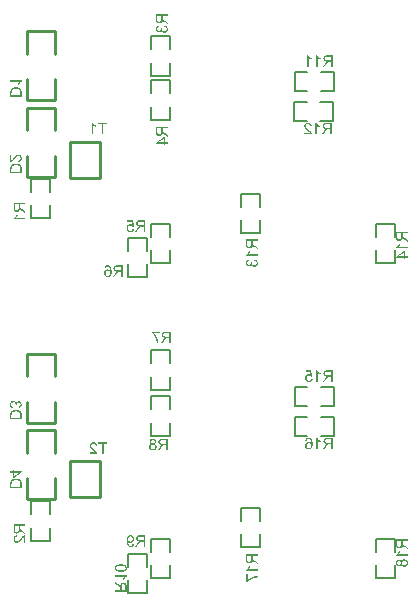
<source format=gbo>
G04 Layer_Color=32896*
%FSLAX25Y25*%
%MOIN*%
G70*
G01*
G75*
%ADD25C,0.01000*%
%ADD40C,0.00800*%
G36*
X174610Y178767D02*
X174675Y178674D01*
X174745Y178586D01*
X174815Y178504D01*
X174880Y178440D01*
X174932Y178387D01*
X174967Y178352D01*
X174973Y178346D01*
X174979Y178340D01*
X175090Y178247D01*
X175207Y178159D01*
X175324Y178083D01*
X175429Y178019D01*
X175523Y177966D01*
X175564Y177948D01*
X175599Y177931D01*
X175623Y177913D01*
X175646Y177902D01*
X175658Y177896D01*
X175663D01*
Y177434D01*
X175582Y177469D01*
X175494Y177510D01*
X175412Y177545D01*
X175336Y177586D01*
X175272Y177621D01*
X175219Y177650D01*
X175184Y177673D01*
X175178Y177679D01*
X175172D01*
X175073Y177738D01*
X174985Y177802D01*
X174909Y177855D01*
X174845Y177907D01*
X174792Y177948D01*
X174751Y177978D01*
X174727Y178001D01*
X174722Y178007D01*
Y175000D01*
X174248D01*
Y178861D01*
X174558D01*
X174610Y178767D01*
D02*
G37*
G36*
X179700Y175000D02*
X179191D01*
Y176708D01*
X178536D01*
X178477Y176702D01*
X178430D01*
X178390Y176697D01*
X178360Y176691D01*
X178337D01*
X178325Y176685D01*
X178319D01*
X178232Y176655D01*
X178161Y176620D01*
X178132Y176603D01*
X178109Y176591D01*
X178097Y176585D01*
X178091Y176579D01*
X178044Y176550D01*
X178004Y176509D01*
X177916Y176427D01*
X177886Y176386D01*
X177857Y176351D01*
X177840Y176328D01*
X177834Y176322D01*
X177775Y176246D01*
X177717Y176164D01*
X177653Y176076D01*
X177594Y175989D01*
X177541Y175913D01*
X177500Y175854D01*
X177489Y175831D01*
X177477Y175813D01*
X177465Y175801D01*
Y175796D01*
X176956Y175000D01*
X176319D01*
X176986Y176041D01*
X177062Y176152D01*
X177138Y176252D01*
X177208Y176340D01*
X177272Y176416D01*
X177325Y176474D01*
X177366Y176521D01*
X177395Y176544D01*
X177407Y176556D01*
X177448Y176591D01*
X177500Y176626D01*
X177600Y176691D01*
X177641Y176714D01*
X177676Y176732D01*
X177699Y176743D01*
X177711Y176749D01*
X177612Y176767D01*
X177518Y176784D01*
X177430Y176808D01*
X177354Y176837D01*
X177278Y176866D01*
X177214Y176895D01*
X177149Y176925D01*
X177097Y176954D01*
X177050Y176983D01*
X177009Y177006D01*
X176974Y177036D01*
X176945Y177053D01*
X176927Y177077D01*
X176909Y177088D01*
X176898Y177100D01*
X176851Y177153D01*
X176810Y177211D01*
X176740Y177328D01*
X176693Y177439D01*
X176664Y177551D01*
X176640Y177644D01*
X176635Y177685D01*
Y177720D01*
X176629Y177750D01*
Y177773D01*
Y177785D01*
Y177790D01*
X176635Y177907D01*
X176652Y178013D01*
X176681Y178112D01*
X176711Y178200D01*
X176740Y178270D01*
X176769Y178323D01*
X176787Y178358D01*
X176793Y178370D01*
X176857Y178463D01*
X176927Y178539D01*
X176997Y178604D01*
X177067Y178650D01*
X177126Y178691D01*
X177173Y178721D01*
X177208Y178732D01*
X177214Y178738D01*
X177220D01*
X177272Y178756D01*
X177331Y178773D01*
X177454Y178797D01*
X177582Y178820D01*
X177705Y178832D01*
X177822Y178838D01*
X177869D01*
X177916Y178843D01*
X179700D01*
Y175000D01*
D02*
G37*
G36*
X180000Y197500D02*
X179491D01*
Y199208D01*
X178836D01*
X178777Y199202D01*
X178730D01*
X178690Y199197D01*
X178660Y199191D01*
X178637D01*
X178625Y199185D01*
X178619D01*
X178532Y199155D01*
X178461Y199120D01*
X178432Y199103D01*
X178409Y199091D01*
X178397Y199085D01*
X178391Y199080D01*
X178345Y199050D01*
X178304Y199009D01*
X178216Y198927D01*
X178187Y198886D01*
X178157Y198851D01*
X178140Y198828D01*
X178134Y198822D01*
X178075Y198746D01*
X178017Y198664D01*
X177953Y198576D01*
X177894Y198489D01*
X177841Y198413D01*
X177800Y198354D01*
X177789Y198331D01*
X177777Y198313D01*
X177765Y198301D01*
Y198296D01*
X177256Y197500D01*
X176619D01*
X177286Y198541D01*
X177362Y198652D01*
X177438Y198752D01*
X177508Y198840D01*
X177572Y198916D01*
X177625Y198974D01*
X177666Y199021D01*
X177695Y199044D01*
X177707Y199056D01*
X177748Y199091D01*
X177800Y199126D01*
X177900Y199191D01*
X177941Y199214D01*
X177976Y199232D01*
X177999Y199243D01*
X178011Y199249D01*
X177912Y199267D01*
X177818Y199284D01*
X177730Y199308D01*
X177654Y199337D01*
X177578Y199366D01*
X177514Y199395D01*
X177449Y199425D01*
X177397Y199454D01*
X177350Y199483D01*
X177309Y199506D01*
X177274Y199536D01*
X177245Y199553D01*
X177227Y199577D01*
X177209Y199588D01*
X177198Y199600D01*
X177151Y199653D01*
X177110Y199711D01*
X177040Y199828D01*
X176993Y199940D01*
X176964Y200051D01*
X176941Y200144D01*
X176935Y200185D01*
Y200220D01*
X176929Y200250D01*
Y200273D01*
Y200285D01*
Y200290D01*
X176935Y200407D01*
X176952Y200513D01*
X176981Y200612D01*
X177011Y200700D01*
X177040Y200770D01*
X177069Y200823D01*
X177087Y200858D01*
X177093Y200870D01*
X177157Y200963D01*
X177227Y201039D01*
X177297Y201104D01*
X177367Y201150D01*
X177426Y201191D01*
X177473Y201221D01*
X177508Y201232D01*
X177514Y201238D01*
X177520D01*
X177572Y201256D01*
X177631Y201273D01*
X177754Y201297D01*
X177882Y201320D01*
X178005Y201332D01*
X178122Y201338D01*
X178169D01*
X178216Y201343D01*
X180000D01*
Y197500D01*
D02*
G37*
G36*
X171873Y178855D02*
X171966Y178849D01*
X172142Y178814D01*
X172218Y178797D01*
X172294Y178773D01*
X172358Y178744D01*
X172417Y178721D01*
X172469Y178691D01*
X172516Y178668D01*
X172557Y178639D01*
X172592Y178621D01*
X172616Y178604D01*
X172633Y178586D01*
X172645Y178580D01*
X172651Y178574D01*
X172709Y178516D01*
X172756Y178457D01*
X172844Y178323D01*
X172908Y178188D01*
X172955Y178054D01*
X172990Y177937D01*
X172996Y177884D01*
X173008Y177837D01*
X173013Y177802D01*
X173019Y177773D01*
Y177755D01*
Y177750D01*
X172534Y177697D01*
X172522Y177825D01*
X172499Y177937D01*
X172469Y178030D01*
X172428Y178112D01*
X172393Y178176D01*
X172358Y178223D01*
X172335Y178247D01*
X172329Y178258D01*
X172247Y178329D01*
X172159Y178381D01*
X172066Y178416D01*
X171978Y178446D01*
X171902Y178457D01*
X171844Y178463D01*
X171820Y178469D01*
X171785D01*
X171668Y178463D01*
X171563Y178440D01*
X171475Y178410D01*
X171399Y178375D01*
X171340Y178334D01*
X171294Y178305D01*
X171270Y178282D01*
X171258Y178276D01*
X171188Y178200D01*
X171142Y178118D01*
X171106Y178042D01*
X171077Y177966D01*
X171065Y177902D01*
X171060Y177849D01*
X171054Y177814D01*
Y177808D01*
Y177802D01*
X171065Y177703D01*
X171089Y177597D01*
X171124Y177504D01*
X171165Y177416D01*
X171206Y177340D01*
X171241Y177281D01*
X171253Y177258D01*
X171264Y177241D01*
X171276Y177235D01*
Y177229D01*
X171323Y177170D01*
X171376Y177106D01*
X171434Y177042D01*
X171504Y176977D01*
X171645Y176843D01*
X171785Y176708D01*
X171914Y176597D01*
X171972Y176544D01*
X172025Y176503D01*
X172066Y176462D01*
X172095Y176439D01*
X172118Y176422D01*
X172124Y176416D01*
X172265Y176293D01*
X172393Y176182D01*
X172499Y176082D01*
X172586Y176000D01*
X172657Y175930D01*
X172703Y175877D01*
X172733Y175842D01*
X172744Y175837D01*
Y175831D01*
X172820Y175737D01*
X172879Y175649D01*
X172937Y175562D01*
X172978Y175486D01*
X173013Y175415D01*
X173037Y175369D01*
X173049Y175333D01*
X173054Y175328D01*
Y175322D01*
X173072Y175263D01*
X173090Y175205D01*
X173095Y175152D01*
X173101Y175105D01*
X173107Y175064D01*
Y175029D01*
Y175006D01*
Y175000D01*
X170562D01*
Y175451D01*
X172452D01*
X172388Y175544D01*
X172323Y175620D01*
X172294Y175655D01*
X172271Y175679D01*
X172259Y175696D01*
X172253Y175702D01*
X172224Y175731D01*
X172195Y175760D01*
X172118Y175831D01*
X172025Y175913D01*
X171937Y175995D01*
X171849Y176071D01*
X171779Y176129D01*
X171750Y176152D01*
X171726Y176170D01*
X171715Y176182D01*
X171709Y176188D01*
X171615Y176269D01*
X171533Y176340D01*
X171451Y176410D01*
X171381Y176474D01*
X171317Y176539D01*
X171258Y176591D01*
X171200Y176644D01*
X171153Y176691D01*
X171112Y176732D01*
X171077Y176767D01*
X171025Y176819D01*
X170995Y176854D01*
X170984Y176866D01*
X170907Y176960D01*
X170837Y177042D01*
X170785Y177124D01*
X170744Y177194D01*
X170709Y177252D01*
X170685Y177293D01*
X170674Y177322D01*
X170668Y177334D01*
X170633Y177416D01*
X170609Y177498D01*
X170592Y177574D01*
X170580Y177644D01*
X170574Y177703D01*
X170568Y177750D01*
Y177779D01*
Y177790D01*
X170574Y177872D01*
X170580Y177954D01*
X170621Y178101D01*
X170674Y178229D01*
X170732Y178340D01*
X170791Y178428D01*
X170820Y178463D01*
X170843Y178498D01*
X170867Y178522D01*
X170884Y178539D01*
X170890Y178545D01*
X170896Y178551D01*
X170960Y178604D01*
X171025Y178656D01*
X171095Y178697D01*
X171171Y178732D01*
X171317Y178785D01*
X171457Y178820D01*
X171522Y178838D01*
X171580Y178843D01*
X171633Y178849D01*
X171680Y178855D01*
X171721Y178861D01*
X171773D01*
X171873Y178855D01*
D02*
G37*
G36*
X154070Y133325D02*
X154152Y133308D01*
X154304Y133255D01*
X154438Y133196D01*
X154555Y133126D01*
X154602Y133097D01*
X154643Y133062D01*
X154678Y133033D01*
X154713Y133009D01*
X154737Y132986D01*
X154754Y132968D01*
X154760Y132962D01*
X154766Y132957D01*
X154819Y132892D01*
X154866Y132822D01*
X154906Y132758D01*
X154936Y132687D01*
X154994Y132547D01*
X155029Y132413D01*
X155041Y132354D01*
X155047Y132296D01*
X155053Y132249D01*
X155059Y132202D01*
X155064Y132167D01*
Y132143D01*
Y132126D01*
Y132120D01*
X155059Y132021D01*
X155047Y131921D01*
X155035Y131827D01*
X155012Y131740D01*
X154982Y131658D01*
X154953Y131582D01*
X154924Y131512D01*
X154889Y131447D01*
X154860Y131395D01*
X154830Y131342D01*
X154801Y131295D01*
X154772Y131260D01*
X154748Y131231D01*
X154737Y131213D01*
X154725Y131202D01*
X154719Y131196D01*
X154649Y131131D01*
X154579Y131073D01*
X154509Y131026D01*
X154438Y130985D01*
X154368Y130944D01*
X154292Y130915D01*
X154158Y130874D01*
X154099Y130856D01*
X154041Y130845D01*
X153994Y130839D01*
X153947Y130833D01*
X153912Y130827D01*
X153865D01*
X153730Y130833D01*
X153608Y130856D01*
X153502Y130886D01*
X153415Y130921D01*
X153345Y130962D01*
X153292Y130991D01*
X153257Y131014D01*
X153245Y131020D01*
X153157Y131096D01*
X153087Y131184D01*
X153029Y131272D01*
X152988Y131354D01*
X152953Y131430D01*
X152935Y131488D01*
X152923Y131512D01*
Y131529D01*
X152917Y131541D01*
Y131547D01*
X152871Y131453D01*
X152812Y131371D01*
X152759Y131307D01*
X152707Y131248D01*
X152660Y131207D01*
X152625Y131172D01*
X152602Y131155D01*
X152590Y131149D01*
X152514Y131102D01*
X152432Y131073D01*
X152356Y131050D01*
X152286Y131032D01*
X152227Y131020D01*
X152180Y131014D01*
X152139D01*
X152040Y131020D01*
X151952Y131038D01*
X151870Y131061D01*
X151794Y131085D01*
X151736Y131108D01*
X151689Y131131D01*
X151660Y131149D01*
X151648Y131155D01*
X151566Y131213D01*
X151490Y131278D01*
X151426Y131348D01*
X151373Y131412D01*
X151332Y131471D01*
X151303Y131518D01*
X151285Y131553D01*
X151279Y131558D01*
Y131564D01*
X151233Y131664D01*
X151198Y131763D01*
X151174Y131863D01*
X151156Y131950D01*
X151145Y132026D01*
X151139Y132085D01*
Y132108D01*
Y132126D01*
Y132132D01*
Y132138D01*
Y132220D01*
X151151Y132301D01*
X151180Y132448D01*
X151221Y132582D01*
X151268Y132693D01*
X151320Y132781D01*
X151344Y132816D01*
X151361Y132845D01*
X151379Y132875D01*
X151391Y132892D01*
X151396Y132898D01*
X151402Y132904D01*
X151507Y133009D01*
X151625Y133091D01*
X151747Y133161D01*
X151864Y133208D01*
X151970Y133249D01*
X152016Y133261D01*
X152057Y133273D01*
X152087Y133278D01*
X152110Y133284D01*
X152128Y133290D01*
X152134D01*
X152215Y132816D01*
X152093Y132793D01*
X151987Y132758D01*
X151900Y132723D01*
X151829Y132682D01*
X151771Y132647D01*
X151730Y132617D01*
X151706Y132594D01*
X151701Y132588D01*
X151642Y132512D01*
X151601Y132436D01*
X151566Y132360D01*
X151549Y132284D01*
X151537Y132225D01*
X151525Y132173D01*
Y132138D01*
Y132132D01*
Y132126D01*
X151531Y132026D01*
X151554Y131939D01*
X151578Y131863D01*
X151613Y131798D01*
X151642Y131746D01*
X151671Y131705D01*
X151695Y131681D01*
X151701Y131676D01*
X151765Y131617D01*
X151841Y131576D01*
X151911Y131541D01*
X151976Y131523D01*
X152040Y131512D01*
X152087Y131500D01*
X152128D01*
X152245Y131512D01*
X152344Y131541D01*
X152426Y131576D01*
X152490Y131623D01*
X152543Y131670D01*
X152584Y131705D01*
X152607Y131734D01*
X152613Y131746D01*
X152666Y131839D01*
X152701Y131933D01*
X152730Y132021D01*
X152748Y132103D01*
X152759Y132178D01*
X152765Y132231D01*
Y132255D01*
Y132272D01*
Y132278D01*
Y132284D01*
Y132307D01*
X152759Y132331D01*
Y132354D01*
Y132360D01*
X153175Y132413D01*
X153157Y132342D01*
X153146Y132278D01*
X153140Y132220D01*
X153134Y132173D01*
X153128Y132132D01*
Y132103D01*
Y132085D01*
Y132079D01*
X153140Y131962D01*
X153163Y131863D01*
X153192Y131769D01*
X153233Y131693D01*
X153274Y131629D01*
X153304Y131582D01*
X153327Y131558D01*
X153339Y131547D01*
X153420Y131476D01*
X153508Y131424D01*
X153602Y131383D01*
X153684Y131360D01*
X153760Y131342D01*
X153818Y131336D01*
X153842Y131330D01*
X153871D01*
X153994Y131342D01*
X154105Y131365D01*
X154204Y131401D01*
X154286Y131441D01*
X154357Y131488D01*
X154403Y131523D01*
X154432Y131547D01*
X154444Y131558D01*
X154520Y131646D01*
X154579Y131740D01*
X154614Y131833D01*
X154643Y131927D01*
X154661Y132003D01*
X154667Y132062D01*
X154672Y132085D01*
Y132103D01*
Y132114D01*
Y132120D01*
X154667Y132220D01*
X154643Y132313D01*
X154614Y132395D01*
X154585Y132459D01*
X154550Y132518D01*
X154526Y132559D01*
X154503Y132582D01*
X154497Y132594D01*
X154421Y132658D01*
X154333Y132717D01*
X154234Y132764D01*
X154140Y132799D01*
X154052Y132828D01*
X153982Y132845D01*
X153959Y132857D01*
X153935D01*
X153924Y132863D01*
X153918D01*
X153982Y133337D01*
X154070Y133325D01*
D02*
G37*
G36*
X205000Y141991D02*
X203292D01*
Y141406D01*
Y141336D01*
X203298Y141277D01*
Y141230D01*
X203304Y141190D01*
X203309Y141160D01*
Y141137D01*
X203315Y141125D01*
Y141119D01*
X203344Y141032D01*
X203380Y140961D01*
X203397Y140932D01*
X203409Y140909D01*
X203415Y140897D01*
X203420Y140891D01*
X203450Y140845D01*
X203491Y140804D01*
X203573Y140716D01*
X203614Y140687D01*
X203649Y140657D01*
X203672Y140640D01*
X203678Y140634D01*
X203754Y140575D01*
X203836Y140517D01*
X203924Y140453D01*
X204011Y140394D01*
X204087Y140341D01*
X204146Y140300D01*
X204169Y140289D01*
X204187Y140277D01*
X204199Y140265D01*
X204204D01*
X205000Y139756D01*
Y139119D01*
X203959Y139786D01*
X203848Y139862D01*
X203748Y139938D01*
X203660Y140008D01*
X203584Y140072D01*
X203526Y140125D01*
X203479Y140166D01*
X203456Y140195D01*
X203444Y140207D01*
X203409Y140248D01*
X203374Y140300D01*
X203309Y140400D01*
X203286Y140441D01*
X203268Y140476D01*
X203257Y140499D01*
X203251Y140511D01*
X203233Y140412D01*
X203216Y140318D01*
X203192Y140230D01*
X203163Y140154D01*
X203134Y140078D01*
X203105Y140014D01*
X203075Y139949D01*
X203046Y139897D01*
X203017Y139850D01*
X202993Y139809D01*
X202964Y139774D01*
X202947Y139745D01*
X202923Y139727D01*
X202912Y139709D01*
X202900Y139698D01*
X202847Y139651D01*
X202789Y139610D01*
X202672Y139540D01*
X202560Y139493D01*
X202449Y139464D01*
X202356Y139441D01*
X202315Y139435D01*
X202280D01*
X202251Y139429D01*
X202209D01*
X202093Y139435D01*
X201987Y139452D01*
X201888Y139481D01*
X201800Y139511D01*
X201730Y139540D01*
X201677Y139569D01*
X201642Y139587D01*
X201630Y139593D01*
X201537Y139657D01*
X201461Y139727D01*
X201396Y139797D01*
X201350Y139867D01*
X201309Y139926D01*
X201279Y139973D01*
X201268Y140008D01*
X201262Y140014D01*
Y140020D01*
X201244Y140072D01*
X201227Y140131D01*
X201203Y140254D01*
X201180Y140382D01*
X201168Y140505D01*
X201162Y140622D01*
Y140669D01*
X201156Y140716D01*
Y140751D01*
Y140774D01*
Y140792D01*
Y140798D01*
Y142500D01*
X205000D01*
Y141991D01*
D02*
G37*
G36*
X155000Y139491D02*
X153292D01*
Y138906D01*
Y138836D01*
X153298Y138777D01*
Y138731D01*
X153304Y138690D01*
X153309Y138660D01*
Y138637D01*
X153315Y138625D01*
Y138619D01*
X153345Y138532D01*
X153379Y138461D01*
X153397Y138432D01*
X153409Y138409D01*
X153415Y138397D01*
X153420Y138391D01*
X153450Y138345D01*
X153491Y138303D01*
X153573Y138216D01*
X153614Y138187D01*
X153649Y138157D01*
X153672Y138140D01*
X153678Y138134D01*
X153754Y138075D01*
X153836Y138017D01*
X153924Y137952D01*
X154011Y137894D01*
X154087Y137841D01*
X154146Y137800D01*
X154169Y137789D01*
X154187Y137777D01*
X154199Y137765D01*
X154204D01*
X155000Y137256D01*
Y136619D01*
X153959Y137286D01*
X153848Y137362D01*
X153748Y137438D01*
X153660Y137508D01*
X153584Y137572D01*
X153526Y137625D01*
X153479Y137666D01*
X153456Y137695D01*
X153444Y137707D01*
X153409Y137748D01*
X153374Y137800D01*
X153309Y137900D01*
X153286Y137941D01*
X153268Y137976D01*
X153257Y137999D01*
X153251Y138011D01*
X153233Y137912D01*
X153216Y137818D01*
X153192Y137730D01*
X153163Y137654D01*
X153134Y137578D01*
X153105Y137514D01*
X153075Y137449D01*
X153046Y137397D01*
X153017Y137350D01*
X152994Y137309D01*
X152964Y137274D01*
X152947Y137245D01*
X152923Y137227D01*
X152912Y137209D01*
X152900Y137198D01*
X152847Y137151D01*
X152789Y137110D01*
X152672Y137040D01*
X152560Y136993D01*
X152449Y136964D01*
X152356Y136941D01*
X152315Y136935D01*
X152280D01*
X152251Y136929D01*
X152209D01*
X152093Y136935D01*
X151987Y136952D01*
X151888Y136981D01*
X151800Y137011D01*
X151730Y137040D01*
X151677Y137069D01*
X151642Y137087D01*
X151630Y137093D01*
X151537Y137157D01*
X151461Y137227D01*
X151396Y137297D01*
X151350Y137367D01*
X151309Y137426D01*
X151279Y137473D01*
X151268Y137508D01*
X151262Y137514D01*
Y137520D01*
X151244Y137572D01*
X151227Y137631D01*
X151203Y137754D01*
X151180Y137882D01*
X151168Y138005D01*
X151162Y138122D01*
Y138169D01*
X151156Y138216D01*
Y138251D01*
Y138274D01*
Y138292D01*
Y138298D01*
Y140000D01*
X155000D01*
Y139491D01*
D02*
G37*
G36*
X152531Y135882D02*
X152490Y135794D01*
X152455Y135712D01*
X152414Y135636D01*
X152379Y135572D01*
X152350Y135519D01*
X152327Y135484D01*
X152321Y135478D01*
Y135472D01*
X152262Y135373D01*
X152198Y135285D01*
X152145Y135209D01*
X152093Y135144D01*
X152052Y135092D01*
X152022Y135051D01*
X151999Y135028D01*
X151993Y135022D01*
X155000D01*
Y134548D01*
X151139D01*
Y134858D01*
X151233Y134911D01*
X151326Y134975D01*
X151414Y135045D01*
X151496Y135115D01*
X151560Y135180D01*
X151613Y135232D01*
X151648Y135267D01*
X151654Y135273D01*
X151660Y135279D01*
X151753Y135390D01*
X151841Y135507D01*
X151917Y135624D01*
X151981Y135730D01*
X152034Y135823D01*
X152052Y135864D01*
X152069Y135899D01*
X152087Y135923D01*
X152098Y135946D01*
X152104Y135958D01*
Y135963D01*
X152566D01*
X152531Y135882D01*
D02*
G37*
G36*
X171927Y201267D02*
X171991Y201174D01*
X172062Y201086D01*
X172132Y201004D01*
X172196Y200940D01*
X172249Y200887D01*
X172284Y200852D01*
X172290Y200846D01*
X172296Y200840D01*
X172407Y200747D01*
X172524Y200659D01*
X172641Y200583D01*
X172746Y200519D01*
X172840Y200466D01*
X172880Y200448D01*
X172916Y200431D01*
X172939Y200413D01*
X172962Y200402D01*
X172974Y200396D01*
X172980D01*
Y199934D01*
X172898Y199969D01*
X172810Y200010D01*
X172728Y200045D01*
X172652Y200086D01*
X172588Y200121D01*
X172535Y200150D01*
X172500Y200173D01*
X172494Y200179D01*
X172489D01*
X172389Y200238D01*
X172301Y200302D01*
X172225Y200355D01*
X172161Y200407D01*
X172108Y200448D01*
X172067Y200478D01*
X172044Y200501D01*
X172038Y200507D01*
Y197500D01*
X171564D01*
Y201361D01*
X171874D01*
X171927Y201267D01*
D02*
G37*
G36*
X112715Y41355D02*
X112808Y41344D01*
X112896Y41326D01*
X112978Y41308D01*
X113124Y41250D01*
X113189Y41215D01*
X113247Y41186D01*
X113305Y41150D01*
X113352Y41115D01*
X113393Y41086D01*
X113423Y41063D01*
X113452Y41039D01*
X113469Y41022D01*
X113481Y41010D01*
X113487Y41004D01*
X113545Y40934D01*
X113598Y40864D01*
X113645Y40788D01*
X113680Y40706D01*
X113715Y40630D01*
X113744Y40548D01*
X113785Y40402D01*
X113797Y40331D01*
X113809Y40267D01*
X113814Y40209D01*
X113820Y40162D01*
X113826Y40121D01*
Y40086D01*
Y40068D01*
Y40062D01*
X113820Y39957D01*
X113814Y39858D01*
X113797Y39770D01*
X113774Y39682D01*
X113750Y39600D01*
X113721Y39524D01*
X113692Y39454D01*
X113662Y39395D01*
X113633Y39337D01*
X113604Y39290D01*
X113575Y39249D01*
X113551Y39214D01*
X113528Y39185D01*
X113510Y39167D01*
X113504Y39156D01*
X113499Y39150D01*
X113434Y39091D01*
X113370Y39039D01*
X113300Y38992D01*
X113235Y38951D01*
X113165Y38916D01*
X113101Y38886D01*
X112972Y38846D01*
X112861Y38822D01*
X112814Y38816D01*
X112773Y38810D01*
X112738Y38805D01*
X112691D01*
X112586Y38810D01*
X112487Y38828D01*
X112399Y38846D01*
X112323Y38875D01*
X112258Y38898D01*
X112206Y38916D01*
X112177Y38933D01*
X112165Y38939D01*
X112077Y38998D01*
X112001Y39056D01*
X111931Y39120D01*
X111878Y39179D01*
X111831Y39226D01*
X111802Y39273D01*
X111779Y39296D01*
X111773Y39308D01*
Y39267D01*
Y39237D01*
Y39220D01*
Y39214D01*
Y39103D01*
X111785Y38998D01*
X111796Y38904D01*
X111808Y38816D01*
X111820Y38740D01*
X111831Y38682D01*
X111837Y38664D01*
Y38647D01*
X111843Y38641D01*
Y38635D01*
X111872Y38535D01*
X111901Y38448D01*
X111931Y38372D01*
X111954Y38307D01*
X111983Y38255D01*
X112001Y38214D01*
X112013Y38190D01*
X112019Y38184D01*
X112059Y38126D01*
X112106Y38073D01*
X112147Y38026D01*
X112194Y37991D01*
X112229Y37962D01*
X112258Y37939D01*
X112282Y37927D01*
X112288Y37921D01*
X112352Y37886D01*
X112416Y37863D01*
X112481Y37845D01*
X112539Y37833D01*
X112592Y37828D01*
X112633Y37822D01*
X112668D01*
X112761Y37828D01*
X112843Y37845D01*
X112914Y37868D01*
X112972Y37892D01*
X113025Y37915D01*
X113060Y37939D01*
X113083Y37956D01*
X113089Y37962D01*
X113148Y38021D01*
X113194Y38097D01*
X113230Y38173D01*
X113259Y38249D01*
X113282Y38313D01*
X113294Y38372D01*
X113300Y38395D01*
X113305Y38413D01*
Y38418D01*
Y38424D01*
X113756Y38389D01*
X113727Y38225D01*
X113680Y38085D01*
X113627Y37962D01*
X113569Y37863D01*
X113510Y37787D01*
X113463Y37728D01*
X113428Y37693D01*
X113423Y37687D01*
X113417Y37681D01*
X113300Y37600D01*
X113183Y37541D01*
X113060Y37494D01*
X112943Y37465D01*
X112838Y37447D01*
X112791Y37442D01*
X112756D01*
X112721Y37436D01*
X112680D01*
X112528Y37447D01*
X112381Y37471D01*
X112258Y37506D01*
X112147Y37547D01*
X112059Y37588D01*
X112024Y37605D01*
X111995Y37623D01*
X111966Y37640D01*
X111948Y37646D01*
X111943Y37658D01*
X111937D01*
X111826Y37751D01*
X111732Y37857D01*
X111650Y37968D01*
X111580Y38079D01*
X111527Y38173D01*
X111510Y38214D01*
X111492Y38255D01*
X111480Y38284D01*
X111469Y38307D01*
X111463Y38319D01*
Y38325D01*
X111433Y38413D01*
X111410Y38500D01*
X111369Y38693D01*
X111340Y38892D01*
X111317Y39079D01*
X111311Y39167D01*
X111305Y39243D01*
Y39319D01*
X111299Y39378D01*
Y39430D01*
Y39466D01*
Y39495D01*
Y39501D01*
Y39629D01*
X111305Y39752D01*
X111317Y39863D01*
X111322Y39969D01*
X111334Y40062D01*
X111352Y40150D01*
X111363Y40232D01*
X111381Y40302D01*
X111398Y40367D01*
X111410Y40425D01*
X111422Y40472D01*
X111439Y40507D01*
X111445Y40536D01*
X111457Y40560D01*
X111463Y40571D01*
Y40577D01*
X111527Y40712D01*
X111603Y40829D01*
X111685Y40922D01*
X111761Y41010D01*
X111831Y41074D01*
X111884Y41121D01*
X111907Y41133D01*
X111925Y41144D01*
X111931Y41156D01*
X111937D01*
X112054Y41226D01*
X112177Y41273D01*
X112288Y41308D01*
X112393Y41338D01*
X112487Y41349D01*
X112528Y41355D01*
X112557D01*
X112586Y41361D01*
X112621D01*
X112715Y41355D01*
D02*
G37*
G36*
X117500Y37500D02*
X116991D01*
Y39208D01*
X116336D01*
X116277Y39202D01*
X116230D01*
X116190Y39197D01*
X116160Y39191D01*
X116137D01*
X116125Y39185D01*
X116119D01*
X116032Y39156D01*
X115961Y39120D01*
X115932Y39103D01*
X115909Y39091D01*
X115897Y39085D01*
X115891Y39079D01*
X115845Y39050D01*
X115804Y39009D01*
X115716Y38927D01*
X115687Y38886D01*
X115657Y38851D01*
X115640Y38828D01*
X115634Y38822D01*
X115575Y38746D01*
X115517Y38664D01*
X115453Y38576D01*
X115394Y38489D01*
X115341Y38413D01*
X115300Y38354D01*
X115289Y38331D01*
X115277Y38313D01*
X115265Y38301D01*
Y38296D01*
X114756Y37500D01*
X114119D01*
X114786Y38541D01*
X114862Y38652D01*
X114938Y38752D01*
X115008Y38840D01*
X115072Y38916D01*
X115125Y38974D01*
X115166Y39021D01*
X115195Y39044D01*
X115207Y39056D01*
X115248Y39091D01*
X115300Y39126D01*
X115400Y39191D01*
X115441Y39214D01*
X115476Y39232D01*
X115499Y39243D01*
X115511Y39249D01*
X115412Y39267D01*
X115318Y39284D01*
X115230Y39308D01*
X115154Y39337D01*
X115078Y39366D01*
X115014Y39395D01*
X114949Y39425D01*
X114897Y39454D01*
X114850Y39483D01*
X114809Y39507D01*
X114774Y39536D01*
X114745Y39553D01*
X114727Y39577D01*
X114709Y39588D01*
X114698Y39600D01*
X114651Y39653D01*
X114610Y39711D01*
X114540Y39828D01*
X114493Y39939D01*
X114464Y40051D01*
X114441Y40144D01*
X114435Y40185D01*
Y40220D01*
X114429Y40249D01*
Y40273D01*
Y40285D01*
Y40290D01*
X114435Y40407D01*
X114452Y40513D01*
X114481Y40612D01*
X114511Y40700D01*
X114540Y40770D01*
X114569Y40823D01*
X114587Y40858D01*
X114593Y40870D01*
X114657Y40963D01*
X114727Y41039D01*
X114797Y41104D01*
X114867Y41150D01*
X114926Y41191D01*
X114973Y41221D01*
X115008Y41232D01*
X115014Y41238D01*
X115020D01*
X115072Y41256D01*
X115131Y41273D01*
X115254Y41297D01*
X115382Y41320D01*
X115505Y41332D01*
X115622Y41338D01*
X115669D01*
X115716Y41344D01*
X117500D01*
Y37500D01*
D02*
G37*
G36*
X125000Y69700D02*
X124491D01*
Y71408D01*
X123836D01*
X123777Y71402D01*
X123731D01*
X123690Y71396D01*
X123660Y71391D01*
X123637D01*
X123625Y71385D01*
X123619D01*
X123532Y71356D01*
X123461Y71320D01*
X123432Y71303D01*
X123409Y71291D01*
X123397Y71285D01*
X123391Y71280D01*
X123345Y71250D01*
X123303Y71209D01*
X123216Y71127D01*
X123187Y71087D01*
X123157Y71051D01*
X123140Y71028D01*
X123134Y71022D01*
X123075Y70946D01*
X123017Y70864D01*
X122952Y70776D01*
X122894Y70689D01*
X122841Y70613D01*
X122800Y70554D01*
X122789Y70531D01*
X122777Y70513D01*
X122765Y70501D01*
Y70496D01*
X122256Y69700D01*
X121619D01*
X122286Y70741D01*
X122362Y70852D01*
X122438Y70952D01*
X122508Y71040D01*
X122572Y71116D01*
X122625Y71174D01*
X122666Y71221D01*
X122695Y71244D01*
X122707Y71256D01*
X122748Y71291D01*
X122800Y71326D01*
X122900Y71391D01*
X122941Y71414D01*
X122976Y71432D01*
X122999Y71443D01*
X123011Y71449D01*
X122912Y71467D01*
X122818Y71484D01*
X122730Y71508D01*
X122654Y71537D01*
X122578Y71566D01*
X122514Y71595D01*
X122449Y71625D01*
X122397Y71654D01*
X122350Y71683D01*
X122309Y71707D01*
X122274Y71736D01*
X122245Y71753D01*
X122227Y71777D01*
X122210Y71789D01*
X122198Y71800D01*
X122151Y71853D01*
X122110Y71911D01*
X122040Y72028D01*
X121993Y72139D01*
X121964Y72251D01*
X121941Y72344D01*
X121935Y72385D01*
Y72420D01*
X121929Y72449D01*
Y72473D01*
Y72485D01*
Y72490D01*
X121935Y72607D01*
X121952Y72713D01*
X121981Y72812D01*
X122011Y72900D01*
X122040Y72970D01*
X122069Y73023D01*
X122087Y73058D01*
X122093Y73070D01*
X122157Y73163D01*
X122227Y73239D01*
X122297Y73304D01*
X122368Y73350D01*
X122426Y73391D01*
X122473Y73421D01*
X122508Y73432D01*
X122514Y73438D01*
X122520D01*
X122572Y73456D01*
X122631Y73473D01*
X122754Y73497D01*
X122882Y73520D01*
X123005Y73532D01*
X123122Y73538D01*
X123169D01*
X123216Y73543D01*
X125000D01*
Y69700D01*
D02*
G37*
G36*
X120174Y73555D02*
X120256Y73549D01*
X120414Y73514D01*
X120554Y73473D01*
X120665Y73421D01*
X120718Y73391D01*
X120759Y73368D01*
X120794Y73339D01*
X120829Y73321D01*
X120852Y73304D01*
X120870Y73286D01*
X120876Y73280D01*
X120882Y73274D01*
X120934Y73222D01*
X120981Y73163D01*
X121022Y73105D01*
X121051Y73040D01*
X121110Y72923D01*
X121145Y72812D01*
X121162Y72713D01*
X121168Y72672D01*
X121174Y72637D01*
X121180Y72607D01*
Y72584D01*
Y72572D01*
Y72566D01*
X121174Y72467D01*
X121157Y72379D01*
X121133Y72297D01*
X121110Y72227D01*
X121086Y72169D01*
X121063Y72128D01*
X121045Y72104D01*
X121040Y72093D01*
X120981Y72022D01*
X120911Y71964D01*
X120841Y71911D01*
X120765Y71864D01*
X120700Y71835D01*
X120648Y71806D01*
X120613Y71794D01*
X120607Y71789D01*
X120601D01*
X120724Y71747D01*
X120835Y71695D01*
X120928Y71636D01*
X121004Y71578D01*
X121063Y71525D01*
X121110Y71478D01*
X121133Y71449D01*
X121145Y71443D01*
Y71438D01*
X121209Y71338D01*
X121250Y71233D01*
X121285Y71127D01*
X121309Y71028D01*
X121320Y70946D01*
X121326Y70905D01*
Y70876D01*
X121332Y70847D01*
Y70829D01*
Y70817D01*
Y70811D01*
X121326Y70718D01*
X121315Y70630D01*
X121303Y70548D01*
X121279Y70466D01*
X121221Y70326D01*
X121192Y70262D01*
X121157Y70203D01*
X121127Y70151D01*
X121098Y70104D01*
X121069Y70063D01*
X121040Y70028D01*
X121016Y70004D01*
X121004Y69987D01*
X120993Y69975D01*
X120987Y69969D01*
X120917Y69911D01*
X120846Y69858D01*
X120771Y69817D01*
X120694Y69776D01*
X120618Y69747D01*
X120542Y69718D01*
X120396Y69677D01*
X120326Y69665D01*
X120267Y69653D01*
X120209Y69647D01*
X120162Y69642D01*
X120121Y69636D01*
X120069D01*
X119963Y69642D01*
X119864Y69647D01*
X119770Y69665D01*
X119688Y69688D01*
X119606Y69712D01*
X119530Y69741D01*
X119460Y69770D01*
X119396Y69805D01*
X119337Y69835D01*
X119290Y69864D01*
X119249Y69893D01*
X119214Y69916D01*
X119185Y69940D01*
X119168Y69957D01*
X119156Y69963D01*
X119150Y69969D01*
X119086Y70034D01*
X119033Y70098D01*
X118986Y70168D01*
X118945Y70238D01*
X118910Y70308D01*
X118887Y70379D01*
X118840Y70507D01*
X118817Y70624D01*
X118811Y70677D01*
X118805Y70718D01*
X118799Y70753D01*
Y70776D01*
Y70794D01*
Y70800D01*
X118805Y70929D01*
X118828Y71046D01*
X118858Y71151D01*
X118893Y71238D01*
X118928Y71315D01*
X118957Y71367D01*
X118980Y71402D01*
X118986Y71414D01*
X119062Y71502D01*
X119150Y71584D01*
X119238Y71648D01*
X119325Y71701D01*
X119402Y71736D01*
X119466Y71765D01*
X119489Y71777D01*
X119507Y71783D01*
X119519Y71789D01*
X119524D01*
X119425Y71829D01*
X119337Y71882D01*
X119261Y71929D01*
X119203Y71976D01*
X119156Y72022D01*
X119121Y72058D01*
X119103Y72081D01*
X119097Y72087D01*
X119051Y72163D01*
X119016Y72245D01*
X118992Y72321D01*
X118974Y72397D01*
X118963Y72461D01*
X118957Y72508D01*
Y72543D01*
Y72555D01*
X118963Y72631D01*
X118969Y72707D01*
X119004Y72841D01*
X119056Y72964D01*
X119109Y73070D01*
X119168Y73151D01*
X119197Y73187D01*
X119220Y73216D01*
X119238Y73239D01*
X119255Y73257D01*
X119261Y73263D01*
X119267Y73269D01*
X119325Y73321D01*
X119390Y73368D01*
X119454Y73403D01*
X119524Y73438D01*
X119659Y73491D01*
X119788Y73526D01*
X119905Y73543D01*
X119951Y73555D01*
X119998D01*
X120033Y73561D01*
X120080D01*
X120174Y73555D01*
D02*
G37*
G36*
X108541Y25214D02*
X108652Y25138D01*
X108752Y25062D01*
X108840Y24992D01*
X108916Y24928D01*
X108974Y24875D01*
X109021Y24834D01*
X109044Y24805D01*
X109056Y24793D01*
X109091Y24752D01*
X109126Y24700D01*
X109191Y24600D01*
X109214Y24559D01*
X109232Y24524D01*
X109243Y24501D01*
X109249Y24489D01*
X109267Y24588D01*
X109284Y24682D01*
X109308Y24770D01*
X109337Y24846D01*
X109366Y24922D01*
X109395Y24986D01*
X109425Y25051D01*
X109454Y25103D01*
X109483Y25150D01*
X109506Y25191D01*
X109536Y25226D01*
X109553Y25255D01*
X109577Y25273D01*
X109588Y25291D01*
X109600Y25302D01*
X109653Y25349D01*
X109711Y25390D01*
X109828Y25460D01*
X109940Y25507D01*
X110051Y25536D01*
X110144Y25559D01*
X110185Y25565D01*
X110220D01*
X110249Y25571D01*
X110291D01*
X110407Y25565D01*
X110513Y25548D01*
X110612Y25519D01*
X110700Y25489D01*
X110770Y25460D01*
X110823Y25431D01*
X110858Y25413D01*
X110870Y25407D01*
X110963Y25343D01*
X111039Y25273D01*
X111104Y25203D01*
X111150Y25133D01*
X111191Y25074D01*
X111221Y25027D01*
X111232Y24992D01*
X111238Y24986D01*
Y24980D01*
X111256Y24928D01*
X111273Y24869D01*
X111297Y24746D01*
X111320Y24618D01*
X111332Y24495D01*
X111338Y24378D01*
Y24331D01*
X111344Y24284D01*
Y24249D01*
Y24226D01*
Y24208D01*
Y24202D01*
Y22500D01*
X107500D01*
Y23009D01*
X109208D01*
Y23594D01*
Y23664D01*
X109202Y23723D01*
Y23769D01*
X109196Y23810D01*
X109191Y23840D01*
Y23863D01*
X109185Y23875D01*
Y23881D01*
X109155Y23968D01*
X109121Y24039D01*
X109103Y24068D01*
X109091Y24091D01*
X109085Y24103D01*
X109080Y24109D01*
X109050Y24156D01*
X109009Y24196D01*
X108927Y24284D01*
X108886Y24314D01*
X108851Y24343D01*
X108828Y24360D01*
X108822Y24366D01*
X108746Y24425D01*
X108664Y24483D01*
X108576Y24547D01*
X108489Y24606D01*
X108413Y24659D01*
X108354Y24700D01*
X108331Y24711D01*
X108313Y24723D01*
X108301Y24735D01*
X108296D01*
X107500Y25244D01*
Y25881D01*
X108541Y25214D01*
D02*
G37*
G36*
X174910Y201267D02*
X174975Y201174D01*
X175045Y201086D01*
X175115Y201004D01*
X175180Y200940D01*
X175232Y200887D01*
X175267Y200852D01*
X175273Y200846D01*
X175279Y200840D01*
X175390Y200747D01*
X175507Y200659D01*
X175624Y200583D01*
X175730Y200519D01*
X175823Y200466D01*
X175864Y200448D01*
X175899Y200431D01*
X175923Y200413D01*
X175946Y200402D01*
X175958Y200396D01*
X175963D01*
Y199934D01*
X175882Y199969D01*
X175794Y200010D01*
X175712Y200045D01*
X175636Y200086D01*
X175572Y200121D01*
X175519Y200150D01*
X175484Y200173D01*
X175478Y200179D01*
X175472D01*
X175373Y200238D01*
X175285Y200302D01*
X175209Y200355D01*
X175145Y200407D01*
X175092Y200448D01*
X175051Y200478D01*
X175028Y200501D01*
X175022Y200507D01*
Y197500D01*
X174548D01*
Y201361D01*
X174858D01*
X174910Y201267D01*
D02*
G37*
G36*
X109600Y31655D02*
X109688D01*
X109776Y31649D01*
X109857Y31644D01*
X109934Y31632D01*
X109998Y31626D01*
X110062Y31620D01*
X110115Y31608D01*
X110168Y31603D01*
X110208Y31597D01*
X110238Y31585D01*
X110267Y31579D01*
X110285D01*
X110296Y31573D01*
X110302D01*
X110425Y31538D01*
X110536Y31497D01*
X110636Y31456D01*
X110717Y31421D01*
X110782Y31386D01*
X110835Y31357D01*
X110864Y31339D01*
X110875Y31334D01*
X110957Y31275D01*
X111028Y31211D01*
X111092Y31146D01*
X111145Y31088D01*
X111180Y31029D01*
X111209Y30988D01*
X111226Y30959D01*
X111232Y30947D01*
X111273Y30860D01*
X111308Y30766D01*
X111332Y30672D01*
X111344Y30591D01*
X111355Y30520D01*
X111361Y30462D01*
Y30439D01*
Y30421D01*
Y30415D01*
Y30409D01*
X111349Y30257D01*
X111326Y30123D01*
X111291Y30000D01*
X111250Y29900D01*
X111203Y29818D01*
X111168Y29760D01*
X111156Y29737D01*
X111145Y29719D01*
X111133Y29713D01*
Y29707D01*
X111039Y29608D01*
X110940Y29526D01*
X110835Y29456D01*
X110729Y29397D01*
X110636Y29350D01*
X110595Y29333D01*
X110559Y29321D01*
X110530Y29309D01*
X110507Y29298D01*
X110495Y29292D01*
X110489D01*
X110407Y29269D01*
X110326Y29245D01*
X110144Y29216D01*
X109963Y29192D01*
X109787Y29175D01*
X109705Y29169D01*
X109629Y29163D01*
X109565D01*
X109506Y29157D01*
X109395D01*
X109202Y29163D01*
X109015Y29175D01*
X108851Y29192D01*
X108693Y29216D01*
X108553Y29245D01*
X108424Y29274D01*
X108307Y29309D01*
X108208Y29344D01*
X108114Y29380D01*
X108038Y29415D01*
X107974Y29444D01*
X107921Y29473D01*
X107880Y29497D01*
X107851Y29514D01*
X107833Y29526D01*
X107828Y29532D01*
X107757Y29596D01*
X107699Y29660D01*
X107646Y29731D01*
X107599Y29807D01*
X107564Y29877D01*
X107529Y29953D01*
X107482Y30093D01*
X107471Y30158D01*
X107459Y30216D01*
X107447Y30269D01*
X107441Y30316D01*
X107436Y30356D01*
Y30386D01*
Y30403D01*
Y30409D01*
X107447Y30561D01*
X107471Y30696D01*
X107506Y30813D01*
X107547Y30918D01*
X107588Y30994D01*
X107623Y31059D01*
X107640Y31076D01*
X107646Y31094D01*
X107658Y31100D01*
Y31105D01*
X107752Y31205D01*
X107857Y31287D01*
X107962Y31357D01*
X108068Y31415D01*
X108161Y31462D01*
X108196Y31480D01*
X108231Y31497D01*
X108261Y31509D01*
X108284Y31515D01*
X108296Y31521D01*
X108301D01*
X108383Y31544D01*
X108465Y31567D01*
X108647Y31603D01*
X108828Y31626D01*
X109003Y31644D01*
X109085Y31649D01*
X109161Y31655D01*
X109226D01*
X109284Y31661D01*
X109395D01*
X109600Y31655D01*
D02*
G37*
G36*
X111361Y27642D02*
X111267Y27589D01*
X111174Y27525D01*
X111086Y27455D01*
X111004Y27385D01*
X110940Y27320D01*
X110887Y27268D01*
X110852Y27233D01*
X110846Y27227D01*
X110840Y27221D01*
X110747Y27110D01*
X110659Y26993D01*
X110583Y26876D01*
X110519Y26770D01*
X110466Y26677D01*
X110448Y26636D01*
X110431Y26601D01*
X110413Y26577D01*
X110402Y26554D01*
X110396Y26542D01*
Y26537D01*
X109934D01*
X109969Y26618D01*
X110010Y26706D01*
X110045Y26788D01*
X110086Y26864D01*
X110121Y26928D01*
X110150Y26981D01*
X110173Y27016D01*
X110179Y27022D01*
Y27028D01*
X110238Y27127D01*
X110302Y27215D01*
X110355Y27291D01*
X110407Y27356D01*
X110448Y27408D01*
X110478Y27449D01*
X110501Y27472D01*
X110507Y27478D01*
X107500D01*
Y27952D01*
X111361D01*
Y27642D01*
D02*
G37*
G36*
X202531Y138382D02*
X202490Y138294D01*
X202455Y138212D01*
X202414Y138136D01*
X202379Y138072D01*
X202350Y138019D01*
X202326Y137984D01*
X202321Y137978D01*
Y137972D01*
X202262Y137873D01*
X202198Y137785D01*
X202145Y137709D01*
X202093Y137645D01*
X202052Y137592D01*
X202022Y137551D01*
X201999Y137528D01*
X201993Y137522D01*
X205000D01*
Y137048D01*
X201139D01*
Y137358D01*
X201233Y137410D01*
X201326Y137475D01*
X201414Y137545D01*
X201496Y137615D01*
X201560Y137680D01*
X201613Y137732D01*
X201648Y137767D01*
X201654Y137773D01*
X201660Y137779D01*
X201753Y137890D01*
X201841Y138007D01*
X201917Y138124D01*
X201981Y138230D01*
X202034Y138323D01*
X202052Y138364D01*
X202069Y138399D01*
X202087Y138423D01*
X202098Y138446D01*
X202104Y138458D01*
Y138463D01*
X202566D01*
X202531Y138382D01*
D02*
G37*
G36*
Y35882D02*
X202490Y35794D01*
X202455Y35712D01*
X202414Y35636D01*
X202379Y35572D01*
X202350Y35519D01*
X202326Y35484D01*
X202321Y35478D01*
Y35472D01*
X202262Y35373D01*
X202198Y35285D01*
X202145Y35209D01*
X202093Y35144D01*
X202052Y35092D01*
X202022Y35051D01*
X201999Y35028D01*
X201993Y35022D01*
X205000D01*
Y34548D01*
X201139D01*
Y34858D01*
X201233Y34911D01*
X201326Y34975D01*
X201414Y35045D01*
X201496Y35115D01*
X201560Y35180D01*
X201613Y35232D01*
X201648Y35267D01*
X201654Y35273D01*
X201660Y35279D01*
X201753Y35390D01*
X201841Y35507D01*
X201917Y35624D01*
X201981Y35730D01*
X202034Y35823D01*
X202052Y35864D01*
X202069Y35899D01*
X202087Y35923D01*
X202098Y35946D01*
X202104Y35958D01*
Y35963D01*
X202566D01*
X202531Y35882D01*
D02*
G37*
G36*
X203982Y33343D02*
X204070Y33331D01*
X204152Y33319D01*
X204234Y33296D01*
X204374Y33237D01*
X204438Y33208D01*
X204497Y33173D01*
X204550Y33144D01*
X204596Y33115D01*
X204637Y33085D01*
X204672Y33056D01*
X204696Y33033D01*
X204713Y33021D01*
X204725Y33009D01*
X204731Y33003D01*
X204789Y32933D01*
X204842Y32863D01*
X204883Y32787D01*
X204924Y32711D01*
X204953Y32635D01*
X204982Y32559D01*
X205023Y32412D01*
X205035Y32342D01*
X205047Y32284D01*
X205053Y32225D01*
X205059Y32179D01*
X205064Y32138D01*
Y32108D01*
Y32091D01*
Y32085D01*
X205059Y31980D01*
X205053Y31880D01*
X205035Y31787D01*
X205012Y31705D01*
X204988Y31623D01*
X204959Y31547D01*
X204930Y31477D01*
X204895Y31412D01*
X204866Y31354D01*
X204836Y31307D01*
X204807Y31266D01*
X204784Y31231D01*
X204760Y31202D01*
X204743Y31184D01*
X204737Y31172D01*
X204731Y31166D01*
X204667Y31102D01*
X204602Y31049D01*
X204532Y31003D01*
X204462Y30962D01*
X204392Y30927D01*
X204321Y30903D01*
X204193Y30856D01*
X204076Y30833D01*
X204023Y30827D01*
X203982Y30821D01*
X203947Y30816D01*
X203900D01*
X203771Y30821D01*
X203655Y30845D01*
X203549Y30874D01*
X203461Y30909D01*
X203385Y30944D01*
X203333Y30974D01*
X203298Y30997D01*
X203286Y31003D01*
X203198Y31079D01*
X203116Y31166D01*
X203052Y31254D01*
X202999Y31342D01*
X202964Y31418D01*
X202935Y31482D01*
X202923Y31506D01*
X202917Y31523D01*
X202912Y31535D01*
Y31541D01*
X202871Y31441D01*
X202818Y31354D01*
X202771Y31278D01*
X202724Y31219D01*
X202677Y31172D01*
X202642Y31137D01*
X202619Y31120D01*
X202613Y31114D01*
X202537Y31067D01*
X202455Y31032D01*
X202379Y31009D01*
X202303Y30991D01*
X202239Y30979D01*
X202192Y30974D01*
X202145D01*
X202069Y30979D01*
X201993Y30985D01*
X201858Y31020D01*
X201736Y31073D01*
X201630Y31126D01*
X201549Y31184D01*
X201513Y31213D01*
X201484Y31237D01*
X201461Y31254D01*
X201443Y31272D01*
X201437Y31278D01*
X201431Y31284D01*
X201379Y31342D01*
X201332Y31406D01*
X201297Y31471D01*
X201262Y31541D01*
X201209Y31675D01*
X201174Y31804D01*
X201156Y31921D01*
X201145Y31968D01*
Y32015D01*
X201139Y32050D01*
Y32073D01*
Y32091D01*
Y32097D01*
X201145Y32190D01*
X201151Y32272D01*
X201186Y32430D01*
X201227Y32570D01*
X201279Y32682D01*
X201309Y32734D01*
X201332Y32775D01*
X201361Y32810D01*
X201379Y32845D01*
X201396Y32869D01*
X201414Y32886D01*
X201420Y32892D01*
X201426Y32898D01*
X201478Y32951D01*
X201537Y32998D01*
X201595Y33038D01*
X201660Y33068D01*
X201777Y33126D01*
X201888Y33161D01*
X201987Y33179D01*
X202028Y33185D01*
X202063Y33191D01*
X202093Y33196D01*
X202133D01*
X202233Y33191D01*
X202321Y33173D01*
X202403Y33150D01*
X202473Y33126D01*
X202531Y33103D01*
X202572Y33079D01*
X202596Y33062D01*
X202607Y33056D01*
X202677Y32998D01*
X202736Y32927D01*
X202789Y32857D01*
X202835Y32781D01*
X202865Y32717D01*
X202894Y32664D01*
X202906Y32629D01*
X202912Y32623D01*
Y32617D01*
X202953Y32740D01*
X203005Y32851D01*
X203064Y32945D01*
X203122Y33021D01*
X203175Y33079D01*
X203222Y33126D01*
X203251Y33150D01*
X203257Y33161D01*
X203263D01*
X203362Y33226D01*
X203467Y33267D01*
X203573Y33302D01*
X203672Y33325D01*
X203754Y33337D01*
X203795Y33343D01*
X203824D01*
X203853Y33349D01*
X203889D01*
X203982Y33343D01*
D02*
G37*
G36*
X151654Y26430D02*
X151818Y26564D01*
X151987Y26687D01*
X152157Y26804D01*
X152315Y26909D01*
X152391Y26950D01*
X152455Y26991D01*
X152514Y27026D01*
X152566Y27056D01*
X152607Y27079D01*
X152637Y27097D01*
X152660Y27108D01*
X152666Y27114D01*
X152888Y27225D01*
X153110Y27325D01*
X153321Y27407D01*
X153420Y27442D01*
X153508Y27477D01*
X153596Y27506D01*
X153672Y27530D01*
X153736Y27553D01*
X153795Y27571D01*
X153842Y27582D01*
X153877Y27594D01*
X153900Y27600D01*
X153906D01*
X154140Y27658D01*
X154245Y27682D01*
X154351Y27699D01*
X154444Y27717D01*
X154532Y27728D01*
X154620Y27740D01*
X154696Y27752D01*
X154760Y27758D01*
X154824Y27764D01*
X154877Y27769D01*
X154918D01*
X154953Y27775D01*
X155000D01*
Y27290D01*
X154789Y27272D01*
X154590Y27249D01*
X154415Y27220D01*
X154333Y27202D01*
X154257Y27190D01*
X154193Y27173D01*
X154128Y27161D01*
X154076Y27149D01*
X154029Y27138D01*
X153994Y27126D01*
X153970Y27120D01*
X153953Y27114D01*
X153947D01*
X153690Y27032D01*
X153450Y26945D01*
X153333Y26898D01*
X153222Y26851D01*
X153116Y26804D01*
X153023Y26763D01*
X152935Y26722D01*
X152853Y26681D01*
X152783Y26646D01*
X152724Y26617D01*
X152678Y26594D01*
X152643Y26576D01*
X152619Y26564D01*
X152613Y26558D01*
X152496Y26488D01*
X152379Y26424D01*
X152274Y26354D01*
X152174Y26289D01*
X152081Y26231D01*
X151999Y26166D01*
X151917Y26108D01*
X151847Y26055D01*
X151788Y26009D01*
X151730Y25962D01*
X151683Y25921D01*
X151642Y25892D01*
X151613Y25862D01*
X151590Y25845D01*
X151578Y25833D01*
X151572Y25827D01*
X151203D01*
Y28313D01*
X151654D01*
Y26430D01*
D02*
G37*
G36*
X205000Y39491D02*
X203292D01*
Y38906D01*
Y38836D01*
X203298Y38777D01*
Y38730D01*
X203304Y38690D01*
X203309Y38660D01*
Y38637D01*
X203315Y38625D01*
Y38619D01*
X203344Y38532D01*
X203380Y38462D01*
X203397Y38432D01*
X203409Y38409D01*
X203415Y38397D01*
X203420Y38391D01*
X203450Y38344D01*
X203491Y38304D01*
X203573Y38216D01*
X203614Y38186D01*
X203649Y38157D01*
X203672Y38140D01*
X203678Y38134D01*
X203754Y38075D01*
X203836Y38017D01*
X203924Y37953D01*
X204011Y37894D01*
X204087Y37841D01*
X204146Y37800D01*
X204169Y37789D01*
X204187Y37777D01*
X204199Y37765D01*
X204204D01*
X205000Y37256D01*
Y36619D01*
X203959Y37286D01*
X203848Y37362D01*
X203748Y37438D01*
X203660Y37508D01*
X203584Y37572D01*
X203526Y37625D01*
X203479Y37666D01*
X203456Y37695D01*
X203444Y37707D01*
X203409Y37748D01*
X203374Y37800D01*
X203309Y37900D01*
X203286Y37941D01*
X203268Y37976D01*
X203257Y37999D01*
X203251Y38011D01*
X203233Y37911D01*
X203216Y37818D01*
X203192Y37730D01*
X203163Y37654D01*
X203134Y37578D01*
X203105Y37514D01*
X203075Y37449D01*
X203046Y37397D01*
X203017Y37350D01*
X202993Y37309D01*
X202964Y37274D01*
X202947Y37245D01*
X202923Y37227D01*
X202912Y37210D01*
X202900Y37198D01*
X202847Y37151D01*
X202789Y37110D01*
X202672Y37040D01*
X202560Y36993D01*
X202449Y36964D01*
X202356Y36940D01*
X202315Y36935D01*
X202280D01*
X202251Y36929D01*
X202209D01*
X202093Y36935D01*
X201987Y36952D01*
X201888Y36981D01*
X201800Y37011D01*
X201730Y37040D01*
X201677Y37069D01*
X201642Y37087D01*
X201630Y37093D01*
X201537Y37157D01*
X201461Y37227D01*
X201396Y37297D01*
X201350Y37367D01*
X201309Y37426D01*
X201279Y37473D01*
X201268Y37508D01*
X201262Y37514D01*
Y37520D01*
X201244Y37572D01*
X201227Y37631D01*
X201203Y37754D01*
X201180Y37882D01*
X201168Y38005D01*
X201162Y38122D01*
Y38169D01*
X201156Y38216D01*
Y38251D01*
Y38274D01*
Y38292D01*
Y38298D01*
Y40000D01*
X205000D01*
Y39491D01*
D02*
G37*
G36*
X100360Y72355D02*
X100454Y72349D01*
X100629Y72314D01*
X100706Y72297D01*
X100782Y72273D01*
X100846Y72244D01*
X100904Y72221D01*
X100957Y72191D01*
X101004Y72168D01*
X101045Y72139D01*
X101080Y72121D01*
X101103Y72104D01*
X101121Y72086D01*
X101133Y72080D01*
X101138Y72074D01*
X101197Y72016D01*
X101244Y71957D01*
X101331Y71823D01*
X101396Y71688D01*
X101443Y71554D01*
X101478Y71437D01*
X101484Y71384D01*
X101495Y71337D01*
X101501Y71302D01*
X101507Y71273D01*
Y71255D01*
Y71250D01*
X101022Y71197D01*
X101010Y71325D01*
X100986Y71437D01*
X100957Y71530D01*
X100916Y71612D01*
X100881Y71676D01*
X100846Y71723D01*
X100823Y71747D01*
X100817Y71759D01*
X100735Y71829D01*
X100647Y71881D01*
X100553Y71916D01*
X100466Y71946D01*
X100390Y71957D01*
X100331Y71963D01*
X100308Y71969D01*
X100273D01*
X100156Y71963D01*
X100050Y71940D01*
X99963Y71911D01*
X99887Y71876D01*
X99828Y71834D01*
X99781Y71805D01*
X99758Y71782D01*
X99746Y71776D01*
X99676Y71700D01*
X99629Y71618D01*
X99594Y71542D01*
X99565Y71466D01*
X99553Y71402D01*
X99547Y71349D01*
X99541Y71314D01*
Y71308D01*
Y71302D01*
X99553Y71203D01*
X99576Y71097D01*
X99612Y71004D01*
X99652Y70916D01*
X99694Y70840D01*
X99729Y70781D01*
X99740Y70758D01*
X99752Y70740D01*
X99764Y70735D01*
Y70729D01*
X99810Y70670D01*
X99863Y70606D01*
X99922Y70542D01*
X99992Y70477D01*
X100132Y70343D01*
X100273Y70208D01*
X100401Y70097D01*
X100460Y70044D01*
X100513Y70003D01*
X100553Y69963D01*
X100583Y69939D01*
X100606Y69922D01*
X100612Y69916D01*
X100752Y69793D01*
X100881Y69682D01*
X100986Y69582D01*
X101074Y69500D01*
X101144Y69430D01*
X101191Y69377D01*
X101220Y69342D01*
X101232Y69336D01*
Y69331D01*
X101308Y69237D01*
X101367Y69149D01*
X101425Y69062D01*
X101466Y68986D01*
X101501Y68915D01*
X101524Y68869D01*
X101536Y68834D01*
X101542Y68828D01*
Y68822D01*
X101560Y68763D01*
X101577Y68705D01*
X101583Y68652D01*
X101589Y68605D01*
X101595Y68564D01*
Y68529D01*
Y68506D01*
Y68500D01*
X99050D01*
Y68950D01*
X100940D01*
X100875Y69044D01*
X100811Y69120D01*
X100782Y69155D01*
X100758Y69179D01*
X100747Y69196D01*
X100741Y69202D01*
X100711Y69231D01*
X100682Y69261D01*
X100606Y69331D01*
X100513Y69413D01*
X100425Y69494D01*
X100337Y69571D01*
X100267Y69629D01*
X100238Y69652D01*
X100214Y69670D01*
X100202Y69682D01*
X100197Y69687D01*
X100103Y69769D01*
X100021Y69840D01*
X99939Y69910D01*
X99869Y69974D01*
X99805Y70038D01*
X99746Y70091D01*
X99688Y70144D01*
X99641Y70191D01*
X99600Y70232D01*
X99565Y70267D01*
X99512Y70319D01*
X99483Y70354D01*
X99471Y70366D01*
X99395Y70460D01*
X99325Y70542D01*
X99272Y70624D01*
X99231Y70694D01*
X99196Y70752D01*
X99173Y70793D01*
X99161Y70823D01*
X99155Y70834D01*
X99120Y70916D01*
X99097Y70998D01*
X99079Y71074D01*
X99068Y71144D01*
X99062Y71203D01*
X99056Y71250D01*
Y71279D01*
Y71290D01*
X99062Y71372D01*
X99068Y71454D01*
X99108Y71601D01*
X99161Y71729D01*
X99220Y71840D01*
X99278Y71928D01*
X99307Y71963D01*
X99331Y71998D01*
X99354Y72022D01*
X99372Y72039D01*
X99378Y72045D01*
X99383Y72051D01*
X99448Y72104D01*
X99512Y72156D01*
X99582Y72197D01*
X99658Y72232D01*
X99805Y72285D01*
X99945Y72320D01*
X100009Y72338D01*
X100068Y72343D01*
X100121Y72349D01*
X100167Y72355D01*
X100208Y72361D01*
X100261D01*
X100360Y72355D01*
D02*
G37*
G36*
X104900Y71893D02*
X103636D01*
Y68500D01*
X103127D01*
Y71893D01*
X101864D01*
Y72343D01*
X104900D01*
Y71893D01*
D02*
G37*
G36*
X100015Y178767D02*
X100079Y178674D01*
X100149Y178586D01*
X100219Y178504D01*
X100284Y178440D01*
X100337Y178387D01*
X100372Y178352D01*
X100377Y178346D01*
X100383Y178340D01*
X100494Y178247D01*
X100611Y178159D01*
X100728Y178083D01*
X100834Y178019D01*
X100927Y177966D01*
X100968Y177948D01*
X101003Y177931D01*
X101027Y177913D01*
X101050Y177902D01*
X101062Y177896D01*
X101068D01*
Y177434D01*
X100986Y177469D01*
X100898Y177510D01*
X100816Y177545D01*
X100740Y177586D01*
X100676Y177621D01*
X100623Y177650D01*
X100588Y177673D01*
X100582Y177679D01*
X100576D01*
X100477Y177738D01*
X100389Y177802D01*
X100313Y177855D01*
X100249Y177907D01*
X100196Y177948D01*
X100155Y177978D01*
X100132Y178001D01*
X100126Y178007D01*
Y175000D01*
X99652D01*
Y178861D01*
X99962D01*
X100015Y178767D01*
D02*
G37*
G36*
X104800Y178393D02*
X103536D01*
Y175000D01*
X103027D01*
Y178393D01*
X101764D01*
Y178843D01*
X104800D01*
Y178393D01*
D02*
G37*
G36*
X152531Y30882D02*
X152490Y30794D01*
X152455Y30712D01*
X152414Y30636D01*
X152379Y30572D01*
X152350Y30519D01*
X152327Y30484D01*
X152321Y30478D01*
Y30472D01*
X152262Y30373D01*
X152198Y30285D01*
X152145Y30209D01*
X152093Y30145D01*
X152052Y30092D01*
X152022Y30051D01*
X151999Y30027D01*
X151993Y30022D01*
X155000D01*
Y29548D01*
X151139D01*
Y29858D01*
X151233Y29910D01*
X151326Y29975D01*
X151414Y30045D01*
X151496Y30115D01*
X151560Y30180D01*
X151613Y30232D01*
X151648Y30267D01*
X151654Y30273D01*
X151660Y30279D01*
X151753Y30390D01*
X151841Y30507D01*
X151917Y30624D01*
X151981Y30729D01*
X152034Y30823D01*
X152052Y30864D01*
X152069Y30899D01*
X152087Y30923D01*
X152098Y30946D01*
X152104Y30958D01*
Y30964D01*
X152566D01*
X152531Y30882D01*
D02*
G37*
G36*
X173261Y94314D02*
X172816Y94249D01*
X172775Y94308D01*
X172728Y94360D01*
X172682Y94407D01*
X172641Y94448D01*
X172600Y94477D01*
X172565Y94501D01*
X172541Y94512D01*
X172535Y94518D01*
X172465Y94553D01*
X172395Y94583D01*
X172325Y94600D01*
X172260Y94618D01*
X172202Y94624D01*
X172161Y94629D01*
X172120D01*
X171991Y94618D01*
X171874Y94594D01*
X171769Y94553D01*
X171687Y94512D01*
X171617Y94472D01*
X171570Y94431D01*
X171541Y94407D01*
X171529Y94395D01*
X171453Y94302D01*
X171395Y94196D01*
X171354Y94091D01*
X171330Y93992D01*
X171313Y93898D01*
X171307Y93857D01*
Y93822D01*
X171301Y93799D01*
Y93775D01*
Y93764D01*
Y93758D01*
X171313Y93606D01*
X171336Y93471D01*
X171377Y93354D01*
X171418Y93255D01*
X171459Y93179D01*
X171500Y93120D01*
X171523Y93085D01*
X171535Y93079D01*
Y93073D01*
X171582Y93027D01*
X171629Y92991D01*
X171722Y92927D01*
X171822Y92886D01*
X171909Y92851D01*
X171991Y92834D01*
X172056Y92828D01*
X172079Y92822D01*
X172114D01*
X172214Y92828D01*
X172307Y92851D01*
X172389Y92880D01*
X172459Y92909D01*
X172518Y92945D01*
X172559Y92968D01*
X172582Y92991D01*
X172594Y92997D01*
X172664Y93073D01*
X172717Y93161D01*
X172764Y93249D01*
X172793Y93336D01*
X172816Y93418D01*
X172834Y93483D01*
X172840Y93506D01*
X172845Y93524D01*
Y93536D01*
Y93541D01*
X173343Y93506D01*
X173331Y93418D01*
X173313Y93331D01*
X173267Y93179D01*
X173202Y93044D01*
X173138Y92933D01*
X173103Y92886D01*
X173074Y92845D01*
X173044Y92810D01*
X173021Y92781D01*
X172998Y92757D01*
X172980Y92740D01*
X172974Y92734D01*
X172968Y92728D01*
X172904Y92676D01*
X172834Y92635D01*
X172764Y92594D01*
X172693Y92558D01*
X172553Y92506D01*
X172418Y92471D01*
X172354Y92459D01*
X172296Y92453D01*
X172243Y92447D01*
X172202Y92441D01*
X172167Y92436D01*
X172114D01*
X171997Y92441D01*
X171886Y92453D01*
X171787Y92477D01*
X171687Y92506D01*
X171599Y92541D01*
X171512Y92582D01*
X171436Y92623D01*
X171371Y92670D01*
X171307Y92711D01*
X171254Y92751D01*
X171207Y92792D01*
X171172Y92828D01*
X171143Y92857D01*
X171120Y92880D01*
X171108Y92892D01*
X171102Y92898D01*
X171049Y92968D01*
X171003Y93044D01*
X170962Y93120D01*
X170927Y93202D01*
X170874Y93348D01*
X170833Y93489D01*
X170821Y93553D01*
X170816Y93612D01*
X170810Y93664D01*
X170804Y93711D01*
X170798Y93746D01*
Y93775D01*
Y93793D01*
Y93799D01*
X170804Y93898D01*
X170816Y93998D01*
X170833Y94085D01*
X170851Y94173D01*
X170880Y94249D01*
X170909Y94325D01*
X170938Y94389D01*
X170974Y94454D01*
X171009Y94507D01*
X171038Y94553D01*
X171067Y94594D01*
X171096Y94629D01*
X171114Y94659D01*
X171131Y94676D01*
X171143Y94688D01*
X171149Y94694D01*
X171213Y94758D01*
X171283Y94811D01*
X171354Y94858D01*
X171430Y94898D01*
X171500Y94934D01*
X171570Y94957D01*
X171705Y95004D01*
X171763Y95016D01*
X171822Y95027D01*
X171869Y95033D01*
X171915Y95039D01*
X171950Y95045D01*
X171997D01*
X172138Y95033D01*
X172272Y95004D01*
X172395Y94969D01*
X172500Y94922D01*
X172594Y94875D01*
X172629Y94858D01*
X172664Y94840D01*
X172687Y94823D01*
X172705Y94811D01*
X172717Y94805D01*
X172723Y94799D01*
X172512Y95834D01*
X170979D01*
Y96285D01*
X172886D01*
X173261Y94314D01*
D02*
G37*
G36*
X180000Y92500D02*
X179491D01*
Y94208D01*
X178836D01*
X178777Y94202D01*
X178730D01*
X178690Y94196D01*
X178660Y94191D01*
X178637D01*
X178625Y94185D01*
X178619D01*
X178532Y94156D01*
X178461Y94121D01*
X178432Y94103D01*
X178409Y94091D01*
X178397Y94085D01*
X178391Y94080D01*
X178345Y94050D01*
X178304Y94009D01*
X178216Y93927D01*
X178187Y93887D01*
X178157Y93851D01*
X178140Y93828D01*
X178134Y93822D01*
X178075Y93746D01*
X178017Y93664D01*
X177953Y93576D01*
X177894Y93489D01*
X177841Y93413D01*
X177800Y93354D01*
X177789Y93331D01*
X177777Y93313D01*
X177765Y93301D01*
Y93296D01*
X177256Y92500D01*
X176619D01*
X177286Y93541D01*
X177362Y93652D01*
X177438Y93752D01*
X177508Y93840D01*
X177572Y93916D01*
X177625Y93974D01*
X177666Y94021D01*
X177695Y94044D01*
X177707Y94056D01*
X177748Y94091D01*
X177800Y94126D01*
X177900Y94191D01*
X177941Y94214D01*
X177976Y94232D01*
X177999Y94243D01*
X178011Y94249D01*
X177912Y94267D01*
X177818Y94284D01*
X177730Y94308D01*
X177654Y94337D01*
X177578Y94366D01*
X177514Y94395D01*
X177449Y94425D01*
X177397Y94454D01*
X177350Y94483D01*
X177309Y94507D01*
X177274Y94536D01*
X177245Y94553D01*
X177227Y94577D01*
X177209Y94589D01*
X177198Y94600D01*
X177151Y94653D01*
X177110Y94711D01*
X177040Y94828D01*
X176993Y94939D01*
X176964Y95051D01*
X176941Y95144D01*
X176935Y95185D01*
Y95220D01*
X176929Y95249D01*
Y95273D01*
Y95285D01*
Y95290D01*
X176935Y95407D01*
X176952Y95513D01*
X176981Y95612D01*
X177011Y95700D01*
X177040Y95770D01*
X177069Y95823D01*
X177087Y95858D01*
X177093Y95870D01*
X177157Y95963D01*
X177227Y96039D01*
X177297Y96104D01*
X177367Y96150D01*
X177426Y96191D01*
X177473Y96221D01*
X177508Y96232D01*
X177514Y96238D01*
X177520D01*
X177572Y96256D01*
X177631Y96273D01*
X177754Y96297D01*
X177882Y96320D01*
X178005Y96332D01*
X178122Y96338D01*
X178169D01*
X178216Y96343D01*
X180000D01*
Y92500D01*
D02*
G37*
G36*
X204082Y134333D02*
X205000D01*
Y133860D01*
X204082D01*
Y133339D01*
X203649D01*
Y133860D01*
X201162D01*
Y134246D01*
X203649Y136001D01*
X204082D01*
Y134333D01*
D02*
G37*
G36*
X174910Y96267D02*
X174975Y96174D01*
X175045Y96086D01*
X175115Y96004D01*
X175180Y95940D01*
X175232Y95887D01*
X175267Y95852D01*
X175273Y95846D01*
X175279Y95840D01*
X175390Y95747D01*
X175507Y95659D01*
X175624Y95583D01*
X175730Y95519D01*
X175823Y95466D01*
X175864Y95448D01*
X175899Y95431D01*
X175923Y95413D01*
X175946Y95402D01*
X175958Y95396D01*
X175963D01*
Y94934D01*
X175882Y94969D01*
X175794Y95010D01*
X175712Y95045D01*
X175636Y95086D01*
X175572Y95121D01*
X175519Y95150D01*
X175484Y95174D01*
X175478Y95179D01*
X175472D01*
X175373Y95238D01*
X175285Y95302D01*
X175209Y95355D01*
X175145Y95407D01*
X175092Y95448D01*
X175051Y95478D01*
X175028Y95501D01*
X175022Y95507D01*
Y92500D01*
X174548D01*
Y96361D01*
X174858D01*
X174910Y96267D01*
D02*
G37*
G36*
X180000Y70000D02*
X179491D01*
Y71708D01*
X178836D01*
X178777Y71702D01*
X178730D01*
X178690Y71697D01*
X178660Y71691D01*
X178637D01*
X178625Y71685D01*
X178619D01*
X178532Y71656D01*
X178461Y71621D01*
X178432Y71603D01*
X178409Y71591D01*
X178397Y71585D01*
X178391Y71579D01*
X178345Y71550D01*
X178304Y71509D01*
X178216Y71427D01*
X178187Y71386D01*
X178157Y71351D01*
X178140Y71328D01*
X178134Y71322D01*
X178075Y71246D01*
X178017Y71164D01*
X177953Y71076D01*
X177894Y70989D01*
X177841Y70913D01*
X177800Y70854D01*
X177789Y70831D01*
X177777Y70813D01*
X177765Y70801D01*
Y70796D01*
X177256Y70000D01*
X176619D01*
X177286Y71041D01*
X177362Y71152D01*
X177438Y71252D01*
X177508Y71340D01*
X177572Y71416D01*
X177625Y71474D01*
X177666Y71521D01*
X177695Y71544D01*
X177707Y71556D01*
X177748Y71591D01*
X177800Y71626D01*
X177900Y71691D01*
X177941Y71714D01*
X177976Y71732D01*
X177999Y71743D01*
X178011Y71749D01*
X177912Y71767D01*
X177818Y71784D01*
X177730Y71808D01*
X177654Y71837D01*
X177578Y71866D01*
X177514Y71895D01*
X177449Y71925D01*
X177397Y71954D01*
X177350Y71983D01*
X177309Y72007D01*
X177274Y72036D01*
X177245Y72053D01*
X177227Y72077D01*
X177209Y72088D01*
X177198Y72100D01*
X177151Y72153D01*
X177110Y72211D01*
X177040Y72328D01*
X176993Y72439D01*
X176964Y72551D01*
X176941Y72644D01*
X176935Y72685D01*
Y72720D01*
X176929Y72750D01*
Y72773D01*
Y72785D01*
Y72790D01*
X176935Y72907D01*
X176952Y73013D01*
X176981Y73112D01*
X177011Y73200D01*
X177040Y73270D01*
X177069Y73323D01*
X177087Y73358D01*
X177093Y73370D01*
X177157Y73463D01*
X177227Y73539D01*
X177297Y73604D01*
X177367Y73650D01*
X177426Y73691D01*
X177473Y73721D01*
X177508Y73732D01*
X177514Y73738D01*
X177520D01*
X177572Y73756D01*
X177631Y73773D01*
X177754Y73797D01*
X177882Y73820D01*
X178005Y73832D01*
X178122Y73838D01*
X178169D01*
X178216Y73843D01*
X180000D01*
Y70000D01*
D02*
G37*
G36*
X155000Y34491D02*
X153292D01*
Y33906D01*
Y33836D01*
X153298Y33777D01*
Y33731D01*
X153304Y33690D01*
X153309Y33660D01*
Y33637D01*
X153315Y33625D01*
Y33619D01*
X153345Y33532D01*
X153379Y33461D01*
X153397Y33432D01*
X153409Y33409D01*
X153415Y33397D01*
X153420Y33391D01*
X153450Y33345D01*
X153491Y33303D01*
X153573Y33216D01*
X153614Y33187D01*
X153649Y33157D01*
X153672Y33140D01*
X153678Y33134D01*
X153754Y33075D01*
X153836Y33017D01*
X153924Y32952D01*
X154011Y32894D01*
X154087Y32841D01*
X154146Y32800D01*
X154169Y32789D01*
X154187Y32777D01*
X154199Y32765D01*
X154204D01*
X155000Y32256D01*
Y31619D01*
X153959Y32286D01*
X153848Y32362D01*
X153748Y32438D01*
X153660Y32508D01*
X153584Y32572D01*
X153526Y32625D01*
X153479Y32666D01*
X153456Y32695D01*
X153444Y32707D01*
X153409Y32748D01*
X153374Y32800D01*
X153309Y32900D01*
X153286Y32941D01*
X153268Y32976D01*
X153257Y32999D01*
X153251Y33011D01*
X153233Y32912D01*
X153216Y32818D01*
X153192Y32730D01*
X153163Y32654D01*
X153134Y32578D01*
X153105Y32514D01*
X153075Y32449D01*
X153046Y32397D01*
X153017Y32350D01*
X152994Y32309D01*
X152964Y32274D01*
X152947Y32245D01*
X152923Y32227D01*
X152912Y32210D01*
X152900Y32198D01*
X152847Y32151D01*
X152789Y32110D01*
X152672Y32040D01*
X152560Y31993D01*
X152449Y31964D01*
X152356Y31940D01*
X152315Y31935D01*
X152280D01*
X152251Y31929D01*
X152209D01*
X152093Y31935D01*
X151987Y31952D01*
X151888Y31981D01*
X151800Y32011D01*
X151730Y32040D01*
X151677Y32069D01*
X151642Y32087D01*
X151630Y32092D01*
X151537Y32157D01*
X151461Y32227D01*
X151396Y32297D01*
X151350Y32368D01*
X151309Y32426D01*
X151279Y32473D01*
X151268Y32508D01*
X151262Y32514D01*
Y32520D01*
X151244Y32572D01*
X151227Y32631D01*
X151203Y32754D01*
X151180Y32882D01*
X151168Y33005D01*
X151162Y33122D01*
Y33169D01*
X151156Y33216D01*
Y33251D01*
Y33274D01*
Y33292D01*
Y33298D01*
Y35000D01*
X155000D01*
Y34491D01*
D02*
G37*
G36*
X174910Y73767D02*
X174975Y73674D01*
X175045Y73586D01*
X175115Y73504D01*
X175180Y73440D01*
X175232Y73387D01*
X175267Y73352D01*
X175273Y73346D01*
X175279Y73340D01*
X175390Y73247D01*
X175507Y73159D01*
X175624Y73083D01*
X175730Y73019D01*
X175823Y72966D01*
X175864Y72948D01*
X175899Y72931D01*
X175923Y72913D01*
X175946Y72902D01*
X175958Y72896D01*
X175963D01*
Y72434D01*
X175882Y72469D01*
X175794Y72510D01*
X175712Y72545D01*
X175636Y72586D01*
X175572Y72621D01*
X175519Y72650D01*
X175484Y72673D01*
X175478Y72679D01*
X175472D01*
X175373Y72738D01*
X175285Y72802D01*
X175209Y72855D01*
X175145Y72907D01*
X175092Y72948D01*
X175051Y72978D01*
X175028Y73001D01*
X175022Y73007D01*
Y70000D01*
X174548D01*
Y73861D01*
X174858D01*
X174910Y73767D01*
D02*
G37*
G36*
X172097Y73855D02*
X172202Y73843D01*
X172301Y73820D01*
X172395Y73791D01*
X172483Y73756D01*
X172559Y73721D01*
X172635Y73680D01*
X172699Y73639D01*
X172758Y73598D01*
X172810Y73557D01*
X172851Y73522D01*
X172892Y73487D01*
X172922Y73457D01*
X172939Y73434D01*
X172951Y73422D01*
X172957Y73416D01*
X173027Y73317D01*
X173091Y73200D01*
X173144Y73083D01*
X173191Y72948D01*
X173231Y72820D01*
X173267Y72685D01*
X173296Y72551D01*
X173313Y72416D01*
X173331Y72293D01*
X173343Y72176D01*
X173354Y72071D01*
X173360Y71977D01*
X173366Y71901D01*
Y71843D01*
Y71825D01*
Y71808D01*
Y71802D01*
Y71796D01*
X173360Y71615D01*
X173349Y71451D01*
X173331Y71293D01*
X173308Y71152D01*
X173278Y71024D01*
X173249Y70907D01*
X173214Y70801D01*
X173179Y70708D01*
X173150Y70626D01*
X173115Y70556D01*
X173085Y70497D01*
X173056Y70451D01*
X173033Y70415D01*
X173015Y70392D01*
X173003Y70374D01*
X172998Y70369D01*
X172927Y70293D01*
X172851Y70228D01*
X172769Y70170D01*
X172687Y70117D01*
X172606Y70076D01*
X172529Y70041D01*
X172448Y70012D01*
X172372Y69988D01*
X172301Y69971D01*
X172237Y69959D01*
X172178Y69947D01*
X172132Y69942D01*
X172091D01*
X172056Y69936D01*
X172032D01*
X171909Y69942D01*
X171792Y69959D01*
X171687Y69988D01*
X171594Y70018D01*
X171523Y70047D01*
X171465Y70076D01*
X171430Y70094D01*
X171418Y70100D01*
X171319Y70170D01*
X171237Y70246D01*
X171161Y70322D01*
X171096Y70398D01*
X171049Y70468D01*
X171014Y70521D01*
X171003Y70544D01*
X170991Y70562D01*
X170985Y70567D01*
Y70573D01*
X170932Y70690D01*
X170892Y70807D01*
X170868Y70924D01*
X170845Y71024D01*
X170833Y71117D01*
Y71152D01*
X170827Y71188D01*
Y71211D01*
Y71228D01*
Y71240D01*
Y71246D01*
X170833Y71346D01*
X170839Y71445D01*
X170856Y71533D01*
X170880Y71621D01*
X170903Y71697D01*
X170932Y71773D01*
X170962Y71837D01*
X170991Y71901D01*
X171026Y71954D01*
X171055Y72001D01*
X171085Y72042D01*
X171108Y72077D01*
X171131Y72106D01*
X171149Y72124D01*
X171155Y72135D01*
X171161Y72141D01*
X171225Y72205D01*
X171289Y72258D01*
X171360Y72305D01*
X171430Y72346D01*
X171494Y72381D01*
X171564Y72404D01*
X171687Y72451D01*
X171798Y72474D01*
X171845Y72480D01*
X171886Y72486D01*
X171921Y72492D01*
X171968D01*
X172067Y72486D01*
X172161Y72474D01*
X172249Y72451D01*
X172325Y72428D01*
X172389Y72404D01*
X172442Y72381D01*
X172471Y72369D01*
X172483Y72363D01*
X172571Y72311D01*
X172652Y72252D01*
X172723Y72188D01*
X172781Y72124D01*
X172834Y72065D01*
X172869Y72018D01*
X172892Y71989D01*
X172898Y71983D01*
Y72083D01*
X172892Y72182D01*
X172886Y72276D01*
X172880Y72363D01*
X172869Y72439D01*
X172857Y72515D01*
X172845Y72580D01*
X172834Y72638D01*
X172822Y72691D01*
X172810Y72738D01*
X172799Y72779D01*
X172787Y72808D01*
X172781Y72831D01*
X172775Y72855D01*
X172769Y72861D01*
Y72866D01*
X172717Y72978D01*
X172658Y73077D01*
X172600Y73159D01*
X172541Y73223D01*
X172494Y73276D01*
X172453Y73317D01*
X172430Y73340D01*
X172418Y73346D01*
X172348Y73387D01*
X172284Y73422D01*
X172214Y73446D01*
X172149Y73457D01*
X172097Y73469D01*
X172056Y73475D01*
X172015D01*
X171915Y73469D01*
X171822Y73446D01*
X171740Y73411D01*
X171670Y73375D01*
X171617Y73334D01*
X171576Y73305D01*
X171547Y73282D01*
X171541Y73270D01*
X171500Y73217D01*
X171465Y73159D01*
X171406Y73024D01*
X171389Y72966D01*
X171371Y72919D01*
X171360Y72884D01*
Y72878D01*
Y72872D01*
X170892Y72907D01*
X170921Y73065D01*
X170974Y73206D01*
X171026Y73323D01*
X171090Y73422D01*
X171149Y73498D01*
X171196Y73557D01*
X171231Y73592D01*
X171237Y73604D01*
X171243D01*
X171301Y73650D01*
X171360Y73691D01*
X171482Y73750D01*
X171605Y73797D01*
X171722Y73832D01*
X171827Y73849D01*
X171874Y73855D01*
X171909D01*
X171945Y73861D01*
X171985D01*
X172097Y73855D01*
D02*
G37*
G36*
X122397Y108746D02*
X120513D01*
X120648Y108582D01*
X120771Y108413D01*
X120888Y108243D01*
X120993Y108085D01*
X121034Y108009D01*
X121075Y107945D01*
X121110Y107886D01*
X121139Y107834D01*
X121163Y107793D01*
X121180Y107763D01*
X121192Y107740D01*
X121198Y107734D01*
X121309Y107512D01*
X121408Y107290D01*
X121490Y107079D01*
X121525Y106980D01*
X121560Y106892D01*
X121590Y106804D01*
X121613Y106728D01*
X121636Y106664D01*
X121654Y106605D01*
X121666Y106558D01*
X121677Y106523D01*
X121683Y106500D01*
Y106494D01*
X121742Y106260D01*
X121765Y106155D01*
X121783Y106049D01*
X121800Y105956D01*
X121812Y105868D01*
X121824Y105780D01*
X121835Y105704D01*
X121841Y105640D01*
X121847Y105576D01*
X121853Y105523D01*
Y105482D01*
X121859Y105447D01*
Y105423D01*
Y105406D01*
Y105400D01*
X121373D01*
X121356Y105611D01*
X121332Y105809D01*
X121303Y105985D01*
X121285Y106067D01*
X121274Y106143D01*
X121256Y106207D01*
X121245Y106272D01*
X121233Y106324D01*
X121221Y106371D01*
X121209Y106406D01*
X121203Y106430D01*
X121198Y106447D01*
Y106453D01*
X121116Y106710D01*
X121028Y106950D01*
X120981Y107067D01*
X120934Y107178D01*
X120888Y107284D01*
X120847Y107377D01*
X120806Y107465D01*
X120765Y107547D01*
X120730Y107617D01*
X120701Y107676D01*
X120677Y107722D01*
X120659Y107757D01*
X120648Y107781D01*
X120642Y107787D01*
X120572Y107904D01*
X120507Y108021D01*
X120437Y108126D01*
X120373Y108226D01*
X120314Y108319D01*
X120250Y108401D01*
X120192Y108483D01*
X120139Y108553D01*
X120092Y108612D01*
X120045Y108670D01*
X120004Y108717D01*
X119975Y108758D01*
X119946Y108787D01*
X119928Y108810D01*
X119917Y108822D01*
X119911Y108828D01*
Y109197D01*
X122397D01*
Y108746D01*
D02*
G37*
G36*
X124082Y172317D02*
X125000D01*
Y171843D01*
X124082D01*
Y171322D01*
X123649D01*
Y171843D01*
X121162D01*
Y172229D01*
X123649Y173984D01*
X124082D01*
Y172317D01*
D02*
G37*
G36*
X125000Y176991D02*
X123292D01*
Y176406D01*
Y176336D01*
X123298Y176277D01*
Y176231D01*
X123303Y176190D01*
X123309Y176160D01*
Y176137D01*
X123315Y176125D01*
Y176119D01*
X123345Y176032D01*
X123380Y175961D01*
X123397Y175932D01*
X123409Y175909D01*
X123415Y175897D01*
X123421Y175891D01*
X123450Y175845D01*
X123491Y175803D01*
X123573Y175716D01*
X123614Y175687D01*
X123649Y175657D01*
X123672Y175640D01*
X123678Y175634D01*
X123754Y175575D01*
X123836Y175517D01*
X123924Y175452D01*
X124011Y175394D01*
X124087Y175341D01*
X124146Y175300D01*
X124169Y175289D01*
X124187Y175277D01*
X124199Y175265D01*
X124204D01*
X125000Y174756D01*
Y174119D01*
X123959Y174786D01*
X123848Y174862D01*
X123748Y174938D01*
X123660Y175008D01*
X123584Y175072D01*
X123526Y175125D01*
X123479Y175166D01*
X123456Y175195D01*
X123444Y175207D01*
X123409Y175248D01*
X123374Y175300D01*
X123309Y175400D01*
X123286Y175441D01*
X123268Y175476D01*
X123257Y175499D01*
X123251Y175511D01*
X123233Y175412D01*
X123216Y175318D01*
X123192Y175230D01*
X123163Y175154D01*
X123134Y175078D01*
X123105Y175014D01*
X123075Y174949D01*
X123046Y174897D01*
X123017Y174850D01*
X122994Y174809D01*
X122964Y174774D01*
X122947Y174745D01*
X122923Y174727D01*
X122912Y174709D01*
X122900Y174698D01*
X122847Y174651D01*
X122789Y174610D01*
X122672Y174540D01*
X122561Y174493D01*
X122449Y174464D01*
X122356Y174441D01*
X122315Y174435D01*
X122280D01*
X122250Y174429D01*
X122210D01*
X122093Y174435D01*
X121987Y174452D01*
X121888Y174481D01*
X121800Y174511D01*
X121730Y174540D01*
X121677Y174569D01*
X121642Y174587D01*
X121630Y174593D01*
X121537Y174657D01*
X121461Y174727D01*
X121396Y174797D01*
X121350Y174867D01*
X121309Y174926D01*
X121279Y174973D01*
X121268Y175008D01*
X121262Y175014D01*
Y175020D01*
X121244Y175072D01*
X121227Y175131D01*
X121203Y175254D01*
X121180Y175382D01*
X121168Y175505D01*
X121162Y175622D01*
Y175669D01*
X121157Y175716D01*
Y175751D01*
Y175774D01*
Y175792D01*
Y175798D01*
Y177500D01*
X125000D01*
Y176991D01*
D02*
G37*
G36*
X73851Y62730D02*
X76338D01*
Y62344D01*
X73851Y60589D01*
X73418D01*
Y62256D01*
X72500D01*
Y62730D01*
X73418D01*
Y63250D01*
X73851D01*
Y62730D01*
D02*
G37*
G36*
X117500Y142500D02*
X116991D01*
Y144208D01*
X116336D01*
X116277Y144202D01*
X116230D01*
X116190Y144196D01*
X116160Y144191D01*
X116137D01*
X116125Y144185D01*
X116119D01*
X116032Y144156D01*
X115961Y144121D01*
X115932Y144103D01*
X115909Y144091D01*
X115897Y144085D01*
X115891Y144079D01*
X115845Y144050D01*
X115804Y144009D01*
X115716Y143927D01*
X115687Y143886D01*
X115657Y143851D01*
X115640Y143828D01*
X115634Y143822D01*
X115575Y143746D01*
X115517Y143664D01*
X115453Y143576D01*
X115394Y143489D01*
X115341Y143413D01*
X115300Y143354D01*
X115289Y143331D01*
X115277Y143313D01*
X115265Y143301D01*
Y143296D01*
X114756Y142500D01*
X114119D01*
X114786Y143541D01*
X114862Y143652D01*
X114938Y143752D01*
X115008Y143840D01*
X115072Y143916D01*
X115125Y143974D01*
X115166Y144021D01*
X115195Y144044D01*
X115207Y144056D01*
X115248Y144091D01*
X115300Y144126D01*
X115400Y144191D01*
X115441Y144214D01*
X115476Y144232D01*
X115499Y144243D01*
X115511Y144249D01*
X115412Y144267D01*
X115318Y144284D01*
X115230Y144308D01*
X115154Y144337D01*
X115078Y144366D01*
X115014Y144395D01*
X114949Y144425D01*
X114897Y144454D01*
X114850Y144483D01*
X114809Y144507D01*
X114774Y144536D01*
X114745Y144553D01*
X114727Y144577D01*
X114709Y144588D01*
X114698Y144600D01*
X114651Y144653D01*
X114610Y144711D01*
X114540Y144828D01*
X114493Y144939D01*
X114464Y145051D01*
X114441Y145144D01*
X114435Y145185D01*
Y145220D01*
X114429Y145249D01*
Y145273D01*
Y145285D01*
Y145291D01*
X114435Y145407D01*
X114452Y145513D01*
X114481Y145612D01*
X114511Y145700D01*
X114540Y145770D01*
X114569Y145823D01*
X114587Y145858D01*
X114593Y145870D01*
X114657Y145963D01*
X114727Y146039D01*
X114797Y146104D01*
X114867Y146150D01*
X114926Y146191D01*
X114973Y146221D01*
X115008Y146232D01*
X115014Y146238D01*
X115020D01*
X115072Y146256D01*
X115131Y146273D01*
X115254Y146297D01*
X115382Y146320D01*
X115505Y146332D01*
X115622Y146338D01*
X115669D01*
X115716Y146344D01*
X117500D01*
Y142500D01*
D02*
G37*
G36*
X113744Y144314D02*
X113300Y144249D01*
X113259Y144308D01*
X113212Y144360D01*
X113165Y144407D01*
X113124Y144448D01*
X113083Y144477D01*
X113048Y144501D01*
X113025Y144512D01*
X113019Y144518D01*
X112949Y144553D01*
X112879Y144583D01*
X112808Y144600D01*
X112744Y144618D01*
X112685Y144624D01*
X112645Y144629D01*
X112603D01*
X112475Y144618D01*
X112358Y144594D01*
X112252Y144553D01*
X112171Y144512D01*
X112101Y144472D01*
X112054Y144430D01*
X112024Y144407D01*
X112013Y144395D01*
X111937Y144302D01*
X111878Y144196D01*
X111837Y144091D01*
X111814Y143992D01*
X111796Y143898D01*
X111790Y143857D01*
Y143822D01*
X111785Y143799D01*
Y143775D01*
Y143764D01*
Y143758D01*
X111796Y143606D01*
X111820Y143471D01*
X111861Y143354D01*
X111901Y143255D01*
X111943Y143179D01*
X111983Y143120D01*
X112007Y143085D01*
X112019Y143079D01*
Y143073D01*
X112065Y143026D01*
X112112Y142991D01*
X112206Y142927D01*
X112305Y142886D01*
X112393Y142851D01*
X112475Y142833D01*
X112539Y142828D01*
X112563Y142822D01*
X112598D01*
X112697Y142828D01*
X112791Y142851D01*
X112873Y142880D01*
X112943Y142910D01*
X113001Y142945D01*
X113042Y142968D01*
X113066Y142991D01*
X113077Y142997D01*
X113148Y143073D01*
X113200Y143161D01*
X113247Y143249D01*
X113276Y143337D01*
X113300Y143419D01*
X113317Y143483D01*
X113323Y143506D01*
X113329Y143524D01*
Y143535D01*
Y143541D01*
X113826Y143506D01*
X113814Y143419D01*
X113797Y143331D01*
X113750Y143179D01*
X113686Y143044D01*
X113621Y142933D01*
X113586Y142886D01*
X113557Y142845D01*
X113528Y142810D01*
X113504Y142781D01*
X113481Y142757D01*
X113463Y142740D01*
X113458Y142734D01*
X113452Y142728D01*
X113387Y142675D01*
X113317Y142634D01*
X113247Y142594D01*
X113177Y142559D01*
X113036Y142506D01*
X112902Y142471D01*
X112838Y142459D01*
X112779Y142453D01*
X112726Y142447D01*
X112685Y142441D01*
X112650Y142436D01*
X112598D01*
X112481Y142441D01*
X112370Y142453D01*
X112270Y142477D01*
X112171Y142506D01*
X112083Y142541D01*
X111995Y142582D01*
X111919Y142623D01*
X111855Y142670D01*
X111790Y142711D01*
X111738Y142752D01*
X111691Y142792D01*
X111656Y142828D01*
X111627Y142857D01*
X111603Y142880D01*
X111591Y142892D01*
X111586Y142898D01*
X111533Y142968D01*
X111486Y143044D01*
X111445Y143120D01*
X111410Y143202D01*
X111357Y143348D01*
X111317Y143489D01*
X111305Y143553D01*
X111299Y143612D01*
X111293Y143664D01*
X111287Y143711D01*
X111281Y143746D01*
Y143775D01*
Y143793D01*
Y143799D01*
X111287Y143898D01*
X111299Y143998D01*
X111317Y144085D01*
X111334Y144173D01*
X111363Y144249D01*
X111393Y144325D01*
X111422Y144390D01*
X111457Y144454D01*
X111492Y144507D01*
X111521Y144553D01*
X111550Y144594D01*
X111580Y144629D01*
X111597Y144659D01*
X111615Y144676D01*
X111627Y144688D01*
X111632Y144694D01*
X111697Y144758D01*
X111767Y144811D01*
X111837Y144858D01*
X111913Y144898D01*
X111983Y144934D01*
X112054Y144957D01*
X112188Y145004D01*
X112247Y145016D01*
X112305Y145027D01*
X112352Y145033D01*
X112399Y145039D01*
X112434Y145045D01*
X112481D01*
X112621Y145033D01*
X112756Y145004D01*
X112879Y144969D01*
X112984Y144922D01*
X113077Y144875D01*
X113112Y144858D01*
X113148Y144840D01*
X113171Y144823D01*
X113189Y144811D01*
X113200Y144805D01*
X113206Y144799D01*
X112996Y145835D01*
X111463D01*
Y146285D01*
X113370D01*
X113744Y144314D01*
D02*
G37*
G36*
X74629Y83165D02*
X74799Y83147D01*
X74951Y83124D01*
X75021Y83106D01*
X75086Y83095D01*
X75144Y83083D01*
X75197Y83065D01*
X75244Y83054D01*
X75279Y83042D01*
X75308Y83030D01*
X75331Y83025D01*
X75343Y83019D01*
X75349D01*
X75495Y82954D01*
X75624Y82884D01*
X75735Y82808D01*
X75829Y82732D01*
X75905Y82668D01*
X75963Y82615D01*
X75998Y82574D01*
X76010Y82568D01*
Y82562D01*
X76080Y82469D01*
X76139Y82375D01*
X76186Y82282D01*
X76221Y82194D01*
X76250Y82118D01*
X76267Y82053D01*
X76279Y82030D01*
Y82018D01*
X76285Y82007D01*
Y82001D01*
X76302Y81907D01*
X76320Y81796D01*
X76332Y81679D01*
X76338Y81574D01*
X76343Y81474D01*
Y81427D01*
Y81392D01*
Y81357D01*
Y81334D01*
Y81322D01*
Y81316D01*
Y80000D01*
X72500D01*
Y81381D01*
X72506Y81509D01*
X72512Y81626D01*
X72523Y81732D01*
X72535Y81819D01*
X72547Y81895D01*
X72553Y81948D01*
X72564Y81983D01*
Y81995D01*
X72594Y82094D01*
X72623Y82182D01*
X72652Y82258D01*
X72681Y82323D01*
X72711Y82375D01*
X72734Y82416D01*
X72746Y82445D01*
X72751Y82451D01*
X72804Y82521D01*
X72863Y82586D01*
X72921Y82650D01*
X72974Y82697D01*
X73027Y82744D01*
X73067Y82773D01*
X73091Y82796D01*
X73102Y82802D01*
X73190Y82861D01*
X73284Y82913D01*
X73378Y82960D01*
X73465Y82995D01*
X73547Y83025D01*
X73606Y83048D01*
X73629Y83054D01*
X73647Y83060D01*
X73658Y83065D01*
X73664D01*
X73793Y83100D01*
X73927Y83124D01*
X74062Y83147D01*
X74179Y83159D01*
X74284Y83165D01*
X74331D01*
X74366Y83171D01*
X74442D01*
X74629Y83165D01*
D02*
G37*
G36*
X124070Y211309D02*
X124152Y211291D01*
X124304Y211239D01*
X124438Y211180D01*
X124555Y211110D01*
X124602Y211081D01*
X124643Y211045D01*
X124678Y211016D01*
X124713Y210993D01*
X124737Y210969D01*
X124754Y210952D01*
X124760Y210946D01*
X124766Y210940D01*
X124819Y210876D01*
X124865Y210806D01*
X124906Y210741D01*
X124936Y210671D01*
X124994Y210531D01*
X125029Y210396D01*
X125041Y210338D01*
X125047Y210279D01*
X125053Y210232D01*
X125058Y210185D01*
X125064Y210150D01*
Y210127D01*
Y210109D01*
Y210104D01*
X125058Y210004D01*
X125047Y209905D01*
X125035Y209811D01*
X125012Y209723D01*
X124982Y209641D01*
X124953Y209565D01*
X124924Y209495D01*
X124889Y209431D01*
X124860Y209378D01*
X124830Y209326D01*
X124801Y209279D01*
X124772Y209244D01*
X124749Y209214D01*
X124737Y209197D01*
X124725Y209185D01*
X124719Y209179D01*
X124649Y209115D01*
X124579Y209056D01*
X124509Y209010D01*
X124438Y208969D01*
X124368Y208928D01*
X124292Y208898D01*
X124158Y208857D01*
X124099Y208840D01*
X124041Y208828D01*
X123994Y208822D01*
X123947Y208817D01*
X123912Y208811D01*
X123865D01*
X123731Y208817D01*
X123608Y208840D01*
X123502Y208869D01*
X123415Y208904D01*
X123345Y208945D01*
X123292Y208975D01*
X123257Y208998D01*
X123245Y209004D01*
X123157Y209080D01*
X123087Y209168D01*
X123029Y209255D01*
X122988Y209337D01*
X122952Y209413D01*
X122935Y209472D01*
X122923Y209495D01*
Y209513D01*
X122917Y209524D01*
Y209530D01*
X122871Y209437D01*
X122812Y209355D01*
X122759Y209290D01*
X122707Y209232D01*
X122660Y209191D01*
X122625Y209156D01*
X122601Y209138D01*
X122590Y209133D01*
X122514Y209086D01*
X122432Y209056D01*
X122356Y209033D01*
X122286Y209015D01*
X122227Y209004D01*
X122180Y208998D01*
X122139D01*
X122040Y209004D01*
X121952Y209021D01*
X121870Y209045D01*
X121794Y209068D01*
X121736Y209091D01*
X121689Y209115D01*
X121660Y209133D01*
X121648Y209138D01*
X121566Y209197D01*
X121490Y209261D01*
X121426Y209331D01*
X121373Y209396D01*
X121332Y209454D01*
X121303Y209501D01*
X121285Y209536D01*
X121279Y209542D01*
Y209548D01*
X121233Y209647D01*
X121197Y209747D01*
X121174Y209846D01*
X121157Y209934D01*
X121145Y210010D01*
X121139Y210068D01*
Y210092D01*
Y210109D01*
Y210115D01*
Y210121D01*
Y210203D01*
X121151Y210285D01*
X121180Y210431D01*
X121221Y210566D01*
X121268Y210677D01*
X121320Y210765D01*
X121344Y210800D01*
X121361Y210829D01*
X121379Y210858D01*
X121391Y210876D01*
X121396Y210882D01*
X121402Y210887D01*
X121508Y210993D01*
X121625Y211075D01*
X121747Y211145D01*
X121864Y211192D01*
X121970Y211233D01*
X122017Y211244D01*
X122057Y211256D01*
X122087Y211262D01*
X122110Y211268D01*
X122128Y211274D01*
X122134D01*
X122215Y210800D01*
X122093Y210776D01*
X121987Y210741D01*
X121899Y210706D01*
X121829Y210665D01*
X121771Y210630D01*
X121730Y210601D01*
X121706Y210577D01*
X121701Y210572D01*
X121642Y210495D01*
X121601Y210420D01*
X121566Y210343D01*
X121548Y210267D01*
X121537Y210209D01*
X121525Y210156D01*
Y210121D01*
Y210115D01*
Y210109D01*
X121531Y210010D01*
X121554Y209922D01*
X121578Y209846D01*
X121613Y209782D01*
X121642Y209729D01*
X121671Y209688D01*
X121695Y209665D01*
X121701Y209659D01*
X121765Y209600D01*
X121841Y209559D01*
X121911Y209524D01*
X121976Y209507D01*
X122040Y209495D01*
X122087Y209483D01*
X122128D01*
X122245Y209495D01*
X122344Y209524D01*
X122426Y209559D01*
X122490Y209606D01*
X122543Y209653D01*
X122584Y209688D01*
X122607Y209717D01*
X122613Y209729D01*
X122666Y209823D01*
X122701Y209916D01*
X122730Y210004D01*
X122748Y210086D01*
X122759Y210162D01*
X122765Y210215D01*
Y210238D01*
Y210256D01*
Y210262D01*
Y210267D01*
Y210291D01*
X122759Y210314D01*
Y210338D01*
Y210343D01*
X123175Y210396D01*
X123157Y210326D01*
X123146Y210262D01*
X123140Y210203D01*
X123134Y210156D01*
X123128Y210115D01*
Y210086D01*
Y210068D01*
Y210063D01*
X123140Y209946D01*
X123163Y209846D01*
X123192Y209753D01*
X123233Y209677D01*
X123274Y209612D01*
X123303Y209565D01*
X123327Y209542D01*
X123339Y209530D01*
X123421Y209460D01*
X123508Y209407D01*
X123602Y209366D01*
X123684Y209343D01*
X123760Y209326D01*
X123818Y209320D01*
X123842Y209314D01*
X123871D01*
X123994Y209326D01*
X124105Y209349D01*
X124204Y209384D01*
X124286Y209425D01*
X124356Y209472D01*
X124403Y209507D01*
X124433Y209530D01*
X124444Y209542D01*
X124520Y209630D01*
X124579Y209723D01*
X124614Y209817D01*
X124643Y209910D01*
X124661Y209986D01*
X124667Y210045D01*
X124672Y210068D01*
Y210086D01*
Y210098D01*
Y210104D01*
X124667Y210203D01*
X124643Y210297D01*
X124614Y210379D01*
X124585Y210443D01*
X124549Y210501D01*
X124526Y210542D01*
X124503Y210566D01*
X124497Y210577D01*
X124421Y210642D01*
X124333Y210700D01*
X124234Y210747D01*
X124140Y210782D01*
X124052Y210811D01*
X123982Y210829D01*
X123959Y210841D01*
X123935D01*
X123924Y210846D01*
X123918D01*
X123982Y211320D01*
X124070Y211309D01*
D02*
G37*
G36*
X74629Y60232D02*
X74799Y60214D01*
X74951Y60191D01*
X75021Y60173D01*
X75086Y60162D01*
X75144Y60150D01*
X75197Y60132D01*
X75244Y60121D01*
X75279Y60109D01*
X75308Y60097D01*
X75331Y60091D01*
X75343Y60085D01*
X75349D01*
X75495Y60021D01*
X75624Y59951D01*
X75735Y59875D01*
X75829Y59799D01*
X75905Y59734D01*
X75963Y59682D01*
X75998Y59641D01*
X76010Y59635D01*
Y59629D01*
X76080Y59536D01*
X76139Y59442D01*
X76186Y59348D01*
X76221Y59261D01*
X76250Y59185D01*
X76267Y59120D01*
X76279Y59097D01*
Y59085D01*
X76285Y59074D01*
Y59068D01*
X76302Y58974D01*
X76320Y58863D01*
X76332Y58746D01*
X76338Y58641D01*
X76343Y58541D01*
Y58494D01*
Y58459D01*
Y58424D01*
Y58401D01*
Y58389D01*
Y58383D01*
Y57067D01*
X72500D01*
Y58447D01*
X72506Y58576D01*
X72512Y58693D01*
X72523Y58798D01*
X72535Y58886D01*
X72547Y58962D01*
X72553Y59015D01*
X72564Y59050D01*
Y59062D01*
X72594Y59161D01*
X72623Y59249D01*
X72652Y59325D01*
X72681Y59389D01*
X72711Y59442D01*
X72734Y59483D01*
X72746Y59512D01*
X72751Y59518D01*
X72804Y59588D01*
X72863Y59653D01*
X72921Y59717D01*
X72974Y59764D01*
X73027Y59811D01*
X73067Y59840D01*
X73091Y59863D01*
X73102Y59869D01*
X73190Y59928D01*
X73284Y59980D01*
X73378Y60027D01*
X73465Y60062D01*
X73547Y60091D01*
X73606Y60115D01*
X73629Y60121D01*
X73647Y60127D01*
X73658Y60132D01*
X73664D01*
X73793Y60167D01*
X73927Y60191D01*
X74062Y60214D01*
X74179Y60226D01*
X74284Y60232D01*
X74331D01*
X74366Y60238D01*
X74442D01*
X74629Y60232D01*
D02*
G37*
G36*
X75031Y148082D02*
X74990Y147994D01*
X74955Y147912D01*
X74914Y147836D01*
X74879Y147772D01*
X74850Y147719D01*
X74827Y147684D01*
X74821Y147678D01*
Y147672D01*
X74762Y147573D01*
X74698Y147485D01*
X74645Y147409D01*
X74593Y147345D01*
X74552Y147292D01*
X74522Y147251D01*
X74499Y147228D01*
X74493Y147222D01*
X77500D01*
Y146748D01*
X73639D01*
Y147058D01*
X73733Y147110D01*
X73826Y147175D01*
X73914Y147245D01*
X73996Y147315D01*
X74060Y147380D01*
X74113Y147432D01*
X74148Y147467D01*
X74154Y147473D01*
X74160Y147479D01*
X74253Y147590D01*
X74341Y147707D01*
X74417Y147824D01*
X74481Y147930D01*
X74534Y148023D01*
X74552Y148064D01*
X74569Y148099D01*
X74587Y148123D01*
X74598Y148146D01*
X74604Y148158D01*
Y148163D01*
X75066D01*
X75031Y148082D01*
D02*
G37*
G36*
X77500Y151691D02*
X75792D01*
Y151106D01*
Y151036D01*
X75798Y150977D01*
Y150931D01*
X75804Y150890D01*
X75809Y150860D01*
Y150837D01*
X75815Y150825D01*
Y150819D01*
X75844Y150732D01*
X75880Y150661D01*
X75897Y150632D01*
X75909Y150609D01*
X75915Y150597D01*
X75920Y150591D01*
X75950Y150545D01*
X75991Y150504D01*
X76073Y150416D01*
X76113Y150387D01*
X76149Y150357D01*
X76172Y150340D01*
X76178Y150334D01*
X76254Y150275D01*
X76336Y150217D01*
X76424Y150153D01*
X76511Y150094D01*
X76587Y150041D01*
X76646Y150000D01*
X76669Y149989D01*
X76687Y149977D01*
X76698Y149965D01*
X76704D01*
X77500Y149456D01*
Y148819D01*
X76459Y149486D01*
X76348Y149562D01*
X76248Y149638D01*
X76160Y149708D01*
X76084Y149772D01*
X76026Y149825D01*
X75979Y149866D01*
X75956Y149895D01*
X75944Y149907D01*
X75909Y149948D01*
X75874Y150000D01*
X75809Y150100D01*
X75786Y150141D01*
X75768Y150176D01*
X75757Y150199D01*
X75751Y150211D01*
X75733Y150112D01*
X75716Y150018D01*
X75692Y149930D01*
X75663Y149854D01*
X75634Y149778D01*
X75605Y149714D01*
X75575Y149649D01*
X75546Y149597D01*
X75517Y149550D01*
X75493Y149509D01*
X75464Y149474D01*
X75447Y149445D01*
X75423Y149427D01*
X75411Y149409D01*
X75400Y149398D01*
X75347Y149351D01*
X75289Y149310D01*
X75172Y149240D01*
X75060Y149193D01*
X74949Y149164D01*
X74856Y149141D01*
X74815Y149135D01*
X74780D01*
X74751Y149129D01*
X74709D01*
X74593Y149135D01*
X74487Y149152D01*
X74388Y149181D01*
X74300Y149211D01*
X74230Y149240D01*
X74177Y149269D01*
X74142Y149287D01*
X74130Y149293D01*
X74037Y149357D01*
X73961Y149427D01*
X73896Y149497D01*
X73850Y149567D01*
X73809Y149626D01*
X73779Y149673D01*
X73768Y149708D01*
X73762Y149714D01*
Y149720D01*
X73744Y149772D01*
X73727Y149831D01*
X73703Y149954D01*
X73680Y150082D01*
X73668Y150205D01*
X73662Y150322D01*
Y150369D01*
X73656Y150416D01*
Y150451D01*
Y150474D01*
Y150492D01*
Y150498D01*
Y152200D01*
X77500D01*
Y151691D01*
D02*
G37*
G36*
X125000Y214491D02*
X123292D01*
Y213906D01*
Y213836D01*
X123298Y213777D01*
Y213731D01*
X123303Y213690D01*
X123309Y213660D01*
Y213637D01*
X123315Y213625D01*
Y213619D01*
X123345Y213532D01*
X123380Y213461D01*
X123397Y213432D01*
X123409Y213409D01*
X123415Y213397D01*
X123421Y213391D01*
X123450Y213345D01*
X123491Y213303D01*
X123573Y213216D01*
X123614Y213187D01*
X123649Y213157D01*
X123672Y213140D01*
X123678Y213134D01*
X123754Y213075D01*
X123836Y213017D01*
X123924Y212952D01*
X124011Y212894D01*
X124087Y212841D01*
X124146Y212800D01*
X124169Y212789D01*
X124187Y212777D01*
X124199Y212765D01*
X124204D01*
X125000Y212256D01*
Y211619D01*
X123959Y212286D01*
X123848Y212362D01*
X123748Y212438D01*
X123660Y212508D01*
X123584Y212572D01*
X123526Y212625D01*
X123479Y212666D01*
X123456Y212695D01*
X123444Y212707D01*
X123409Y212748D01*
X123374Y212800D01*
X123309Y212900D01*
X123286Y212941D01*
X123268Y212976D01*
X123257Y212999D01*
X123251Y213011D01*
X123233Y212912D01*
X123216Y212818D01*
X123192Y212730D01*
X123163Y212654D01*
X123134Y212578D01*
X123105Y212514D01*
X123075Y212449D01*
X123046Y212397D01*
X123017Y212350D01*
X122994Y212309D01*
X122964Y212274D01*
X122947Y212245D01*
X122923Y212227D01*
X122912Y212210D01*
X122900Y212198D01*
X122847Y212151D01*
X122789Y212110D01*
X122672Y212040D01*
X122561Y211993D01*
X122449Y211964D01*
X122356Y211941D01*
X122315Y211935D01*
X122280D01*
X122250Y211929D01*
X122210D01*
X122093Y211935D01*
X121987Y211952D01*
X121888Y211981D01*
X121800Y212011D01*
X121730Y212040D01*
X121677Y212069D01*
X121642Y212087D01*
X121630Y212092D01*
X121537Y212157D01*
X121461Y212227D01*
X121396Y212297D01*
X121350Y212368D01*
X121309Y212426D01*
X121279Y212473D01*
X121268Y212508D01*
X121262Y212514D01*
Y212520D01*
X121244Y212572D01*
X121227Y212631D01*
X121203Y212754D01*
X121180Y212882D01*
X121168Y213005D01*
X121162Y213122D01*
Y213169D01*
X121157Y213216D01*
Y213251D01*
Y213274D01*
Y213292D01*
Y213298D01*
Y215000D01*
X125000D01*
Y214491D01*
D02*
G37*
G36*
X77500Y38846D02*
X77049D01*
Y40735D01*
X76956Y40671D01*
X76880Y40607D01*
X76845Y40577D01*
X76821Y40554D01*
X76804Y40542D01*
X76798Y40536D01*
X76769Y40507D01*
X76740Y40478D01*
X76669Y40402D01*
X76587Y40308D01*
X76506Y40220D01*
X76429Y40133D01*
X76371Y40063D01*
X76348Y40033D01*
X76330Y40010D01*
X76318Y39998D01*
X76313Y39992D01*
X76231Y39899D01*
X76160Y39817D01*
X76090Y39735D01*
X76026Y39665D01*
X75962Y39601D01*
X75909Y39542D01*
X75856Y39483D01*
X75809Y39437D01*
X75768Y39396D01*
X75733Y39361D01*
X75681Y39308D01*
X75646Y39279D01*
X75634Y39267D01*
X75540Y39191D01*
X75458Y39121D01*
X75376Y39068D01*
X75306Y39027D01*
X75248Y38992D01*
X75207Y38969D01*
X75178Y38957D01*
X75166Y38951D01*
X75084Y38916D01*
X75002Y38893D01*
X74926Y38875D01*
X74856Y38863D01*
X74797Y38857D01*
X74751Y38852D01*
X74710D01*
X74628Y38857D01*
X74546Y38863D01*
X74400Y38904D01*
X74271Y38957D01*
X74160Y39015D01*
X74072Y39074D01*
X74037Y39103D01*
X74002Y39127D01*
X73978Y39150D01*
X73961Y39167D01*
X73955Y39173D01*
X73949Y39179D01*
X73896Y39244D01*
X73844Y39308D01*
X73803Y39378D01*
X73768Y39454D01*
X73715Y39601D01*
X73680Y39741D01*
X73662Y39805D01*
X73657Y39864D01*
X73651Y39916D01*
X73645Y39963D01*
X73639Y40004D01*
Y40033D01*
Y40051D01*
Y40057D01*
X73645Y40156D01*
X73651Y40250D01*
X73686Y40425D01*
X73703Y40501D01*
X73727Y40577D01*
X73756Y40642D01*
X73779Y40700D01*
X73809Y40753D01*
X73832Y40800D01*
X73861Y40841D01*
X73879Y40876D01*
X73896Y40899D01*
X73914Y40917D01*
X73920Y40928D01*
X73926Y40934D01*
X73984Y40993D01*
X74043Y41040D01*
X74177Y41127D01*
X74312Y41192D01*
X74446Y41238D01*
X74563Y41274D01*
X74616Y41279D01*
X74663Y41291D01*
X74698Y41297D01*
X74727Y41303D01*
X74751D01*
X74803Y40817D01*
X74674Y40806D01*
X74563Y40782D01*
X74470Y40753D01*
X74388Y40712D01*
X74323Y40677D01*
X74277Y40642D01*
X74253Y40618D01*
X74242Y40613D01*
X74171Y40531D01*
X74119Y40443D01*
X74084Y40349D01*
X74054Y40262D01*
X74043Y40185D01*
X74037Y40127D01*
X74031Y40104D01*
Y40086D01*
Y40074D01*
Y40069D01*
X74037Y39951D01*
X74060Y39846D01*
X74089Y39758D01*
X74124Y39682D01*
X74165Y39624D01*
X74195Y39577D01*
X74218Y39554D01*
X74224Y39542D01*
X74300Y39472D01*
X74382Y39425D01*
X74458Y39390D01*
X74534Y39361D01*
X74598Y39349D01*
X74651Y39343D01*
X74686Y39337D01*
X74698D01*
X74797Y39349D01*
X74903Y39372D01*
X74996Y39407D01*
X75084Y39448D01*
X75160Y39489D01*
X75218Y39524D01*
X75242Y39536D01*
X75260Y39548D01*
X75265Y39560D01*
X75271D01*
X75330Y39606D01*
X75394Y39659D01*
X75458Y39718D01*
X75523Y39788D01*
X75657Y39928D01*
X75792Y40069D01*
X75903Y40197D01*
X75956Y40256D01*
X75997Y40308D01*
X76038Y40349D01*
X76061Y40378D01*
X76078Y40402D01*
X76084Y40408D01*
X76207Y40548D01*
X76318Y40677D01*
X76418Y40782D01*
X76500Y40870D01*
X76570Y40940D01*
X76622Y40987D01*
X76658Y41016D01*
X76664Y41028D01*
X76669D01*
X76763Y41104D01*
X76851Y41162D01*
X76938Y41221D01*
X77014Y41262D01*
X77085Y41297D01*
X77131Y41320D01*
X77166Y41332D01*
X77172Y41338D01*
X77178D01*
X77237Y41355D01*
X77295Y41373D01*
X77348Y41379D01*
X77395Y41385D01*
X77436Y41391D01*
X77500D01*
Y38846D01*
D02*
G37*
G36*
Y44491D02*
X75792D01*
Y43906D01*
Y43836D01*
X75798Y43777D01*
Y43731D01*
X75804Y43690D01*
X75809Y43660D01*
Y43637D01*
X75815Y43625D01*
Y43619D01*
X75844Y43532D01*
X75880Y43461D01*
X75897Y43432D01*
X75909Y43409D01*
X75915Y43397D01*
X75920Y43391D01*
X75950Y43345D01*
X75991Y43303D01*
X76073Y43216D01*
X76113Y43187D01*
X76149Y43157D01*
X76172Y43140D01*
X76178Y43134D01*
X76254Y43075D01*
X76336Y43017D01*
X76424Y42952D01*
X76511Y42894D01*
X76587Y42841D01*
X76646Y42800D01*
X76669Y42789D01*
X76687Y42777D01*
X76699Y42765D01*
X76704D01*
X77500Y42256D01*
Y41619D01*
X76459Y42286D01*
X76348Y42362D01*
X76248Y42438D01*
X76160Y42508D01*
X76084Y42572D01*
X76026Y42625D01*
X75979Y42666D01*
X75956Y42695D01*
X75944Y42707D01*
X75909Y42748D01*
X75874Y42800D01*
X75809Y42900D01*
X75786Y42941D01*
X75768Y42976D01*
X75757Y42999D01*
X75751Y43011D01*
X75733Y42911D01*
X75716Y42818D01*
X75692Y42730D01*
X75663Y42654D01*
X75634Y42578D01*
X75605Y42514D01*
X75575Y42449D01*
X75546Y42397D01*
X75517Y42350D01*
X75493Y42309D01*
X75464Y42274D01*
X75447Y42245D01*
X75423Y42227D01*
X75411Y42210D01*
X75400Y42198D01*
X75347Y42151D01*
X75289Y42110D01*
X75172Y42040D01*
X75061Y41993D01*
X74949Y41964D01*
X74856Y41940D01*
X74815Y41935D01*
X74780D01*
X74751Y41929D01*
X74710D01*
X74593Y41935D01*
X74487Y41952D01*
X74388Y41981D01*
X74300Y42011D01*
X74230Y42040D01*
X74177Y42069D01*
X74142Y42087D01*
X74130Y42092D01*
X74037Y42157D01*
X73961Y42227D01*
X73896Y42297D01*
X73850Y42368D01*
X73809Y42426D01*
X73779Y42473D01*
X73768Y42508D01*
X73762Y42514D01*
Y42520D01*
X73744Y42572D01*
X73727Y42631D01*
X73703Y42754D01*
X73680Y42882D01*
X73668Y43005D01*
X73662Y43122D01*
Y43169D01*
X73657Y43216D01*
Y43251D01*
Y43274D01*
Y43292D01*
Y43298D01*
Y45000D01*
X77500D01*
Y44491D01*
D02*
G37*
G36*
X126100Y105400D02*
X125591D01*
Y107108D01*
X124936D01*
X124877Y107102D01*
X124830D01*
X124790Y107097D01*
X124760Y107091D01*
X124737D01*
X124725Y107085D01*
X124719D01*
X124632Y107055D01*
X124561Y107020D01*
X124532Y107003D01*
X124509Y106991D01*
X124497Y106985D01*
X124491Y106980D01*
X124444Y106950D01*
X124404Y106909D01*
X124316Y106827D01*
X124286Y106786D01*
X124257Y106751D01*
X124240Y106728D01*
X124234Y106722D01*
X124175Y106646D01*
X124117Y106564D01*
X124053Y106476D01*
X123994Y106389D01*
X123941Y106313D01*
X123900Y106254D01*
X123889Y106231D01*
X123877Y106213D01*
X123865Y106201D01*
Y106196D01*
X123356Y105400D01*
X122719D01*
X123386Y106441D01*
X123462Y106552D01*
X123538Y106652D01*
X123608Y106740D01*
X123672Y106816D01*
X123725Y106874D01*
X123766Y106921D01*
X123795Y106944D01*
X123807Y106956D01*
X123848Y106991D01*
X123900Y107026D01*
X124000Y107091D01*
X124041Y107114D01*
X124076Y107132D01*
X124099Y107143D01*
X124111Y107149D01*
X124012Y107167D01*
X123918Y107184D01*
X123830Y107208D01*
X123754Y107237D01*
X123678Y107266D01*
X123614Y107295D01*
X123549Y107325D01*
X123497Y107354D01*
X123450Y107383D01*
X123409Y107406D01*
X123374Y107436D01*
X123345Y107453D01*
X123327Y107477D01*
X123310Y107488D01*
X123298Y107500D01*
X123251Y107553D01*
X123210Y107611D01*
X123140Y107728D01*
X123093Y107840D01*
X123064Y107951D01*
X123040Y108044D01*
X123035Y108085D01*
Y108120D01*
X123029Y108150D01*
Y108173D01*
Y108185D01*
Y108191D01*
X123035Y108307D01*
X123052Y108413D01*
X123081Y108512D01*
X123111Y108600D01*
X123140Y108670D01*
X123169Y108723D01*
X123187Y108758D01*
X123193Y108770D01*
X123257Y108863D01*
X123327Y108939D01*
X123397Y109004D01*
X123468Y109050D01*
X123526Y109091D01*
X123573Y109121D01*
X123608Y109132D01*
X123614Y109138D01*
X123620D01*
X123672Y109156D01*
X123731Y109173D01*
X123854Y109197D01*
X123982Y109220D01*
X124105Y109232D01*
X124222Y109238D01*
X124269D01*
X124316Y109244D01*
X126100D01*
Y105400D01*
D02*
G37*
G36*
X74629Y190665D02*
X74799Y190647D01*
X74951Y190624D01*
X75021Y190606D01*
X75086Y190595D01*
X75144Y190583D01*
X75197Y190565D01*
X75244Y190554D01*
X75279Y190542D01*
X75308Y190530D01*
X75331Y190524D01*
X75343Y190519D01*
X75349D01*
X75495Y190454D01*
X75624Y190384D01*
X75735Y190308D01*
X75829Y190232D01*
X75905Y190168D01*
X75963Y190115D01*
X75998Y190074D01*
X76010Y190068D01*
Y190062D01*
X76080Y189969D01*
X76139Y189875D01*
X76186Y189781D01*
X76221Y189694D01*
X76250Y189618D01*
X76267Y189553D01*
X76279Y189530D01*
Y189518D01*
X76285Y189506D01*
Y189501D01*
X76302Y189407D01*
X76320Y189296D01*
X76332Y189179D01*
X76338Y189074D01*
X76343Y188974D01*
Y188927D01*
Y188892D01*
Y188857D01*
Y188834D01*
Y188822D01*
Y188816D01*
Y187500D01*
X72500D01*
Y188881D01*
X72506Y189009D01*
X72512Y189126D01*
X72523Y189232D01*
X72535Y189319D01*
X72547Y189395D01*
X72553Y189448D01*
X72564Y189483D01*
Y189495D01*
X72594Y189594D01*
X72623Y189682D01*
X72652Y189758D01*
X72681Y189822D01*
X72711Y189875D01*
X72734Y189916D01*
X72746Y189945D01*
X72751Y189951D01*
X72804Y190021D01*
X72863Y190086D01*
X72921Y190150D01*
X72974Y190197D01*
X73027Y190244D01*
X73067Y190273D01*
X73091Y190296D01*
X73102Y190302D01*
X73190Y190361D01*
X73284Y190413D01*
X73378Y190460D01*
X73465Y190495D01*
X73547Y190524D01*
X73606Y190548D01*
X73629Y190554D01*
X73647Y190559D01*
X73658Y190565D01*
X73664D01*
X73793Y190601D01*
X73927Y190624D01*
X74062Y190647D01*
X74179Y190659D01*
X74284Y190665D01*
X74331D01*
X74366Y190671D01*
X74442D01*
X74629Y190665D01*
D02*
G37*
G36*
X72951Y166337D02*
X73044Y166402D01*
X73120Y166466D01*
X73155Y166495D01*
X73179Y166519D01*
X73196Y166531D01*
X73202Y166536D01*
X73231Y166566D01*
X73260Y166595D01*
X73331Y166671D01*
X73413Y166764D01*
X73494Y166852D01*
X73571Y166940D01*
X73629Y167010D01*
X73652Y167039D01*
X73670Y167063D01*
X73682Y167075D01*
X73687Y167080D01*
X73769Y167174D01*
X73840Y167256D01*
X73910Y167338D01*
X73974Y167408D01*
X74038Y167472D01*
X74091Y167531D01*
X74144Y167589D01*
X74191Y167636D01*
X74232Y167677D01*
X74267Y167712D01*
X74319Y167765D01*
X74354Y167794D01*
X74366Y167806D01*
X74460Y167882D01*
X74542Y167952D01*
X74624Y168005D01*
X74694Y168046D01*
X74752Y168081D01*
X74793Y168104D01*
X74822Y168116D01*
X74834Y168122D01*
X74916Y168157D01*
X74998Y168180D01*
X75074Y168198D01*
X75144Y168209D01*
X75203Y168215D01*
X75249Y168221D01*
X75290D01*
X75372Y168215D01*
X75454Y168209D01*
X75600Y168168D01*
X75729Y168116D01*
X75840Y168057D01*
X75928Y167999D01*
X75963Y167970D01*
X75998Y167946D01*
X76022Y167923D01*
X76039Y167905D01*
X76045Y167899D01*
X76051Y167894D01*
X76104Y167829D01*
X76156Y167765D01*
X76197Y167695D01*
X76232Y167619D01*
X76285Y167472D01*
X76320Y167332D01*
X76338Y167268D01*
X76343Y167209D01*
X76349Y167156D01*
X76355Y167110D01*
X76361Y167069D01*
Y167039D01*
Y167022D01*
Y167016D01*
X76355Y166917D01*
X76349Y166823D01*
X76314Y166648D01*
X76297Y166571D01*
X76273Y166495D01*
X76244Y166431D01*
X76221Y166373D01*
X76191Y166320D01*
X76168Y166273D01*
X76139Y166232D01*
X76121Y166197D01*
X76104Y166174D01*
X76086Y166156D01*
X76080Y166144D01*
X76074Y166139D01*
X76016Y166080D01*
X75957Y166033D01*
X75823Y165945D01*
X75688Y165881D01*
X75554Y165834D01*
X75437Y165799D01*
X75384Y165793D01*
X75337Y165782D01*
X75302Y165776D01*
X75273Y165770D01*
X75249D01*
X75197Y166255D01*
X75326Y166267D01*
X75437Y166291D01*
X75530Y166320D01*
X75612Y166361D01*
X75677Y166396D01*
X75723Y166431D01*
X75747Y166454D01*
X75758Y166460D01*
X75829Y166542D01*
X75881Y166630D01*
X75916Y166724D01*
X75946Y166811D01*
X75957Y166887D01*
X75963Y166946D01*
X75969Y166969D01*
Y166987D01*
Y166999D01*
Y167004D01*
X75963Y167121D01*
X75940Y167227D01*
X75911Y167314D01*
X75876Y167390D01*
X75835Y167449D01*
X75805Y167496D01*
X75782Y167519D01*
X75776Y167531D01*
X75700Y167601D01*
X75618Y167648D01*
X75542Y167683D01*
X75466Y167712D01*
X75402Y167724D01*
X75349Y167730D01*
X75314Y167736D01*
X75302D01*
X75203Y167724D01*
X75097Y167701D01*
X75004Y167665D01*
X74916Y167624D01*
X74840Y167584D01*
X74782Y167548D01*
X74758Y167537D01*
X74740Y167525D01*
X74735Y167513D01*
X74729D01*
X74670Y167466D01*
X74606Y167414D01*
X74542Y167355D01*
X74477Y167285D01*
X74343Y167145D01*
X74208Y167004D01*
X74097Y166876D01*
X74044Y166817D01*
X74003Y166764D01*
X73962Y166724D01*
X73939Y166694D01*
X73922Y166671D01*
X73916Y166665D01*
X73793Y166525D01*
X73682Y166396D01*
X73582Y166291D01*
X73500Y166203D01*
X73430Y166133D01*
X73378Y166086D01*
X73342Y166057D01*
X73336Y166045D01*
X73331D01*
X73237Y165969D01*
X73149Y165910D01*
X73062Y165852D01*
X72986Y165811D01*
X72915Y165776D01*
X72869Y165752D01*
X72834Y165741D01*
X72828Y165735D01*
X72822D01*
X72763Y165717D01*
X72705Y165700D01*
X72652Y165694D01*
X72605Y165688D01*
X72564Y165682D01*
X72500D01*
Y168227D01*
X72951D01*
Y166337D01*
D02*
G37*
G36*
X110000Y127500D02*
X109491D01*
Y129208D01*
X108836D01*
X108777Y129202D01*
X108730D01*
X108690Y129197D01*
X108660Y129191D01*
X108637D01*
X108625Y129185D01*
X108619D01*
X108532Y129156D01*
X108461Y129121D01*
X108432Y129103D01*
X108409Y129091D01*
X108397Y129085D01*
X108391Y129079D01*
X108344Y129050D01*
X108303Y129009D01*
X108216Y128927D01*
X108186Y128886D01*
X108157Y128851D01*
X108140Y128828D01*
X108134Y128822D01*
X108075Y128746D01*
X108017Y128664D01*
X107952Y128576D01*
X107894Y128489D01*
X107841Y128413D01*
X107800Y128354D01*
X107789Y128331D01*
X107777Y128313D01*
X107765Y128301D01*
Y128296D01*
X107256Y127500D01*
X106619D01*
X107286Y128541D01*
X107362Y128652D01*
X107438Y128752D01*
X107508Y128840D01*
X107572Y128916D01*
X107625Y128974D01*
X107666Y129021D01*
X107695Y129044D01*
X107707Y129056D01*
X107748Y129091D01*
X107800Y129126D01*
X107900Y129191D01*
X107941Y129214D01*
X107976Y129232D01*
X107999Y129243D01*
X108011Y129249D01*
X107912Y129267D01*
X107818Y129284D01*
X107730Y129308D01*
X107654Y129337D01*
X107578Y129366D01*
X107514Y129395D01*
X107449Y129425D01*
X107397Y129454D01*
X107350Y129483D01*
X107309Y129507D01*
X107274Y129536D01*
X107245Y129553D01*
X107227Y129577D01*
X107210Y129588D01*
X107198Y129600D01*
X107151Y129653D01*
X107110Y129711D01*
X107040Y129828D01*
X106993Y129939D01*
X106964Y130051D01*
X106940Y130144D01*
X106935Y130185D01*
Y130220D01*
X106929Y130250D01*
Y130273D01*
Y130285D01*
Y130290D01*
X106935Y130407D01*
X106952Y130513D01*
X106981Y130612D01*
X107011Y130700D01*
X107040Y130770D01*
X107069Y130823D01*
X107087Y130858D01*
X107093Y130870D01*
X107157Y130963D01*
X107227Y131039D01*
X107297Y131104D01*
X107368Y131150D01*
X107426Y131191D01*
X107473Y131221D01*
X107508Y131232D01*
X107514Y131238D01*
X107520D01*
X107572Y131256D01*
X107631Y131273D01*
X107754Y131297D01*
X107882Y131320D01*
X108005Y131332D01*
X108122Y131338D01*
X108169D01*
X108216Y131343D01*
X110000D01*
Y127500D01*
D02*
G37*
G36*
X74629Y165232D02*
X74799Y165214D01*
X74951Y165191D01*
X75021Y165173D01*
X75086Y165162D01*
X75144Y165150D01*
X75197Y165132D01*
X75244Y165121D01*
X75279Y165109D01*
X75308Y165097D01*
X75331Y165091D01*
X75343Y165085D01*
X75349D01*
X75495Y165021D01*
X75624Y164951D01*
X75735Y164875D01*
X75829Y164799D01*
X75905Y164734D01*
X75963Y164682D01*
X75998Y164641D01*
X76010Y164635D01*
Y164629D01*
X76080Y164536D01*
X76139Y164442D01*
X76186Y164348D01*
X76221Y164261D01*
X76250Y164185D01*
X76267Y164120D01*
X76279Y164097D01*
Y164085D01*
X76285Y164074D01*
Y164068D01*
X76302Y163974D01*
X76320Y163863D01*
X76332Y163746D01*
X76338Y163641D01*
X76343Y163541D01*
Y163494D01*
Y163459D01*
Y163424D01*
Y163401D01*
Y163389D01*
Y163383D01*
Y162067D01*
X72500D01*
Y163447D01*
X72506Y163576D01*
X72512Y163693D01*
X72523Y163798D01*
X72535Y163886D01*
X72547Y163962D01*
X72553Y164015D01*
X72564Y164050D01*
Y164062D01*
X72594Y164161D01*
X72623Y164249D01*
X72652Y164325D01*
X72681Y164389D01*
X72711Y164442D01*
X72734Y164483D01*
X72746Y164512D01*
X72751Y164518D01*
X72804Y164588D01*
X72863Y164653D01*
X72921Y164717D01*
X72974Y164764D01*
X73027Y164811D01*
X73067Y164840D01*
X73091Y164863D01*
X73102Y164869D01*
X73190Y164928D01*
X73284Y164980D01*
X73378Y165027D01*
X73465Y165062D01*
X73547Y165091D01*
X73606Y165115D01*
X73629Y165121D01*
X73647Y165127D01*
X73658Y165132D01*
X73664D01*
X73793Y165167D01*
X73927Y165191D01*
X74062Y165214D01*
X74179Y165226D01*
X74284Y165232D01*
X74331D01*
X74366Y165238D01*
X74442D01*
X74629Y165232D01*
D02*
G37*
G36*
X73769Y86189D02*
X73892Y86166D01*
X73998Y86137D01*
X74085Y86102D01*
X74156Y86061D01*
X74208Y86031D01*
X74243Y86008D01*
X74255Y86002D01*
X74343Y85926D01*
X74413Y85838D01*
X74471Y85751D01*
X74512Y85669D01*
X74547Y85593D01*
X74565Y85534D01*
X74577Y85511D01*
Y85493D01*
X74583Y85481D01*
Y85476D01*
X74629Y85569D01*
X74688Y85651D01*
X74740Y85715D01*
X74793Y85774D01*
X74840Y85815D01*
X74875Y85850D01*
X74898Y85868D01*
X74910Y85873D01*
X74986Y85920D01*
X75068Y85949D01*
X75144Y85973D01*
X75214Y85990D01*
X75273Y86002D01*
X75320Y86008D01*
X75361D01*
X75460Y86002D01*
X75548Y85985D01*
X75630Y85961D01*
X75706Y85938D01*
X75764Y85914D01*
X75811Y85891D01*
X75840Y85873D01*
X75852Y85868D01*
X75934Y85809D01*
X76010Y85745D01*
X76074Y85675D01*
X76127Y85610D01*
X76168Y85552D01*
X76197Y85505D01*
X76215Y85470D01*
X76221Y85464D01*
Y85458D01*
X76267Y85359D01*
X76302Y85259D01*
X76326Y85160D01*
X76343Y85072D01*
X76355Y84996D01*
X76361Y84937D01*
Y84914D01*
Y84896D01*
Y84891D01*
Y84885D01*
Y84803D01*
X76349Y84721D01*
X76320Y84575D01*
X76279Y84440D01*
X76232Y84329D01*
X76180Y84241D01*
X76156Y84206D01*
X76139Y84177D01*
X76121Y84148D01*
X76109Y84130D01*
X76104Y84124D01*
X76098Y84118D01*
X75992Y84013D01*
X75876Y83931D01*
X75753Y83861D01*
X75636Y83814D01*
X75530Y83773D01*
X75484Y83762D01*
X75443Y83750D01*
X75413Y83744D01*
X75390Y83738D01*
X75372Y83732D01*
X75366D01*
X75285Y84206D01*
X75407Y84229D01*
X75513Y84265D01*
X75600Y84300D01*
X75671Y84341D01*
X75729Y84376D01*
X75770Y84405D01*
X75794Y84428D01*
X75799Y84434D01*
X75858Y84510D01*
X75899Y84586D01*
X75934Y84662D01*
X75951Y84738D01*
X75963Y84797D01*
X75975Y84850D01*
Y84885D01*
Y84891D01*
Y84896D01*
X75969Y84996D01*
X75946Y85084D01*
X75922Y85160D01*
X75887Y85224D01*
X75858Y85277D01*
X75829Y85318D01*
X75805Y85341D01*
X75799Y85347D01*
X75735Y85405D01*
X75659Y85446D01*
X75589Y85481D01*
X75524Y85499D01*
X75460Y85511D01*
X75413Y85522D01*
X75372D01*
X75255Y85511D01*
X75156Y85481D01*
X75074Y85446D01*
X75010Y85400D01*
X74957Y85353D01*
X74916Y85318D01*
X74893Y85288D01*
X74887Y85277D01*
X74834Y85183D01*
X74799Y85089D01*
X74770Y85002D01*
X74752Y84920D01*
X74740Y84844D01*
X74735Y84791D01*
Y84768D01*
Y84750D01*
Y84744D01*
Y84738D01*
Y84715D01*
X74740Y84692D01*
Y84668D01*
Y84662D01*
X74325Y84610D01*
X74343Y84680D01*
X74354Y84744D01*
X74360Y84803D01*
X74366Y84850D01*
X74372Y84891D01*
Y84920D01*
Y84937D01*
Y84943D01*
X74360Y85060D01*
X74337Y85160D01*
X74308Y85253D01*
X74267Y85329D01*
X74226Y85394D01*
X74196Y85440D01*
X74173Y85464D01*
X74161Y85476D01*
X74080Y85546D01*
X73992Y85598D01*
X73898Y85639D01*
X73816Y85663D01*
X73740Y85680D01*
X73682Y85686D01*
X73658Y85692D01*
X73629D01*
X73506Y85680D01*
X73395Y85657D01*
X73296Y85622D01*
X73214Y85581D01*
X73144Y85534D01*
X73097Y85499D01*
X73067Y85476D01*
X73056Y85464D01*
X72980Y85376D01*
X72921Y85283D01*
X72886Y85189D01*
X72857Y85095D01*
X72839Y85019D01*
X72834Y84961D01*
X72828Y84937D01*
Y84920D01*
Y84908D01*
Y84902D01*
X72834Y84803D01*
X72857Y84709D01*
X72886Y84627D01*
X72915Y84563D01*
X72951Y84504D01*
X72974Y84464D01*
X72997Y84440D01*
X73003Y84428D01*
X73079Y84364D01*
X73167Y84306D01*
X73266Y84259D01*
X73360Y84224D01*
X73448Y84194D01*
X73518Y84177D01*
X73541Y84165D01*
X73565D01*
X73576Y84159D01*
X73582D01*
X73518Y83685D01*
X73430Y83697D01*
X73348Y83715D01*
X73196Y83767D01*
X73062Y83826D01*
X72945Y83896D01*
X72898Y83925D01*
X72857Y83960D01*
X72822Y83990D01*
X72787Y84013D01*
X72763Y84036D01*
X72746Y84054D01*
X72740Y84060D01*
X72734Y84066D01*
X72681Y84130D01*
X72635Y84200D01*
X72594Y84265D01*
X72564Y84335D01*
X72506Y84475D01*
X72471Y84610D01*
X72459Y84668D01*
X72453Y84727D01*
X72447Y84774D01*
X72442Y84820D01*
X72436Y84856D01*
Y84879D01*
Y84896D01*
Y84902D01*
X72442Y85002D01*
X72453Y85101D01*
X72465Y85195D01*
X72488Y85283D01*
X72518Y85364D01*
X72547Y85440D01*
X72576Y85511D01*
X72611Y85575D01*
X72640Y85628D01*
X72670Y85680D01*
X72699Y85727D01*
X72728Y85762D01*
X72751Y85791D01*
X72763Y85809D01*
X72775Y85821D01*
X72781Y85827D01*
X72851Y85891D01*
X72921Y85949D01*
X72991Y85996D01*
X73062Y86037D01*
X73132Y86078D01*
X73208Y86107D01*
X73342Y86148D01*
X73401Y86166D01*
X73459Y86178D01*
X73506Y86184D01*
X73553Y86189D01*
X73588Y86195D01*
X73635D01*
X73769Y86189D01*
D02*
G37*
G36*
X76361Y192648D02*
X76267Y192595D01*
X76174Y192531D01*
X76086Y192461D01*
X76004Y192391D01*
X75940Y192326D01*
X75887Y192274D01*
X75852Y192238D01*
X75846Y192233D01*
X75840Y192227D01*
X75747Y192116D01*
X75659Y191999D01*
X75583Y191882D01*
X75519Y191776D01*
X75466Y191683D01*
X75448Y191642D01*
X75431Y191607D01*
X75413Y191583D01*
X75402Y191560D01*
X75396Y191548D01*
Y191542D01*
X74934D01*
X74969Y191624D01*
X75010Y191712D01*
X75045Y191794D01*
X75086Y191870D01*
X75121Y191934D01*
X75150Y191987D01*
X75173Y192022D01*
X75179Y192028D01*
Y192034D01*
X75238Y192133D01*
X75302Y192221D01*
X75355Y192297D01*
X75407Y192361D01*
X75448Y192414D01*
X75478Y192455D01*
X75501Y192478D01*
X75507Y192484D01*
X72500D01*
Y192958D01*
X76361D01*
Y192648D01*
D02*
G37*
G36*
X105080Y131355D02*
X105185Y131343D01*
X105285Y131320D01*
X105378Y131291D01*
X105466Y131256D01*
X105542Y131221D01*
X105618Y131180D01*
X105683Y131139D01*
X105741Y131098D01*
X105794Y131057D01*
X105835Y131022D01*
X105876Y130987D01*
X105905Y130957D01*
X105923Y130934D01*
X105934Y130922D01*
X105940Y130916D01*
X106010Y130817D01*
X106075Y130700D01*
X106127Y130583D01*
X106174Y130448D01*
X106215Y130320D01*
X106250Y130185D01*
X106279Y130051D01*
X106297Y129916D01*
X106315Y129793D01*
X106326Y129676D01*
X106338Y129571D01*
X106344Y129477D01*
X106350Y129401D01*
Y129343D01*
Y129325D01*
Y129308D01*
Y129302D01*
Y129296D01*
X106344Y129115D01*
X106332Y128951D01*
X106315Y128793D01*
X106291Y128652D01*
X106262Y128524D01*
X106233Y128407D01*
X106198Y128301D01*
X106162Y128208D01*
X106133Y128126D01*
X106098Y128056D01*
X106069Y127997D01*
X106040Y127951D01*
X106016Y127915D01*
X105999Y127892D01*
X105987Y127874D01*
X105981Y127869D01*
X105911Y127793D01*
X105835Y127728D01*
X105753Y127670D01*
X105671Y127617D01*
X105589Y127576D01*
X105513Y127541D01*
X105431Y127512D01*
X105355Y127488D01*
X105285Y127471D01*
X105221Y127459D01*
X105162Y127447D01*
X105115Y127442D01*
X105074D01*
X105039Y127436D01*
X105016D01*
X104893Y127442D01*
X104776Y127459D01*
X104671Y127488D01*
X104577Y127518D01*
X104507Y127547D01*
X104448Y127576D01*
X104413Y127594D01*
X104402Y127600D01*
X104302Y127670D01*
X104220Y127746D01*
X104144Y127822D01*
X104080Y127898D01*
X104033Y127968D01*
X103998Y128021D01*
X103986Y128044D01*
X103974Y128062D01*
X103969Y128068D01*
Y128073D01*
X103916Y128190D01*
X103875Y128307D01*
X103852Y128424D01*
X103828Y128524D01*
X103817Y128617D01*
Y128652D01*
X103811Y128688D01*
Y128711D01*
Y128728D01*
Y128740D01*
Y128746D01*
X103817Y128846D01*
X103822Y128945D01*
X103840Y129033D01*
X103863Y129121D01*
X103887Y129197D01*
X103916Y129273D01*
X103945Y129337D01*
X103974Y129401D01*
X104010Y129454D01*
X104039Y129501D01*
X104068Y129542D01*
X104092Y129577D01*
X104115Y129606D01*
X104132Y129624D01*
X104138Y129635D01*
X104144Y129641D01*
X104209Y129705D01*
X104273Y129758D01*
X104343Y129805D01*
X104413Y129846D01*
X104478Y129881D01*
X104548Y129904D01*
X104671Y129951D01*
X104782Y129974D01*
X104829Y129980D01*
X104870Y129986D01*
X104905Y129992D01*
X104951D01*
X105051Y129986D01*
X105145Y129974D01*
X105232Y129951D01*
X105308Y129928D01*
X105373Y129904D01*
X105425Y129881D01*
X105455Y129869D01*
X105466Y129863D01*
X105554Y129811D01*
X105636Y129752D01*
X105706Y129688D01*
X105765Y129624D01*
X105817Y129565D01*
X105852Y129518D01*
X105876Y129489D01*
X105882Y129483D01*
Y129583D01*
X105876Y129682D01*
X105870Y129776D01*
X105864Y129863D01*
X105852Y129939D01*
X105841Y130016D01*
X105829Y130080D01*
X105817Y130138D01*
X105806Y130191D01*
X105794Y130238D01*
X105782Y130279D01*
X105771Y130308D01*
X105765Y130331D01*
X105759Y130355D01*
X105753Y130361D01*
Y130367D01*
X105700Y130478D01*
X105642Y130577D01*
X105583Y130659D01*
X105525Y130723D01*
X105478Y130776D01*
X105437Y130817D01*
X105414Y130840D01*
X105402Y130846D01*
X105332Y130887D01*
X105267Y130922D01*
X105197Y130946D01*
X105133Y130957D01*
X105080Y130969D01*
X105039Y130975D01*
X104998D01*
X104899Y130969D01*
X104805Y130946D01*
X104723Y130911D01*
X104653Y130876D01*
X104601Y130834D01*
X104560Y130805D01*
X104530Y130782D01*
X104524Y130770D01*
X104483Y130718D01*
X104448Y130659D01*
X104390Y130525D01*
X104372Y130466D01*
X104355Y130419D01*
X104343Y130384D01*
Y130378D01*
Y130372D01*
X103875Y130407D01*
X103904Y130565D01*
X103957Y130706D01*
X104010Y130823D01*
X104074Y130922D01*
X104132Y130998D01*
X104179Y131057D01*
X104214Y131092D01*
X104220Y131104D01*
X104226D01*
X104285Y131150D01*
X104343Y131191D01*
X104466Y131250D01*
X104589Y131297D01*
X104706Y131332D01*
X104811Y131349D01*
X104858Y131355D01*
X104893D01*
X104928Y131361D01*
X104969D01*
X105080Y131355D01*
D02*
G37*
%LPC*%
G36*
X179191Y178416D02*
X177980D01*
X177828Y178410D01*
X177699Y178387D01*
X177594Y178364D01*
X177506Y178329D01*
X177442Y178299D01*
X177389Y178270D01*
X177366Y178247D01*
X177354Y178241D01*
X177290Y178171D01*
X177237Y178095D01*
X177202Y178019D01*
X177179Y177948D01*
X177167Y177884D01*
X177155Y177837D01*
Y177802D01*
Y177796D01*
Y177790D01*
X177161Y177720D01*
X177173Y177656D01*
X177190Y177597D01*
X177208Y177551D01*
X177225Y177504D01*
X177243Y177474D01*
X177255Y177451D01*
X177260Y177445D01*
X177302Y177393D01*
X177348Y177346D01*
X177401Y177305D01*
X177448Y177270D01*
X177489Y177246D01*
X177524Y177229D01*
X177547Y177223D01*
X177559Y177217D01*
X177635Y177194D01*
X177723Y177176D01*
X177816Y177164D01*
X177904Y177159D01*
X177980Y177153D01*
X178044Y177147D01*
X179191D01*
Y178416D01*
D02*
G37*
G36*
X179491Y200916D02*
X178280D01*
X178128Y200910D01*
X177999Y200887D01*
X177894Y200864D01*
X177806Y200829D01*
X177742Y200799D01*
X177689Y200770D01*
X177666Y200747D01*
X177654Y200741D01*
X177590Y200671D01*
X177537Y200595D01*
X177502Y200519D01*
X177479Y200448D01*
X177467Y200384D01*
X177455Y200337D01*
Y200302D01*
Y200296D01*
Y200290D01*
X177461Y200220D01*
X177473Y200156D01*
X177490Y200097D01*
X177508Y200051D01*
X177525Y200004D01*
X177543Y199975D01*
X177555Y199951D01*
X177560Y199945D01*
X177602Y199893D01*
X177648Y199846D01*
X177701Y199805D01*
X177748Y199770D01*
X177789Y199746D01*
X177824Y199729D01*
X177847Y199723D01*
X177859Y199717D01*
X177935Y199694D01*
X178023Y199676D01*
X178116Y199664D01*
X178204Y199659D01*
X178280Y199653D01*
X178345Y199647D01*
X179491D01*
Y200916D01*
D02*
G37*
G36*
X202853Y141991D02*
X201584D01*
Y140780D01*
X201589Y140628D01*
X201613Y140499D01*
X201636Y140394D01*
X201671Y140306D01*
X201701Y140242D01*
X201730Y140189D01*
X201753Y140166D01*
X201759Y140154D01*
X201829Y140090D01*
X201905Y140037D01*
X201981Y140002D01*
X202052Y139979D01*
X202116Y139967D01*
X202163Y139955D01*
X202209D01*
X202280Y139961D01*
X202344Y139973D01*
X202403Y139990D01*
X202449Y140008D01*
X202496Y140025D01*
X202525Y140043D01*
X202549Y140055D01*
X202555Y140060D01*
X202607Y140102D01*
X202654Y140148D01*
X202695Y140201D01*
X202730Y140248D01*
X202754Y140289D01*
X202771Y140324D01*
X202777Y140347D01*
X202783Y140359D01*
X202806Y140435D01*
X202824Y140523D01*
X202835Y140616D01*
X202841Y140704D01*
X202847Y140780D01*
X202853Y140845D01*
Y140868D01*
Y140885D01*
Y140897D01*
Y140903D01*
Y141991D01*
D02*
G37*
G36*
X152853Y139491D02*
X151584D01*
Y138280D01*
X151590Y138128D01*
X151613Y137999D01*
X151636Y137894D01*
X151671Y137806D01*
X151701Y137742D01*
X151730Y137689D01*
X151753Y137666D01*
X151759Y137654D01*
X151829Y137590D01*
X151905Y137537D01*
X151981Y137502D01*
X152052Y137479D01*
X152116Y137467D01*
X152163Y137455D01*
X152209D01*
X152280Y137461D01*
X152344Y137473D01*
X152403Y137490D01*
X152449Y137508D01*
X152496Y137525D01*
X152525Y137543D01*
X152549Y137555D01*
X152555Y137560D01*
X152607Y137601D01*
X152654Y137648D01*
X152695Y137701D01*
X152730Y137748D01*
X152754Y137789D01*
X152771Y137824D01*
X152777Y137847D01*
X152783Y137859D01*
X152806Y137935D01*
X152824Y138023D01*
X152836Y138116D01*
X152841Y138204D01*
X152847Y138280D01*
X152853Y138345D01*
Y138368D01*
Y138385D01*
Y138397D01*
Y138403D01*
Y139491D01*
D02*
G37*
G36*
X112592Y40969D02*
X112563D01*
X112451Y40957D01*
X112352Y40934D01*
X112264Y40893D01*
X112188Y40852D01*
X112124Y40805D01*
X112083Y40764D01*
X112054Y40741D01*
X112042Y40729D01*
X111972Y40630D01*
X111919Y40525D01*
X111878Y40419D01*
X111855Y40314D01*
X111837Y40220D01*
X111831Y40185D01*
Y40150D01*
X111826Y40121D01*
Y40097D01*
Y40086D01*
Y40080D01*
X111837Y39939D01*
X111861Y39811D01*
X111896Y39706D01*
X111931Y39612D01*
X111972Y39542D01*
X112007Y39489D01*
X112030Y39460D01*
X112042Y39448D01*
X112124Y39372D01*
X112212Y39314D01*
X112305Y39278D01*
X112387Y39249D01*
X112463Y39232D01*
X112522Y39226D01*
X112545Y39220D01*
X112574D01*
X112691Y39232D01*
X112797Y39255D01*
X112890Y39290D01*
X112972Y39337D01*
X113036Y39378D01*
X113083Y39413D01*
X113112Y39436D01*
X113124Y39448D01*
X113194Y39542D01*
X113247Y39635D01*
X113288Y39735D01*
X113311Y39834D01*
X113329Y39916D01*
X113335Y39986D01*
X113341Y40010D01*
Y40027D01*
Y40039D01*
Y40045D01*
X113329Y40191D01*
X113305Y40320D01*
X113270Y40437D01*
X113224Y40530D01*
X113183Y40606D01*
X113148Y40665D01*
X113124Y40700D01*
X113112Y40712D01*
X113066Y40758D01*
X113019Y40799D01*
X112925Y40858D01*
X112838Y40905D01*
X112750Y40940D01*
X112674Y40957D01*
X112615Y40963D01*
X112592Y40969D01*
D02*
G37*
G36*
X116991Y40916D02*
X115780D01*
X115628Y40911D01*
X115499Y40887D01*
X115394Y40864D01*
X115306Y40829D01*
X115242Y40799D01*
X115189Y40770D01*
X115166Y40747D01*
X115154Y40741D01*
X115090Y40671D01*
X115037Y40595D01*
X115002Y40519D01*
X114979Y40448D01*
X114967Y40384D01*
X114955Y40337D01*
Y40302D01*
Y40296D01*
Y40290D01*
X114961Y40220D01*
X114973Y40156D01*
X114990Y40097D01*
X115008Y40051D01*
X115025Y40004D01*
X115043Y39974D01*
X115055Y39951D01*
X115060Y39945D01*
X115102Y39893D01*
X115148Y39846D01*
X115201Y39805D01*
X115248Y39770D01*
X115289Y39746D01*
X115324Y39729D01*
X115347Y39723D01*
X115359Y39717D01*
X115435Y39694D01*
X115523Y39676D01*
X115616Y39665D01*
X115704Y39659D01*
X115780Y39653D01*
X115845Y39647D01*
X116991D01*
Y40916D01*
D02*
G37*
G36*
X124491Y73116D02*
X123280D01*
X123128Y73111D01*
X122999Y73087D01*
X122894Y73064D01*
X122806Y73029D01*
X122742Y72999D01*
X122689Y72970D01*
X122666Y72947D01*
X122654Y72941D01*
X122590Y72871D01*
X122537Y72795D01*
X122502Y72719D01*
X122479Y72648D01*
X122467Y72584D01*
X122455Y72537D01*
Y72502D01*
Y72496D01*
Y72490D01*
X122461Y72420D01*
X122473Y72356D01*
X122490Y72297D01*
X122508Y72251D01*
X122526Y72204D01*
X122543Y72175D01*
X122555Y72151D01*
X122561Y72145D01*
X122601Y72093D01*
X122648Y72046D01*
X122701Y72005D01*
X122748Y71970D01*
X122789Y71946D01*
X122824Y71929D01*
X122847Y71923D01*
X122859Y71917D01*
X122935Y71894D01*
X123023Y71876D01*
X123116Y71864D01*
X123204Y71859D01*
X123280Y71853D01*
X123345Y71847D01*
X124491D01*
Y73116D01*
D02*
G37*
G36*
X120115Y73175D02*
X120069D01*
X119969Y73169D01*
X119887Y73146D01*
X119811Y73116D01*
X119747Y73087D01*
X119694Y73052D01*
X119653Y73023D01*
X119630Y72999D01*
X119624Y72994D01*
X119565Y72923D01*
X119519Y72853D01*
X119489Y72777D01*
X119466Y72713D01*
X119454Y72654D01*
X119442Y72602D01*
Y72572D01*
Y72566D01*
Y72561D01*
X119448Y72473D01*
X119472Y72391D01*
X119495Y72315D01*
X119530Y72256D01*
X119560Y72204D01*
X119589Y72169D01*
X119612Y72145D01*
X119618Y72139D01*
X119688Y72081D01*
X119764Y72040D01*
X119840Y72011D01*
X119911Y71993D01*
X119975Y71982D01*
X120022Y71970D01*
X120069D01*
X120168Y71976D01*
X120256Y71999D01*
X120338Y72022D01*
X120402Y72058D01*
X120455Y72087D01*
X120495Y72116D01*
X120519Y72134D01*
X120525Y72139D01*
X120583Y72210D01*
X120624Y72286D01*
X120653Y72356D01*
X120671Y72426D01*
X120683Y72490D01*
X120694Y72537D01*
Y72572D01*
Y72584D01*
X120689Y72672D01*
X120665Y72748D01*
X120636Y72824D01*
X120607Y72882D01*
X120572Y72929D01*
X120548Y72970D01*
X120525Y72994D01*
X120519Y72999D01*
X120449Y73058D01*
X120373Y73099D01*
X120297Y73134D01*
X120226Y73151D01*
X120162Y73163D01*
X120115Y73175D01*
D02*
G37*
G36*
X120109Y71584D02*
X120080D01*
X119957Y71572D01*
X119846Y71549D01*
X119747Y71513D01*
X119665Y71473D01*
X119600Y71426D01*
X119554Y71391D01*
X119524Y71367D01*
X119513Y71356D01*
X119437Y71268D01*
X119378Y71174D01*
X119337Y71081D01*
X119314Y70993D01*
X119296Y70911D01*
X119290Y70852D01*
X119284Y70829D01*
Y70811D01*
Y70800D01*
Y70794D01*
X119296Y70671D01*
X119320Y70566D01*
X119355Y70466D01*
X119396Y70390D01*
X119437Y70326D01*
X119472Y70279D01*
X119495Y70250D01*
X119507Y70238D01*
X119595Y70168D01*
X119682Y70115D01*
X119776Y70074D01*
X119864Y70051D01*
X119946Y70034D01*
X120004Y70028D01*
X120027Y70022D01*
X120063D01*
X120144Y70028D01*
X120221Y70039D01*
X120285Y70051D01*
X120349Y70074D01*
X120402Y70092D01*
X120437Y70104D01*
X120460Y70115D01*
X120472Y70121D01*
X120536Y70162D01*
X120595Y70209D01*
X120642Y70262D01*
X120683Y70308D01*
X120712Y70349D01*
X120735Y70385D01*
X120747Y70408D01*
X120753Y70414D01*
X120782Y70484D01*
X120806Y70554D01*
X120823Y70624D01*
X120835Y70683D01*
X120841Y70736D01*
X120846Y70771D01*
Y70800D01*
Y70806D01*
X120835Y70923D01*
X120811Y71034D01*
X120776Y71127D01*
X120735Y71209D01*
X120700Y71274D01*
X120665Y71320D01*
X120642Y71350D01*
X120630Y71361D01*
X120542Y71438D01*
X120455Y71490D01*
X120361Y71531D01*
X120273Y71554D01*
X120197Y71572D01*
X120133Y71578D01*
X120109Y71584D01*
D02*
G37*
G36*
X110337Y25045D02*
X110291D01*
X110220Y25039D01*
X110156Y25027D01*
X110097Y25010D01*
X110051Y24992D01*
X110004Y24974D01*
X109975Y24957D01*
X109951Y24945D01*
X109945Y24939D01*
X109893Y24899D01*
X109846Y24852D01*
X109805Y24799D01*
X109770Y24752D01*
X109746Y24711D01*
X109729Y24676D01*
X109723Y24653D01*
X109717Y24641D01*
X109694Y24565D01*
X109676Y24477D01*
X109664Y24384D01*
X109659Y24296D01*
X109653Y24220D01*
X109647Y24156D01*
Y24132D01*
Y24115D01*
Y24103D01*
Y24097D01*
Y23009D01*
X110916D01*
Y24220D01*
X110910Y24372D01*
X110887Y24501D01*
X110864Y24606D01*
X110829Y24694D01*
X110799Y24758D01*
X110770Y24811D01*
X110747Y24834D01*
X110741Y24846D01*
X110671Y24910D01*
X110595Y24963D01*
X110519Y24998D01*
X110448Y25021D01*
X110384Y25033D01*
X110337Y25045D01*
D02*
G37*
G36*
X109483Y31176D02*
X109226D01*
X109068Y31164D01*
X108927Y31158D01*
X108799Y31140D01*
X108682Y31123D01*
X108576Y31105D01*
X108489Y31088D01*
X108407Y31064D01*
X108342Y31041D01*
X108284Y31023D01*
X108231Y31006D01*
X108196Y30988D01*
X108167Y30977D01*
X108149Y30965D01*
X108138Y30953D01*
X108132D01*
X108079Y30912D01*
X108032Y30865D01*
X107985Y30819D01*
X107950Y30772D01*
X107898Y30684D01*
X107863Y30596D01*
X107839Y30520D01*
X107828Y30462D01*
X107822Y30439D01*
Y30421D01*
Y30415D01*
Y30409D01*
X107828Y30351D01*
X107833Y30292D01*
X107869Y30187D01*
X107921Y30093D01*
X107980Y30011D01*
X108032Y29947D01*
X108085Y29900D01*
X108120Y29871D01*
X108126Y29859D01*
X108132D01*
X108196Y29824D01*
X108278Y29789D01*
X108366Y29760D01*
X108459Y29737D01*
X108670Y29695D01*
X108881Y29672D01*
X108980Y29660D01*
X109080Y29655D01*
X109167Y29649D01*
X109243D01*
X109308Y29643D01*
X109565D01*
X109723Y29655D01*
X109863Y29666D01*
X109992Y29678D01*
X110115Y29701D01*
X110220Y29719D01*
X110314Y29742D01*
X110396Y29766D01*
X110466Y29783D01*
X110530Y29807D01*
X110577Y29830D01*
X110618Y29848D01*
X110647Y29859D01*
X110671Y29871D01*
X110682Y29883D01*
X110688D01*
X110735Y29918D01*
X110782Y29959D01*
X110852Y30046D01*
X110899Y30134D01*
X110934Y30216D01*
X110957Y30292D01*
X110963Y30351D01*
X110969Y30374D01*
Y30392D01*
Y30397D01*
Y30403D01*
X110963Y30462D01*
X110957Y30520D01*
X110922Y30626D01*
X110870Y30719D01*
X110811Y30801D01*
X110753Y30865D01*
X110700Y30912D01*
X110665Y30942D01*
X110659Y30953D01*
X110653D01*
X110589Y30994D01*
X110513Y31029D01*
X110425Y31059D01*
X110326Y31082D01*
X110121Y31123D01*
X109910Y31146D01*
X109805Y31158D01*
X109711Y31164D01*
X109624Y31170D01*
X109547D01*
X109483Y31176D01*
D02*
G37*
G36*
X202163Y32711D02*
X202116D01*
X202028Y32705D01*
X201952Y32682D01*
X201876Y32652D01*
X201818Y32623D01*
X201771Y32588D01*
X201730Y32565D01*
X201706Y32541D01*
X201701Y32535D01*
X201642Y32465D01*
X201601Y32389D01*
X201566Y32313D01*
X201549Y32243D01*
X201537Y32179D01*
X201525Y32132D01*
Y32097D01*
Y32091D01*
Y32085D01*
X201531Y31986D01*
X201554Y31904D01*
X201584Y31828D01*
X201613Y31763D01*
X201648Y31711D01*
X201677Y31670D01*
X201701Y31646D01*
X201706Y31640D01*
X201777Y31582D01*
X201847Y31535D01*
X201923Y31506D01*
X201987Y31482D01*
X202046Y31471D01*
X202098Y31459D01*
X202139D01*
X202227Y31465D01*
X202309Y31488D01*
X202385Y31512D01*
X202444Y31547D01*
X202496Y31576D01*
X202531Y31605D01*
X202555Y31629D01*
X202560Y31635D01*
X202619Y31705D01*
X202660Y31781D01*
X202689Y31857D01*
X202707Y31927D01*
X202718Y31991D01*
X202730Y32038D01*
Y32073D01*
Y32079D01*
Y32085D01*
X202724Y32184D01*
X202701Y32272D01*
X202677Y32354D01*
X202642Y32418D01*
X202613Y32471D01*
X202584Y32512D01*
X202566Y32535D01*
X202560Y32541D01*
X202490Y32600D01*
X202414Y32641D01*
X202344Y32670D01*
X202274Y32688D01*
X202209Y32699D01*
X202163Y32711D01*
D02*
G37*
G36*
X203929Y32863D02*
X203894D01*
X203777Y32851D01*
X203666Y32828D01*
X203573Y32793D01*
X203491Y32752D01*
X203426Y32717D01*
X203380Y32682D01*
X203350Y32658D01*
X203339Y32647D01*
X203263Y32559D01*
X203210Y32471D01*
X203169Y32377D01*
X203146Y32290D01*
X203128Y32214D01*
X203122Y32149D01*
X203116Y32126D01*
Y32108D01*
Y32103D01*
Y32097D01*
X203128Y31974D01*
X203151Y31863D01*
X203186Y31763D01*
X203227Y31681D01*
X203274Y31617D01*
X203309Y31570D01*
X203333Y31541D01*
X203344Y31529D01*
X203432Y31453D01*
X203526Y31395D01*
X203619Y31354D01*
X203707Y31330D01*
X203789Y31313D01*
X203848Y31307D01*
X203871Y31301D01*
X203906D01*
X204029Y31313D01*
X204134Y31336D01*
X204234Y31371D01*
X204310Y31412D01*
X204374Y31453D01*
X204421Y31488D01*
X204450Y31512D01*
X204462Y31523D01*
X204532Y31611D01*
X204585Y31699D01*
X204626Y31793D01*
X204649Y31880D01*
X204667Y31962D01*
X204672Y32021D01*
X204678Y32044D01*
Y32061D01*
Y32073D01*
Y32079D01*
X204672Y32161D01*
X204661Y32237D01*
X204649Y32301D01*
X204626Y32366D01*
X204608Y32418D01*
X204596Y32454D01*
X204585Y32477D01*
X204579Y32489D01*
X204538Y32553D01*
X204491Y32612D01*
X204438Y32658D01*
X204392Y32699D01*
X204351Y32728D01*
X204316Y32752D01*
X204292Y32763D01*
X204286Y32769D01*
X204216Y32799D01*
X204146Y32822D01*
X204076Y32840D01*
X204017Y32851D01*
X203965Y32857D01*
X203929Y32863D01*
D02*
G37*
G36*
X202853Y39491D02*
X201584D01*
Y38280D01*
X201589Y38128D01*
X201613Y37999D01*
X201636Y37894D01*
X201671Y37806D01*
X201701Y37742D01*
X201730Y37689D01*
X201753Y37666D01*
X201759Y37654D01*
X201829Y37590D01*
X201905Y37537D01*
X201981Y37502D01*
X202052Y37479D01*
X202116Y37467D01*
X202163Y37455D01*
X202209D01*
X202280Y37461D01*
X202344Y37473D01*
X202403Y37490D01*
X202449Y37508D01*
X202496Y37525D01*
X202525Y37543D01*
X202549Y37555D01*
X202555Y37561D01*
X202607Y37602D01*
X202654Y37648D01*
X202695Y37701D01*
X202730Y37748D01*
X202754Y37789D01*
X202771Y37824D01*
X202777Y37847D01*
X202783Y37859D01*
X202806Y37935D01*
X202824Y38023D01*
X202835Y38116D01*
X202841Y38204D01*
X202847Y38280D01*
X202853Y38344D01*
Y38368D01*
Y38385D01*
Y38397D01*
Y38403D01*
Y39491D01*
D02*
G37*
G36*
X179491Y95916D02*
X178280D01*
X178128Y95911D01*
X177999Y95887D01*
X177894Y95864D01*
X177806Y95829D01*
X177742Y95799D01*
X177689Y95770D01*
X177666Y95747D01*
X177654Y95741D01*
X177590Y95671D01*
X177537Y95595D01*
X177502Y95519D01*
X177479Y95448D01*
X177467Y95384D01*
X177455Y95337D01*
Y95302D01*
Y95296D01*
Y95290D01*
X177461Y95220D01*
X177473Y95156D01*
X177490Y95097D01*
X177508Y95051D01*
X177525Y95004D01*
X177543Y94974D01*
X177555Y94951D01*
X177560Y94945D01*
X177602Y94893D01*
X177648Y94846D01*
X177701Y94805D01*
X177748Y94770D01*
X177789Y94746D01*
X177824Y94729D01*
X177847Y94723D01*
X177859Y94717D01*
X177935Y94694D01*
X178023Y94676D01*
X178116Y94665D01*
X178204Y94659D01*
X178280Y94653D01*
X178345Y94647D01*
X179491D01*
Y95916D01*
D02*
G37*
G36*
X203649Y135538D02*
X201929Y134333D01*
X203649D01*
Y135538D01*
D02*
G37*
G36*
X179491Y73416D02*
X178280D01*
X178128Y73411D01*
X177999Y73387D01*
X177894Y73364D01*
X177806Y73329D01*
X177742Y73299D01*
X177689Y73270D01*
X177666Y73247D01*
X177654Y73241D01*
X177590Y73171D01*
X177537Y73095D01*
X177502Y73019D01*
X177479Y72948D01*
X177467Y72884D01*
X177455Y72837D01*
Y72802D01*
Y72796D01*
Y72790D01*
X177461Y72720D01*
X177473Y72656D01*
X177490Y72597D01*
X177508Y72551D01*
X177525Y72504D01*
X177543Y72474D01*
X177555Y72451D01*
X177560Y72445D01*
X177602Y72393D01*
X177648Y72346D01*
X177701Y72305D01*
X177748Y72270D01*
X177789Y72246D01*
X177824Y72229D01*
X177847Y72223D01*
X177859Y72217D01*
X177935Y72194D01*
X178023Y72176D01*
X178116Y72164D01*
X178204Y72159D01*
X178280Y72153D01*
X178345Y72147D01*
X179491D01*
Y73416D01*
D02*
G37*
G36*
X152853Y34491D02*
X151584D01*
Y33280D01*
X151590Y33128D01*
X151613Y32999D01*
X151636Y32894D01*
X151671Y32806D01*
X151701Y32742D01*
X151730Y32689D01*
X151753Y32666D01*
X151759Y32654D01*
X151829Y32590D01*
X151905Y32537D01*
X151981Y32502D01*
X152052Y32479D01*
X152116Y32467D01*
X152163Y32455D01*
X152209D01*
X152280Y32461D01*
X152344Y32473D01*
X152403Y32490D01*
X152449Y32508D01*
X152496Y32526D01*
X152525Y32543D01*
X152549Y32555D01*
X152555Y32561D01*
X152607Y32601D01*
X152654Y32648D01*
X152695Y32701D01*
X152730Y32748D01*
X152754Y32789D01*
X152771Y32824D01*
X152777Y32847D01*
X152783Y32859D01*
X152806Y32935D01*
X152824Y33023D01*
X152836Y33116D01*
X152841Y33204D01*
X152847Y33280D01*
X152853Y33345D01*
Y33368D01*
Y33385D01*
Y33397D01*
Y33403D01*
Y34491D01*
D02*
G37*
G36*
X172091Y72077D02*
X172062D01*
X171945Y72065D01*
X171839Y72042D01*
X171746Y72001D01*
X171670Y71960D01*
X171605Y71919D01*
X171558Y71878D01*
X171535Y71854D01*
X171523Y71843D01*
X171453Y71749D01*
X171400Y71650D01*
X171365Y71544D01*
X171336Y71445D01*
X171325Y71357D01*
X171319Y71316D01*
Y71281D01*
X171313Y71258D01*
Y71234D01*
Y71223D01*
Y71217D01*
X171325Y71071D01*
X171348Y70942D01*
X171383Y70825D01*
X171418Y70731D01*
X171459Y70661D01*
X171494Y70608D01*
X171518Y70573D01*
X171529Y70562D01*
X171611Y70480D01*
X171699Y70421D01*
X171787Y70380D01*
X171863Y70351D01*
X171939Y70333D01*
X171991Y70328D01*
X172015Y70322D01*
X172044D01*
X172120Y70328D01*
X172190Y70339D01*
X172260Y70357D01*
X172319Y70380D01*
X172366Y70398D01*
X172401Y70415D01*
X172430Y70427D01*
X172436Y70433D01*
X172500Y70480D01*
X172559Y70538D01*
X172606Y70591D01*
X172647Y70649D01*
X172682Y70696D01*
X172705Y70737D01*
X172717Y70761D01*
X172723Y70772D01*
X172758Y70860D01*
X172781Y70942D01*
X172799Y71018D01*
X172810Y71094D01*
X172816Y71152D01*
X172822Y71199D01*
Y71228D01*
Y71240D01*
X172810Y71375D01*
X172787Y71492D01*
X172752Y71597D01*
X172711Y71685D01*
X172670Y71749D01*
X172635Y71802D01*
X172611Y71831D01*
X172600Y71843D01*
X172512Y71919D01*
X172424Y71977D01*
X172331Y72018D01*
X172249Y72048D01*
X172173Y72065D01*
X172114Y72071D01*
X172091Y72077D01*
D02*
G37*
G36*
X123649Y173522D02*
X121929Y172317D01*
X123649D01*
Y173522D01*
D02*
G37*
G36*
X122853Y176991D02*
X121584D01*
Y175780D01*
X121590Y175628D01*
X121613Y175499D01*
X121636Y175394D01*
X121671Y175306D01*
X121701Y175242D01*
X121730Y175189D01*
X121753Y175166D01*
X121759Y175154D01*
X121829Y175090D01*
X121905Y175037D01*
X121981Y175002D01*
X122052Y174979D01*
X122116Y174967D01*
X122163Y174955D01*
X122210D01*
X122280Y174961D01*
X122344Y174973D01*
X122403Y174990D01*
X122449Y175008D01*
X122496Y175025D01*
X122526Y175043D01*
X122549Y175055D01*
X122555Y175060D01*
X122607Y175101D01*
X122654Y175148D01*
X122695Y175201D01*
X122730Y175248D01*
X122754Y175289D01*
X122771Y175324D01*
X122777Y175347D01*
X122783Y175359D01*
X122806Y175435D01*
X122824Y175523D01*
X122836Y175616D01*
X122841Y175704D01*
X122847Y175780D01*
X122853Y175845D01*
Y175868D01*
Y175885D01*
Y175897D01*
Y175903D01*
Y176991D01*
D02*
G37*
G36*
X75571Y62256D02*
X73851D01*
Y61051D01*
X75571Y62256D01*
D02*
G37*
G36*
X116991Y145916D02*
X115780D01*
X115628Y145911D01*
X115499Y145887D01*
X115394Y145864D01*
X115306Y145829D01*
X115242Y145799D01*
X115189Y145770D01*
X115166Y145747D01*
X115154Y145741D01*
X115090Y145671D01*
X115037Y145595D01*
X115002Y145519D01*
X114979Y145448D01*
X114967Y145384D01*
X114955Y145337D01*
Y145302D01*
Y145296D01*
Y145291D01*
X114961Y145220D01*
X114973Y145156D01*
X114990Y145097D01*
X115008Y145051D01*
X115025Y145004D01*
X115043Y144975D01*
X115055Y144951D01*
X115060Y144945D01*
X115102Y144893D01*
X115148Y144846D01*
X115201Y144805D01*
X115248Y144770D01*
X115289Y144746D01*
X115324Y144729D01*
X115347Y144723D01*
X115359Y144717D01*
X115435Y144694D01*
X115523Y144676D01*
X115616Y144665D01*
X115704Y144659D01*
X115780Y144653D01*
X115845Y144647D01*
X116991D01*
Y145916D01*
D02*
G37*
G36*
X74547Y82644D02*
X74448D01*
X74290Y82638D01*
X74150Y82627D01*
X74021Y82609D01*
X73910Y82591D01*
X73822Y82574D01*
X73787Y82562D01*
X73758Y82556D01*
X73734Y82551D01*
X73717Y82545D01*
X73711Y82539D01*
X73705D01*
X73600Y82498D01*
X73500Y82451D01*
X73418Y82404D01*
X73348Y82363D01*
X73296Y82323D01*
X73255Y82287D01*
X73225Y82264D01*
X73220Y82258D01*
X73173Y82205D01*
X73132Y82153D01*
X73102Y82094D01*
X73073Y82036D01*
X73050Y81989D01*
X73032Y81948D01*
X73027Y81925D01*
X73021Y81913D01*
X72997Y81825D01*
X72980Y81732D01*
X72968Y81632D01*
X72962Y81538D01*
X72956Y81451D01*
X72951Y81387D01*
Y81357D01*
Y81340D01*
Y81328D01*
Y81322D01*
Y80509D01*
X75893D01*
Y81310D01*
X75887Y81468D01*
X75881Y81603D01*
X75870Y81714D01*
X75852Y81808D01*
X75835Y81878D01*
X75823Y81925D01*
X75817Y81954D01*
X75811Y81966D01*
X75758Y82065D01*
X75694Y82159D01*
X75624Y82240D01*
X75548Y82311D01*
X75484Y82369D01*
X75425Y82410D01*
X75402Y82428D01*
X75384Y82434D01*
X75378Y82445D01*
X75372D01*
X75308Y82480D01*
X75238Y82510D01*
X75091Y82562D01*
X74939Y82597D01*
X74787Y82621D01*
X74723Y82627D01*
X74659Y82632D01*
X74600Y82638D01*
X74547Y82644D01*
D02*
G37*
G36*
Y59711D02*
X74448D01*
X74290Y59705D01*
X74150Y59694D01*
X74021Y59676D01*
X73910Y59658D01*
X73822Y59641D01*
X73787Y59629D01*
X73758Y59623D01*
X73734Y59618D01*
X73717Y59612D01*
X73711Y59606D01*
X73705D01*
X73600Y59565D01*
X73500Y59518D01*
X73418Y59471D01*
X73348Y59430D01*
X73296Y59389D01*
X73255Y59354D01*
X73225Y59331D01*
X73220Y59325D01*
X73173Y59272D01*
X73132Y59220D01*
X73102Y59161D01*
X73073Y59103D01*
X73050Y59056D01*
X73032Y59015D01*
X73027Y58992D01*
X73021Y58980D01*
X72997Y58892D01*
X72980Y58798D01*
X72968Y58699D01*
X72962Y58605D01*
X72956Y58518D01*
X72951Y58453D01*
Y58424D01*
Y58407D01*
Y58395D01*
Y58389D01*
Y57576D01*
X75893D01*
Y58377D01*
X75887Y58535D01*
X75881Y58670D01*
X75870Y58781D01*
X75852Y58875D01*
X75835Y58945D01*
X75823Y58992D01*
X75817Y59021D01*
X75811Y59032D01*
X75758Y59132D01*
X75694Y59226D01*
X75624Y59307D01*
X75548Y59378D01*
X75484Y59436D01*
X75425Y59477D01*
X75402Y59495D01*
X75384Y59500D01*
X75378Y59512D01*
X75372D01*
X75308Y59547D01*
X75238Y59577D01*
X75091Y59629D01*
X74939Y59664D01*
X74787Y59688D01*
X74723Y59694D01*
X74659Y59699D01*
X74600Y59705D01*
X74547Y59711D01*
D02*
G37*
G36*
X75353Y151691D02*
X74084D01*
Y150480D01*
X74089Y150328D01*
X74113Y150199D01*
X74136Y150094D01*
X74171Y150006D01*
X74201Y149942D01*
X74230Y149889D01*
X74253Y149866D01*
X74259Y149854D01*
X74329Y149790D01*
X74405Y149737D01*
X74481Y149702D01*
X74552Y149679D01*
X74616Y149667D01*
X74663Y149655D01*
X74709D01*
X74780Y149661D01*
X74844Y149673D01*
X74903Y149690D01*
X74949Y149708D01*
X74996Y149725D01*
X75025Y149743D01*
X75049Y149755D01*
X75055Y149760D01*
X75107Y149802D01*
X75154Y149848D01*
X75195Y149901D01*
X75230Y149948D01*
X75254Y149989D01*
X75271Y150024D01*
X75277Y150047D01*
X75283Y150059D01*
X75306Y150135D01*
X75324Y150223D01*
X75336Y150316D01*
X75341Y150404D01*
X75347Y150480D01*
X75353Y150545D01*
Y150568D01*
Y150585D01*
Y150597D01*
Y150603D01*
Y151691D01*
D02*
G37*
G36*
X122853Y214491D02*
X121584D01*
Y213280D01*
X121590Y213128D01*
X121613Y212999D01*
X121636Y212894D01*
X121671Y212806D01*
X121701Y212742D01*
X121730Y212689D01*
X121753Y212666D01*
X121759Y212654D01*
X121829Y212590D01*
X121905Y212537D01*
X121981Y212502D01*
X122052Y212479D01*
X122116Y212467D01*
X122163Y212455D01*
X122210D01*
X122280Y212461D01*
X122344Y212473D01*
X122403Y212490D01*
X122449Y212508D01*
X122496Y212526D01*
X122526Y212543D01*
X122549Y212555D01*
X122555Y212561D01*
X122607Y212601D01*
X122654Y212648D01*
X122695Y212701D01*
X122730Y212748D01*
X122754Y212789D01*
X122771Y212824D01*
X122777Y212847D01*
X122783Y212859D01*
X122806Y212935D01*
X122824Y213023D01*
X122836Y213116D01*
X122841Y213204D01*
X122847Y213280D01*
X122853Y213345D01*
Y213368D01*
Y213385D01*
Y213397D01*
Y213403D01*
Y214491D01*
D02*
G37*
G36*
X75353Y44491D02*
X74084D01*
Y43280D01*
X74089Y43128D01*
X74113Y42999D01*
X74136Y42894D01*
X74171Y42806D01*
X74201Y42742D01*
X74230Y42689D01*
X74253Y42666D01*
X74259Y42654D01*
X74329Y42590D01*
X74405Y42537D01*
X74481Y42502D01*
X74552Y42479D01*
X74616Y42467D01*
X74663Y42455D01*
X74710D01*
X74780Y42461D01*
X74844Y42473D01*
X74903Y42490D01*
X74949Y42508D01*
X74996Y42526D01*
X75025Y42543D01*
X75049Y42555D01*
X75055Y42561D01*
X75107Y42601D01*
X75154Y42648D01*
X75195Y42701D01*
X75230Y42748D01*
X75254Y42789D01*
X75271Y42824D01*
X75277Y42847D01*
X75283Y42859D01*
X75306Y42935D01*
X75324Y43023D01*
X75336Y43116D01*
X75341Y43204D01*
X75347Y43280D01*
X75353Y43345D01*
Y43368D01*
Y43385D01*
Y43397D01*
Y43403D01*
Y44491D01*
D02*
G37*
G36*
X125591Y108816D02*
X124380D01*
X124228Y108810D01*
X124099Y108787D01*
X123994Y108764D01*
X123906Y108729D01*
X123842Y108699D01*
X123789Y108670D01*
X123766Y108647D01*
X123754Y108641D01*
X123690Y108571D01*
X123637Y108495D01*
X123602Y108419D01*
X123579Y108348D01*
X123567Y108284D01*
X123555Y108237D01*
Y108202D01*
Y108196D01*
Y108191D01*
X123561Y108120D01*
X123573Y108056D01*
X123590Y107997D01*
X123608Y107951D01*
X123626Y107904D01*
X123643Y107875D01*
X123655Y107851D01*
X123661Y107845D01*
X123702Y107793D01*
X123748Y107746D01*
X123801Y107705D01*
X123848Y107670D01*
X123889Y107646D01*
X123924Y107629D01*
X123947Y107623D01*
X123959Y107617D01*
X124035Y107594D01*
X124123Y107576D01*
X124216Y107564D01*
X124304Y107559D01*
X124380Y107553D01*
X124444Y107547D01*
X125591D01*
Y108816D01*
D02*
G37*
G36*
X74547Y190144D02*
X74448D01*
X74290Y190138D01*
X74150Y190127D01*
X74021Y190109D01*
X73910Y190092D01*
X73822Y190074D01*
X73787Y190062D01*
X73758Y190056D01*
X73734Y190051D01*
X73717Y190045D01*
X73711Y190039D01*
X73705D01*
X73600Y189998D01*
X73500Y189951D01*
X73418Y189904D01*
X73348Y189863D01*
X73296Y189822D01*
X73255Y189787D01*
X73225Y189764D01*
X73220Y189758D01*
X73173Y189705D01*
X73132Y189653D01*
X73102Y189594D01*
X73073Y189536D01*
X73050Y189489D01*
X73032Y189448D01*
X73027Y189425D01*
X73021Y189413D01*
X72997Y189325D01*
X72980Y189232D01*
X72968Y189132D01*
X72962Y189039D01*
X72956Y188951D01*
X72951Y188886D01*
Y188857D01*
Y188840D01*
Y188828D01*
Y188822D01*
Y188009D01*
X75893D01*
Y188810D01*
X75887Y188968D01*
X75881Y189103D01*
X75870Y189214D01*
X75852Y189308D01*
X75835Y189378D01*
X75823Y189425D01*
X75817Y189454D01*
X75811Y189466D01*
X75758Y189565D01*
X75694Y189659D01*
X75624Y189741D01*
X75548Y189811D01*
X75484Y189869D01*
X75425Y189910D01*
X75402Y189928D01*
X75384Y189934D01*
X75378Y189945D01*
X75372D01*
X75308Y189980D01*
X75238Y190010D01*
X75091Y190062D01*
X74939Y190097D01*
X74787Y190121D01*
X74723Y190127D01*
X74659Y190132D01*
X74600Y190138D01*
X74547Y190144D01*
D02*
G37*
G36*
X109491Y130916D02*
X108280D01*
X108128Y130911D01*
X107999Y130887D01*
X107894Y130864D01*
X107806Y130829D01*
X107742Y130799D01*
X107689Y130770D01*
X107666Y130747D01*
X107654Y130741D01*
X107590Y130671D01*
X107537Y130595D01*
X107502Y130519D01*
X107479Y130448D01*
X107467Y130384D01*
X107455Y130337D01*
Y130302D01*
Y130296D01*
Y130290D01*
X107461Y130220D01*
X107473Y130156D01*
X107490Y130097D01*
X107508Y130051D01*
X107526Y130004D01*
X107543Y129974D01*
X107555Y129951D01*
X107561Y129945D01*
X107601Y129893D01*
X107648Y129846D01*
X107701Y129805D01*
X107748Y129770D01*
X107789Y129746D01*
X107824Y129729D01*
X107847Y129723D01*
X107859Y129717D01*
X107935Y129694D01*
X108023Y129676D01*
X108116Y129665D01*
X108204Y129659D01*
X108280Y129653D01*
X108344Y129647D01*
X109491D01*
Y130916D01*
D02*
G37*
G36*
X74547Y164711D02*
X74448D01*
X74290Y164705D01*
X74150Y164694D01*
X74021Y164676D01*
X73910Y164658D01*
X73822Y164641D01*
X73787Y164629D01*
X73758Y164623D01*
X73734Y164618D01*
X73717Y164612D01*
X73711Y164606D01*
X73705D01*
X73600Y164565D01*
X73500Y164518D01*
X73418Y164471D01*
X73348Y164430D01*
X73296Y164389D01*
X73255Y164354D01*
X73225Y164331D01*
X73220Y164325D01*
X73173Y164272D01*
X73132Y164220D01*
X73102Y164161D01*
X73073Y164103D01*
X73050Y164056D01*
X73032Y164015D01*
X73027Y163992D01*
X73021Y163980D01*
X72997Y163892D01*
X72980Y163798D01*
X72968Y163699D01*
X72962Y163605D01*
X72956Y163518D01*
X72951Y163453D01*
Y163424D01*
Y163407D01*
Y163395D01*
Y163389D01*
Y162576D01*
X75893D01*
Y163377D01*
X75887Y163535D01*
X75881Y163670D01*
X75870Y163781D01*
X75852Y163875D01*
X75835Y163945D01*
X75823Y163992D01*
X75817Y164021D01*
X75811Y164032D01*
X75758Y164132D01*
X75694Y164226D01*
X75624Y164307D01*
X75548Y164378D01*
X75484Y164436D01*
X75425Y164477D01*
X75402Y164495D01*
X75384Y164500D01*
X75378Y164512D01*
X75372D01*
X75308Y164547D01*
X75238Y164577D01*
X75091Y164629D01*
X74939Y164664D01*
X74787Y164688D01*
X74723Y164694D01*
X74659Y164699D01*
X74600Y164705D01*
X74547Y164711D01*
D02*
G37*
G36*
X105074Y129577D02*
X105045D01*
X104928Y129565D01*
X104823Y129542D01*
X104729Y129501D01*
X104653Y129460D01*
X104589Y129419D01*
X104542Y129378D01*
X104519Y129354D01*
X104507Y129343D01*
X104437Y129249D01*
X104384Y129150D01*
X104349Y129044D01*
X104320Y128945D01*
X104308Y128857D01*
X104302Y128816D01*
Y128781D01*
X104296Y128758D01*
Y128734D01*
Y128723D01*
Y128717D01*
X104308Y128571D01*
X104331Y128442D01*
X104367Y128325D01*
X104402Y128231D01*
X104443Y128161D01*
X104478Y128108D01*
X104501Y128073D01*
X104513Y128062D01*
X104595Y127980D01*
X104682Y127921D01*
X104770Y127880D01*
X104846Y127851D01*
X104922Y127833D01*
X104975Y127828D01*
X104998Y127822D01*
X105027D01*
X105104Y127828D01*
X105174Y127839D01*
X105244Y127857D01*
X105302Y127880D01*
X105349Y127898D01*
X105384Y127915D01*
X105414Y127927D01*
X105420Y127933D01*
X105484Y127980D01*
X105542Y128038D01*
X105589Y128091D01*
X105630Y128149D01*
X105665Y128196D01*
X105689Y128237D01*
X105700Y128261D01*
X105706Y128272D01*
X105741Y128360D01*
X105765Y128442D01*
X105782Y128518D01*
X105794Y128594D01*
X105800Y128652D01*
X105806Y128699D01*
Y128728D01*
Y128740D01*
X105794Y128875D01*
X105771Y128992D01*
X105735Y129097D01*
X105694Y129185D01*
X105653Y129249D01*
X105618Y129302D01*
X105595Y129331D01*
X105583Y129343D01*
X105496Y129419D01*
X105408Y129477D01*
X105314Y129518D01*
X105232Y129548D01*
X105156Y129565D01*
X105098Y129571D01*
X105074Y129577D01*
D02*
G37*
%LPD*%
D25*
X92500Y160500D02*
Y172500D01*
X102500D01*
Y160500D02*
Y172500D01*
X92500Y160500D02*
X102500D01*
X92579Y54000D02*
Y66000D01*
X102579D01*
Y54000D02*
Y66000D01*
X92579Y54000D02*
X102579D01*
X78000Y201834D02*
Y209334D01*
X87500D01*
Y201834D02*
Y209334D01*
X78000Y186334D02*
Y193334D01*
Y186334D02*
X87500D01*
Y193334D01*
X78000Y176401D02*
Y183901D01*
X87500D01*
Y176401D02*
Y183901D01*
X78000Y160901D02*
Y167901D01*
Y160901D02*
X87500D01*
Y167901D01*
X78000Y68901D02*
Y76401D01*
X87500D01*
Y68901D02*
Y76401D01*
X78000Y53401D02*
Y60401D01*
Y53401D02*
X87500D01*
Y60401D01*
X78000Y94334D02*
Y101834D01*
X87500D01*
Y94334D02*
Y101834D01*
X78000Y78834D02*
Y85834D01*
Y78834D02*
X87500D01*
Y85834D01*
D40*
X119300Y89800D02*
X125700Y89800D01*
X119300Y89800D02*
Y94100D01*
X125700Y89800D02*
Y94100D01*
X119300Y103000D02*
X125700D01*
Y98700D02*
Y103000D01*
X119300Y98700D02*
Y103000D01*
X79300Y160200D02*
X85700Y160200D01*
Y155900D02*
Y160200D01*
X79300Y155900D02*
Y160200D01*
Y147000D02*
X85700D01*
X79300D02*
Y151300D01*
X85700Y147000D02*
Y151300D01*
X79300Y52700D02*
X85700Y52700D01*
Y48400D02*
Y52700D01*
X79300Y48400D02*
Y52700D01*
Y39500D02*
X85700D01*
X79300D02*
Y43800D01*
X85700Y39500D02*
Y43800D01*
X119300Y194500D02*
X125700Y194500D01*
X119300Y194500D02*
Y198800D01*
X125700Y194500D02*
Y198800D01*
X119300Y207700D02*
X125700D01*
Y203400D02*
Y207700D01*
X119300Y203400D02*
Y207700D01*
Y179800D02*
X125700Y179800D01*
X119300Y179800D02*
Y184100D01*
X125700Y179800D02*
Y184100D01*
X119300Y193000D02*
X125700D01*
Y188700D02*
Y193000D01*
X119300Y188700D02*
Y193000D01*
Y132000D02*
X125700Y132000D01*
X119300Y132000D02*
Y136300D01*
X125700Y132000D02*
Y136300D01*
X119300Y145200D02*
X125700D01*
Y140900D02*
Y145200D01*
X119300Y140900D02*
Y145200D01*
X111800Y140500D02*
X118200Y140500D01*
Y136200D02*
Y140500D01*
X111800Y136200D02*
Y140500D01*
Y127300D02*
X118200D01*
X111800D02*
Y131600D01*
X118200Y127300D02*
Y131600D01*
X119300Y74500D02*
X125700Y74500D01*
X119300Y74500D02*
Y78800D01*
X125700Y74500D02*
Y78800D01*
X119300Y87700D02*
X125700D01*
Y83400D02*
Y87700D01*
X119300Y83400D02*
Y87700D01*
Y27000D02*
X125700Y27000D01*
X119300Y27000D02*
Y31300D01*
X125700Y27000D02*
Y31300D01*
X119300Y40200D02*
X125700D01*
Y35900D02*
Y40200D01*
X119300Y35900D02*
Y40200D01*
X111800Y35200D02*
X118200Y35200D01*
Y30900D02*
Y35200D01*
X111800Y30900D02*
Y35200D01*
Y22000D02*
X118200D01*
X111800D02*
Y26300D01*
X118200Y22000D02*
Y26300D01*
X180200Y179300D02*
X180200Y185700D01*
X175900Y179300D02*
X180200D01*
X175900Y185700D02*
X180200D01*
X167000Y179300D02*
Y185700D01*
X171300D01*
X167000Y179300D02*
X171300D01*
X180500Y189300D02*
X180500Y195700D01*
X176200Y189300D02*
X180500D01*
X176200Y195700D02*
X180500D01*
X167300Y189300D02*
Y195700D01*
X171600D01*
X167300Y189300D02*
X171600D01*
X180500Y84300D02*
X180500Y90700D01*
X176200Y84300D02*
X180500D01*
X176200Y90700D02*
X180500D01*
X167300Y84300D02*
Y90700D01*
X171600D01*
X167300Y84300D02*
X171600D01*
X180500Y74300D02*
X180500Y80700D01*
X176200Y74300D02*
X180500D01*
X176200Y80700D02*
X180500D01*
X167300Y74300D02*
Y80700D01*
X171600D01*
X167300Y74300D02*
X171600D01*
X149300Y155200D02*
X155700Y155200D01*
Y150900D02*
Y155200D01*
X149300Y150900D02*
Y155200D01*
Y142000D02*
X155700D01*
X149300D02*
Y146300D01*
X155700Y142000D02*
Y146300D01*
X149300Y50500D02*
X155700Y50500D01*
Y46200D02*
Y50500D01*
X149300Y46200D02*
Y50500D01*
Y37300D02*
X155700D01*
X149300D02*
Y41600D01*
X155700Y37300D02*
Y41600D01*
X194300Y132000D02*
X200700Y132000D01*
X194300Y132000D02*
Y136300D01*
X200700Y132000D02*
Y136300D01*
X194300Y145200D02*
X200700D01*
Y140900D02*
Y145200D01*
X194300Y140900D02*
Y145200D01*
Y27000D02*
X200700Y27000D01*
X194300Y27000D02*
Y31300D01*
X200700Y27000D02*
Y31300D01*
X194300Y40200D02*
X200700D01*
Y35900D02*
Y40200D01*
X194300Y35900D02*
Y40200D01*
M02*

</source>
